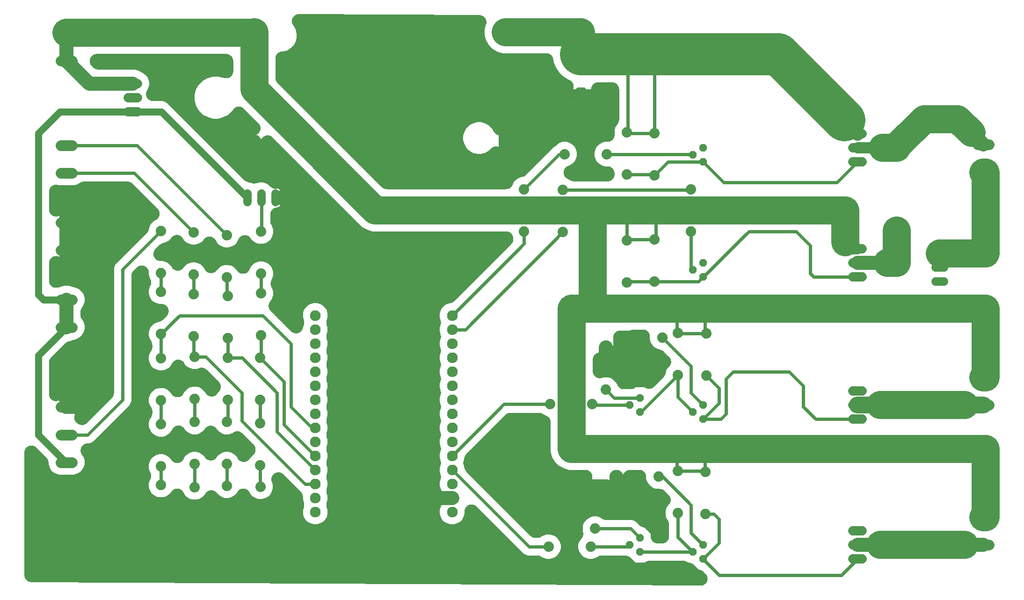
<source format=gbr>
G04 EAGLE Gerber RS-274X export*
G75*
%MOMM*%
%FSLAX34Y34*%
%LPD*%
%INBottom Copper*%
%IPPOS*%
%AMOC8*
5,1,8,0,0,1.08239X$1,22.5*%
G01*
%ADD10C,1.524000*%
%ADD11C,2.247900*%
%ADD12R,1.778000X1.778000*%
%ADD13C,1.676400*%
%ADD14C,1.879600*%
%ADD15P,1.429621X8X112.500000*%
%ADD16C,1.930400*%
%ADD17C,1.981200*%
%ADD18P,3.409096X8X292.500000*%
%ADD19C,3.149600*%
%ADD20C,3.048000*%
%ADD21C,2.540000*%
%ADD22C,5.080000*%
%ADD23C,1.270000*%
%ADD24C,2.032000*%
%ADD25C,0.609600*%
%ADD26C,7.620000*%
%ADD27C,6.350000*%

G36*
X1236503Y5988D02*
X1236503Y5988D01*
X1236591Y5985D01*
X1237006Y6005D01*
X1237423Y6019D01*
X1237510Y6029D01*
X1237597Y6034D01*
X1238010Y6086D01*
X1238424Y6134D01*
X1238510Y6151D01*
X1238597Y6162D01*
X1239004Y6247D01*
X1239413Y6327D01*
X1239497Y6351D01*
X1239583Y6369D01*
X1239983Y6486D01*
X1240384Y6598D01*
X1240466Y6628D01*
X1240550Y6653D01*
X1240940Y6802D01*
X1241330Y6945D01*
X1241409Y6982D01*
X1241491Y7013D01*
X1241867Y7193D01*
X1242245Y7366D01*
X1242321Y7409D01*
X1242401Y7447D01*
X1242762Y7656D01*
X1243124Y7859D01*
X1243197Y7907D01*
X1243273Y7951D01*
X1243616Y8188D01*
X1243962Y8419D01*
X1244030Y8474D01*
X1244103Y8523D01*
X1244425Y8786D01*
X1244752Y9045D01*
X1244817Y9104D01*
X1244884Y9160D01*
X1245185Y9447D01*
X1245490Y9731D01*
X1245550Y9795D01*
X1245613Y9856D01*
X1245891Y10167D01*
X1246172Y10473D01*
X1246226Y10542D01*
X1246284Y10607D01*
X1246537Y10940D01*
X1246793Y11267D01*
X1246841Y11340D01*
X1246894Y11410D01*
X1247119Y11761D01*
X1247348Y12108D01*
X1247391Y12184D01*
X1247438Y12258D01*
X1247634Y12626D01*
X1247836Y12990D01*
X1247872Y13069D01*
X1247913Y13147D01*
X1248079Y13528D01*
X1248251Y13908D01*
X1248281Y13990D01*
X1248316Y14070D01*
X1248452Y14464D01*
X1248593Y14856D01*
X1248616Y14940D01*
X1248645Y15023D01*
X1248749Y15426D01*
X1248858Y15828D01*
X1248875Y15914D01*
X1248897Y15999D01*
X1248968Y16409D01*
X1249046Y16818D01*
X1249055Y16905D01*
X1249070Y16991D01*
X1249110Y17406D01*
X1249154Y17820D01*
X1249157Y17907D01*
X1249165Y17995D01*
X1249171Y18411D01*
X1249183Y18827D01*
X1249178Y18915D01*
X1249180Y19002D01*
X1249153Y19418D01*
X1249132Y19834D01*
X1249120Y19920D01*
X1249115Y20008D01*
X1249055Y20421D01*
X1249001Y20833D01*
X1248982Y20918D01*
X1248970Y21005D01*
X1248877Y21412D01*
X1248791Y21818D01*
X1248766Y21902D01*
X1248746Y21988D01*
X1248622Y22386D01*
X1248504Y22784D01*
X1248472Y22866D01*
X1248446Y22950D01*
X1248291Y23335D01*
X1248141Y23724D01*
X1248103Y23804D01*
X1248070Y23885D01*
X1247885Y24257D01*
X1247704Y24633D01*
X1247660Y24708D01*
X1247621Y24787D01*
X1247406Y25145D01*
X1247197Y25504D01*
X1247147Y25576D01*
X1247102Y25651D01*
X1246860Y25990D01*
X1246623Y26332D01*
X1246567Y26399D01*
X1246516Y26471D01*
X1246248Y26789D01*
X1245984Y27111D01*
X1245924Y27175D01*
X1245867Y27242D01*
X1245464Y27664D01*
X1241952Y31176D01*
X1241835Y31284D01*
X1241724Y31398D01*
X1241465Y31625D01*
X1241212Y31860D01*
X1241087Y31958D01*
X1240967Y32063D01*
X1240691Y32269D01*
X1240420Y32482D01*
X1240287Y32570D01*
X1240160Y32666D01*
X1239867Y32850D01*
X1239581Y33041D01*
X1239442Y33118D01*
X1239307Y33203D01*
X1239001Y33363D01*
X1238700Y33530D01*
X1238555Y33596D01*
X1238414Y33670D01*
X1238096Y33806D01*
X1237783Y33949D01*
X1237634Y34003D01*
X1237487Y34066D01*
X1237160Y34175D01*
X1236836Y34293D01*
X1236683Y34336D01*
X1236532Y34386D01*
X1236197Y34470D01*
X1235865Y34562D01*
X1235709Y34592D01*
X1235554Y34630D01*
X1235214Y34687D01*
X1234875Y34752D01*
X1234717Y34770D01*
X1234560Y34796D01*
X1234217Y34825D01*
X1233874Y34863D01*
X1233714Y34868D01*
X1233556Y34882D01*
X1233209Y34890D01*
X1224223Y43876D01*
X1224106Y43984D01*
X1223995Y44098D01*
X1223736Y44326D01*
X1223483Y44559D01*
X1223358Y44658D01*
X1223238Y44763D01*
X1222961Y44970D01*
X1222691Y45182D01*
X1222558Y45270D01*
X1222431Y45366D01*
X1222139Y45549D01*
X1221852Y45741D01*
X1221712Y45818D01*
X1221578Y45903D01*
X1221273Y46063D01*
X1220971Y46230D01*
X1220826Y46296D01*
X1220685Y46370D01*
X1220368Y46506D01*
X1220054Y46649D01*
X1219905Y46703D01*
X1219758Y46766D01*
X1219431Y46875D01*
X1219107Y46993D01*
X1218954Y47036D01*
X1218803Y47086D01*
X1218468Y47170D01*
X1218136Y47262D01*
X1217980Y47292D01*
X1217825Y47330D01*
X1217485Y47387D01*
X1217146Y47452D01*
X1216988Y47470D01*
X1216831Y47496D01*
X1216488Y47525D01*
X1216145Y47563D01*
X1215985Y47568D01*
X1215827Y47582D01*
X1215244Y47595D01*
X1214146Y47595D01*
X1214089Y47654D01*
X1213830Y47882D01*
X1213577Y48115D01*
X1213452Y48214D01*
X1213332Y48319D01*
X1213056Y48525D01*
X1212785Y48738D01*
X1212652Y48827D01*
X1212525Y48922D01*
X1212233Y49105D01*
X1211946Y49296D01*
X1211807Y49374D01*
X1211672Y49459D01*
X1211367Y49619D01*
X1211065Y49786D01*
X1210920Y49852D01*
X1210779Y49926D01*
X1210462Y50062D01*
X1210148Y50205D01*
X1209999Y50259D01*
X1209852Y50322D01*
X1209526Y50431D01*
X1209201Y50549D01*
X1209048Y50592D01*
X1208897Y50642D01*
X1208562Y50726D01*
X1208230Y50817D01*
X1208074Y50847D01*
X1207919Y50886D01*
X1207578Y50943D01*
X1207240Y51008D01*
X1207082Y51025D01*
X1206925Y51052D01*
X1206581Y51081D01*
X1206239Y51119D01*
X1206080Y51124D01*
X1205921Y51138D01*
X1205338Y51151D01*
X1143712Y51151D01*
X1143553Y51145D01*
X1143394Y51147D01*
X1143051Y51125D01*
X1142706Y51111D01*
X1142547Y51092D01*
X1142389Y51082D01*
X1142047Y51033D01*
X1141705Y50992D01*
X1141549Y50960D01*
X1141391Y50937D01*
X1141055Y50861D01*
X1140717Y50793D01*
X1140564Y50749D01*
X1140409Y50714D01*
X1140080Y50611D01*
X1139748Y50517D01*
X1139599Y50461D01*
X1139447Y50413D01*
X1139127Y50285D01*
X1138804Y50164D01*
X1138659Y50097D01*
X1138512Y50037D01*
X1138203Y49884D01*
X1137890Y49738D01*
X1137752Y49660D01*
X1137609Y49589D01*
X1137313Y49411D01*
X1137014Y49241D01*
X1136882Y49152D01*
X1136746Y49070D01*
X1136465Y48869D01*
X1136180Y48676D01*
X1136055Y48576D01*
X1135926Y48484D01*
X1135662Y48262D01*
X1135393Y48046D01*
X1135276Y47937D01*
X1135155Y47835D01*
X1134904Y47595D01*
X1118904Y47595D01*
X1109923Y56576D01*
X1109806Y56684D01*
X1109695Y56798D01*
X1109436Y57026D01*
X1109183Y57259D01*
X1109058Y57358D01*
X1108938Y57463D01*
X1108661Y57670D01*
X1108391Y57882D01*
X1108258Y57970D01*
X1108131Y58066D01*
X1107839Y58249D01*
X1107552Y58441D01*
X1107412Y58518D01*
X1107278Y58603D01*
X1106973Y58763D01*
X1106671Y58930D01*
X1106526Y58996D01*
X1106385Y59070D01*
X1106068Y59206D01*
X1105754Y59349D01*
X1105605Y59403D01*
X1105458Y59466D01*
X1105131Y59575D01*
X1104807Y59693D01*
X1104654Y59736D01*
X1104503Y59786D01*
X1104168Y59870D01*
X1103836Y59962D01*
X1103680Y59992D01*
X1103525Y60030D01*
X1103185Y60087D01*
X1102846Y60152D01*
X1102688Y60170D01*
X1102531Y60196D01*
X1102188Y60225D01*
X1101845Y60263D01*
X1101685Y60268D01*
X1101527Y60282D01*
X1100944Y60295D01*
X1097950Y60295D01*
X1097802Y60349D01*
X1097648Y60392D01*
X1097497Y60442D01*
X1097162Y60526D01*
X1096830Y60617D01*
X1096674Y60648D01*
X1096519Y60686D01*
X1096179Y60743D01*
X1095841Y60808D01*
X1095682Y60825D01*
X1095525Y60852D01*
X1095182Y60881D01*
X1094839Y60919D01*
X1094680Y60924D01*
X1094521Y60938D01*
X1093938Y60951D01*
X1057823Y60951D01*
X1057814Y60951D01*
X1057805Y60951D01*
X1057307Y60931D01*
X1056816Y60911D01*
X1056807Y60910D01*
X1056798Y60910D01*
X1056306Y60850D01*
X1055815Y60792D01*
X1055807Y60790D01*
X1055798Y60789D01*
X1055315Y60691D01*
X1054827Y60593D01*
X1054819Y60590D01*
X1054810Y60589D01*
X1054342Y60455D01*
X1053858Y60317D01*
X1053850Y60313D01*
X1053841Y60311D01*
X1053387Y60141D01*
X1052914Y59964D01*
X1052906Y59960D01*
X1052898Y59957D01*
X1052446Y59746D01*
X1052001Y59538D01*
X1051993Y59534D01*
X1051985Y59530D01*
X1051473Y59250D01*
X1046030Y56107D01*
X1040409Y54601D01*
X1034591Y54601D01*
X1028970Y56107D01*
X1023931Y59017D01*
X1019817Y63131D01*
X1016907Y68170D01*
X1015401Y73791D01*
X1015401Y79609D01*
X1016907Y85230D01*
X1019817Y90269D01*
X1020630Y91082D01*
X1020839Y91309D01*
X1021056Y91530D01*
X1021181Y91679D01*
X1021313Y91822D01*
X1021504Y92065D01*
X1021703Y92303D01*
X1021816Y92461D01*
X1021936Y92614D01*
X1022108Y92872D01*
X1022287Y93124D01*
X1022386Y93291D01*
X1022494Y93453D01*
X1022645Y93724D01*
X1022803Y93990D01*
X1022889Y94164D01*
X1022984Y94334D01*
X1023113Y94616D01*
X1023250Y94893D01*
X1023322Y95073D01*
X1023403Y95251D01*
X1023509Y95542D01*
X1023623Y95829D01*
X1023681Y96015D01*
X1023747Y96198D01*
X1023829Y96496D01*
X1023921Y96792D01*
X1023964Y96982D01*
X1024015Y97169D01*
X1024074Y97473D01*
X1024142Y97775D01*
X1024169Y97968D01*
X1024206Y98159D01*
X1024240Y98466D01*
X1024284Y98773D01*
X1024296Y98967D01*
X1024317Y99160D01*
X1024327Y99470D01*
X1024346Y99779D01*
X1024343Y99973D01*
X1024349Y100168D01*
X1024334Y100477D01*
X1024328Y100786D01*
X1024310Y100980D01*
X1024300Y101174D01*
X1024261Y101481D01*
X1024231Y101789D01*
X1024197Y101981D01*
X1024172Y102174D01*
X1024109Y102476D01*
X1024054Y102781D01*
X1023984Y103069D01*
X1023965Y103160D01*
X1023948Y103220D01*
X1023916Y103349D01*
X1023101Y106391D01*
X1023101Y112209D01*
X1024607Y117830D01*
X1027517Y122869D01*
X1031631Y126983D01*
X1036670Y129893D01*
X1042291Y131399D01*
X1048109Y131399D01*
X1053730Y129893D01*
X1059173Y126750D01*
X1059181Y126746D01*
X1059188Y126741D01*
X1059617Y126517D01*
X1060065Y126281D01*
X1060073Y126278D01*
X1060081Y126274D01*
X1060532Y126081D01*
X1060991Y125885D01*
X1061000Y125882D01*
X1061008Y125878D01*
X1061478Y125720D01*
X1061946Y125563D01*
X1061955Y125561D01*
X1061963Y125558D01*
X1062453Y125436D01*
X1062924Y125317D01*
X1062932Y125316D01*
X1062941Y125314D01*
X1063430Y125233D01*
X1063918Y125151D01*
X1063927Y125150D01*
X1063935Y125148D01*
X1064419Y125107D01*
X1064922Y125063D01*
X1064931Y125063D01*
X1064939Y125062D01*
X1065523Y125049D01*
X1111973Y125049D01*
X1115979Y123975D01*
X1119570Y121902D01*
X1126148Y115324D01*
X1126265Y115216D01*
X1126376Y115102D01*
X1126635Y114874D01*
X1126888Y114641D01*
X1127013Y114542D01*
X1127133Y114437D01*
X1127410Y114230D01*
X1127680Y114018D01*
X1127813Y113930D01*
X1127940Y113834D01*
X1128232Y113651D01*
X1128519Y113459D01*
X1128659Y113382D01*
X1128793Y113297D01*
X1129098Y113137D01*
X1129400Y112970D01*
X1129545Y112904D01*
X1129686Y112830D01*
X1130003Y112694D01*
X1130317Y112551D01*
X1130466Y112497D01*
X1130613Y112434D01*
X1130940Y112325D01*
X1131264Y112207D01*
X1131417Y112164D01*
X1131568Y112114D01*
X1131903Y112030D01*
X1132235Y111938D01*
X1132391Y111908D01*
X1132546Y111870D01*
X1132886Y111813D01*
X1133225Y111748D01*
X1133383Y111730D01*
X1133540Y111704D01*
X1133883Y111675D01*
X1134226Y111637D01*
X1134386Y111632D01*
X1134544Y111618D01*
X1134891Y111610D01*
X1146205Y100296D01*
X1146205Y95348D01*
X1146209Y95242D01*
X1146207Y95136D01*
X1146229Y94739D01*
X1146245Y94341D01*
X1146257Y94236D01*
X1146263Y94130D01*
X1146317Y93735D01*
X1146364Y93340D01*
X1146385Y93236D01*
X1146400Y93131D01*
X1146485Y92743D01*
X1146563Y92352D01*
X1146592Y92250D01*
X1146615Y92147D01*
X1146730Y91767D01*
X1146839Y91383D01*
X1146877Y91284D01*
X1146907Y91182D01*
X1147053Y90812D01*
X1147192Y90439D01*
X1147237Y90343D01*
X1147275Y90244D01*
X1147450Y89886D01*
X1147618Y89526D01*
X1147670Y89434D01*
X1147717Y89338D01*
X1147919Y88995D01*
X1148115Y88649D01*
X1148175Y88562D01*
X1148228Y88470D01*
X1148457Y88144D01*
X1148680Y87815D01*
X1148747Y87732D01*
X1148807Y87645D01*
X1149061Y87340D01*
X1149310Y87028D01*
X1149383Y86950D01*
X1149450Y86869D01*
X1149727Y86584D01*
X1150000Y86294D01*
X1150078Y86222D01*
X1150152Y86146D01*
X1150451Y85883D01*
X1150746Y85616D01*
X1150829Y85551D01*
X1150909Y85481D01*
X1151229Y85243D01*
X1151543Y85000D01*
X1151632Y84942D01*
X1151717Y84878D01*
X1152054Y84666D01*
X1152387Y84449D01*
X1152480Y84398D01*
X1152570Y84341D01*
X1152922Y84157D01*
X1153271Y83966D01*
X1153368Y83923D01*
X1153462Y83874D01*
X1153829Y83717D01*
X1154192Y83555D01*
X1154291Y83520D01*
X1154389Y83478D01*
X1154767Y83351D01*
X1155141Y83219D01*
X1155244Y83192D01*
X1155345Y83158D01*
X1155732Y83061D01*
X1156115Y82959D01*
X1156219Y82940D01*
X1156322Y82914D01*
X1156716Y82848D01*
X1157106Y82777D01*
X1157212Y82766D01*
X1157316Y82748D01*
X1157713Y82714D01*
X1158109Y82674D01*
X1158215Y82671D01*
X1158321Y82662D01*
X1158904Y82649D01*
X1166752Y82649D01*
X1166858Y82653D01*
X1166964Y82651D01*
X1167361Y82673D01*
X1167759Y82689D01*
X1167864Y82701D01*
X1167970Y82707D01*
X1168365Y82761D01*
X1168760Y82808D01*
X1168864Y82829D01*
X1168969Y82844D01*
X1169357Y82929D01*
X1169748Y83007D01*
X1169850Y83036D01*
X1169953Y83059D01*
X1170333Y83174D01*
X1170717Y83283D01*
X1170816Y83321D01*
X1170918Y83351D01*
X1171288Y83497D01*
X1171661Y83636D01*
X1171757Y83681D01*
X1171856Y83719D01*
X1172214Y83894D01*
X1172574Y84062D01*
X1172666Y84114D01*
X1172762Y84161D01*
X1173105Y84363D01*
X1173451Y84559D01*
X1173538Y84619D01*
X1173630Y84672D01*
X1173956Y84901D01*
X1174285Y85124D01*
X1174368Y85191D01*
X1174455Y85251D01*
X1174760Y85505D01*
X1175072Y85754D01*
X1175149Y85827D01*
X1175231Y85894D01*
X1175516Y86171D01*
X1175806Y86444D01*
X1175878Y86522D01*
X1175954Y86596D01*
X1176217Y86895D01*
X1176484Y87190D01*
X1176549Y87273D01*
X1176619Y87353D01*
X1176857Y87673D01*
X1177100Y87987D01*
X1177158Y88076D01*
X1177222Y88161D01*
X1177434Y88498D01*
X1177651Y88831D01*
X1177702Y88924D01*
X1177759Y89014D01*
X1177943Y89366D01*
X1178134Y89715D01*
X1178177Y89812D01*
X1178226Y89906D01*
X1178383Y90273D01*
X1178545Y90636D01*
X1178580Y90735D01*
X1178622Y90833D01*
X1178749Y91211D01*
X1178881Y91585D01*
X1178908Y91688D01*
X1178942Y91789D01*
X1179039Y92176D01*
X1179141Y92559D01*
X1179160Y92663D01*
X1179186Y92766D01*
X1179252Y93160D01*
X1179323Y93550D01*
X1179334Y93656D01*
X1179352Y93760D01*
X1179386Y94157D01*
X1179426Y94553D01*
X1179429Y94659D01*
X1179438Y94765D01*
X1179451Y95348D01*
X1179451Y117377D01*
X1179451Y117386D01*
X1179451Y117395D01*
X1179431Y117890D01*
X1179411Y118384D01*
X1179410Y118393D01*
X1179410Y118402D01*
X1179350Y118894D01*
X1179292Y119385D01*
X1179290Y119393D01*
X1179289Y119402D01*
X1179192Y119879D01*
X1179093Y120373D01*
X1179090Y120381D01*
X1179089Y120390D01*
X1178957Y120849D01*
X1178817Y121342D01*
X1178813Y121350D01*
X1178811Y121359D01*
X1178642Y121809D01*
X1178464Y122286D01*
X1178460Y122294D01*
X1178457Y122302D01*
X1178250Y122745D01*
X1178038Y123199D01*
X1178034Y123207D01*
X1178030Y123215D01*
X1177750Y123727D01*
X1174607Y129170D01*
X1173101Y134791D01*
X1173101Y140609D01*
X1174607Y146230D01*
X1177517Y151269D01*
X1178808Y152560D01*
X1178880Y152638D01*
X1178957Y152712D01*
X1179222Y153009D01*
X1179492Y153301D01*
X1179557Y153384D01*
X1179628Y153463D01*
X1179869Y153780D01*
X1180115Y154093D01*
X1180174Y154181D01*
X1180238Y154266D01*
X1180452Y154600D01*
X1180673Y154932D01*
X1180724Y155025D01*
X1180782Y155114D01*
X1180969Y155465D01*
X1181163Y155813D01*
X1181207Y155909D01*
X1181257Y156003D01*
X1181416Y156367D01*
X1181581Y156729D01*
X1181617Y156829D01*
X1181660Y156926D01*
X1181790Y157303D01*
X1181926Y157676D01*
X1181954Y157779D01*
X1181988Y157879D01*
X1182088Y158265D01*
X1182194Y158648D01*
X1182214Y158752D01*
X1182240Y158855D01*
X1182309Y159246D01*
X1182384Y159637D01*
X1182396Y159743D01*
X1182414Y159847D01*
X1182452Y160244D01*
X1182496Y160639D01*
X1182499Y160745D01*
X1182509Y160851D01*
X1182515Y161249D01*
X1182527Y161646D01*
X1182522Y161752D01*
X1182524Y161858D01*
X1182498Y162255D01*
X1182479Y162653D01*
X1182465Y162758D01*
X1182458Y162864D01*
X1182401Y163258D01*
X1182351Y163652D01*
X1182329Y163756D01*
X1182314Y163861D01*
X1182226Y164249D01*
X1182144Y164639D01*
X1182114Y164740D01*
X1182090Y164844D01*
X1181972Y165224D01*
X1181859Y165605D01*
X1181821Y165705D01*
X1181790Y165806D01*
X1181642Y166174D01*
X1181499Y166546D01*
X1181453Y166642D01*
X1181414Y166741D01*
X1181237Y167097D01*
X1181065Y167456D01*
X1181012Y167548D01*
X1180965Y167643D01*
X1180760Y167984D01*
X1180561Y168328D01*
X1180501Y168416D01*
X1180446Y168507D01*
X1180215Y168830D01*
X1179989Y169158D01*
X1179922Y169241D01*
X1179860Y169327D01*
X1179604Y169631D01*
X1179353Y169940D01*
X1179280Y170017D01*
X1179211Y170098D01*
X1178808Y170520D01*
X1171846Y177482D01*
X1171729Y177590D01*
X1171618Y177704D01*
X1171359Y177931D01*
X1171106Y178166D01*
X1170981Y178264D01*
X1170861Y178369D01*
X1170584Y178576D01*
X1170314Y178788D01*
X1170181Y178876D01*
X1170054Y178972D01*
X1169762Y179156D01*
X1169475Y179347D01*
X1169336Y179424D01*
X1169201Y179509D01*
X1168895Y179669D01*
X1168594Y179836D01*
X1168449Y179902D01*
X1168308Y179976D01*
X1167990Y180112D01*
X1167677Y180255D01*
X1167528Y180309D01*
X1167381Y180372D01*
X1167054Y180482D01*
X1166730Y180599D01*
X1166577Y180642D01*
X1166426Y180692D01*
X1166091Y180776D01*
X1165759Y180868D01*
X1165603Y180898D01*
X1165448Y180936D01*
X1165108Y180993D01*
X1164769Y181058D01*
X1164611Y181076D01*
X1164454Y181102D01*
X1164111Y181131D01*
X1163768Y181169D01*
X1163608Y181174D01*
X1163450Y181188D01*
X1162866Y181201D01*
X1157391Y181201D01*
X1151770Y182707D01*
X1146731Y185617D01*
X1142617Y189731D01*
X1139707Y194770D01*
X1138201Y200391D01*
X1138201Y203200D01*
X1138197Y203306D01*
X1138199Y203412D01*
X1138177Y203809D01*
X1138161Y204207D01*
X1138149Y204312D01*
X1138143Y204418D01*
X1138089Y204813D01*
X1138042Y205208D01*
X1138021Y205312D01*
X1138006Y205417D01*
X1137921Y205805D01*
X1137843Y206196D01*
X1137814Y206298D01*
X1137791Y206401D01*
X1137676Y206781D01*
X1137567Y207165D01*
X1137529Y207264D01*
X1137499Y207366D01*
X1137353Y207736D01*
X1137214Y208109D01*
X1137169Y208205D01*
X1137131Y208304D01*
X1136956Y208662D01*
X1136788Y209022D01*
X1136736Y209114D01*
X1136689Y209210D01*
X1136487Y209553D01*
X1136291Y209899D01*
X1136231Y209986D01*
X1136178Y210078D01*
X1135949Y210404D01*
X1135726Y210733D01*
X1135659Y210816D01*
X1135599Y210903D01*
X1135345Y211208D01*
X1135096Y211520D01*
X1135023Y211598D01*
X1134956Y211679D01*
X1134679Y211964D01*
X1134406Y212254D01*
X1134328Y212326D01*
X1134254Y212402D01*
X1133955Y212665D01*
X1133660Y212932D01*
X1133577Y212997D01*
X1133497Y213067D01*
X1133177Y213305D01*
X1132863Y213548D01*
X1132774Y213606D01*
X1132689Y213670D01*
X1132352Y213882D01*
X1132019Y214099D01*
X1131926Y214150D01*
X1131836Y214207D01*
X1131484Y214391D01*
X1131135Y214582D01*
X1131038Y214625D01*
X1130944Y214674D01*
X1130577Y214831D01*
X1130214Y214993D01*
X1130115Y215028D01*
X1130017Y215070D01*
X1129639Y215197D01*
X1129265Y215329D01*
X1129162Y215356D01*
X1129061Y215390D01*
X1128674Y215487D01*
X1128291Y215589D01*
X1128187Y215608D01*
X1128084Y215634D01*
X1127690Y215700D01*
X1127300Y215771D01*
X1127194Y215782D01*
X1127090Y215800D01*
X1126693Y215834D01*
X1126297Y215874D01*
X1126191Y215877D01*
X1126085Y215886D01*
X1125502Y215899D01*
X1108738Y215899D01*
X1108632Y215895D01*
X1108525Y215897D01*
X1108129Y215875D01*
X1107731Y215859D01*
X1107625Y215847D01*
X1107519Y215841D01*
X1107125Y215787D01*
X1106730Y215740D01*
X1106626Y215719D01*
X1106521Y215704D01*
X1106133Y215619D01*
X1105742Y215541D01*
X1105640Y215512D01*
X1105536Y215489D01*
X1105156Y215374D01*
X1104773Y215265D01*
X1104674Y215227D01*
X1104572Y215197D01*
X1104203Y215052D01*
X1103829Y214912D01*
X1103733Y214867D01*
X1103634Y214828D01*
X1103277Y214654D01*
X1102916Y214486D01*
X1102824Y214434D01*
X1102728Y214387D01*
X1102385Y214185D01*
X1102039Y213989D01*
X1101952Y213929D01*
X1101860Y213875D01*
X1101534Y213647D01*
X1101205Y213424D01*
X1101122Y213357D01*
X1101035Y213296D01*
X1100729Y213043D01*
X1100418Y212794D01*
X1100341Y212722D01*
X1100259Y212654D01*
X1099973Y212376D01*
X1099684Y212104D01*
X1099612Y212026D01*
X1099536Y211952D01*
X1099273Y211653D01*
X1099006Y211358D01*
X1098941Y211274D01*
X1098871Y211194D01*
X1098633Y210876D01*
X1098390Y210561D01*
X1098332Y210472D01*
X1098268Y210387D01*
X1098057Y210051D01*
X1097839Y209717D01*
X1097788Y209624D01*
X1097731Y209534D01*
X1097546Y209182D01*
X1097356Y208833D01*
X1097313Y208736D01*
X1097264Y208641D01*
X1097107Y208275D01*
X1096945Y207912D01*
X1096910Y207812D01*
X1096868Y207714D01*
X1096742Y207338D01*
X1096609Y206963D01*
X1096581Y206860D01*
X1096548Y206759D01*
X1096451Y206373D01*
X1096422Y206263D01*
X1096412Y206298D01*
X1096389Y206401D01*
X1096274Y206781D01*
X1096165Y207165D01*
X1096128Y207264D01*
X1096097Y207366D01*
X1095952Y207736D01*
X1095812Y208109D01*
X1095767Y208205D01*
X1095729Y208304D01*
X1095554Y208662D01*
X1095386Y209022D01*
X1095334Y209114D01*
X1095287Y209210D01*
X1095085Y209553D01*
X1094889Y209899D01*
X1094830Y209986D01*
X1094776Y210078D01*
X1094547Y210404D01*
X1094324Y210733D01*
X1094258Y210816D01*
X1094197Y210903D01*
X1093944Y211208D01*
X1093694Y211520D01*
X1093622Y211598D01*
X1093554Y211679D01*
X1093277Y211964D01*
X1093005Y212254D01*
X1092926Y212326D01*
X1092852Y212402D01*
X1092553Y212665D01*
X1092259Y212932D01*
X1092175Y212997D01*
X1092095Y213067D01*
X1091775Y213305D01*
X1091461Y213548D01*
X1091373Y213606D01*
X1091287Y213670D01*
X1090951Y213882D01*
X1090618Y214099D01*
X1090524Y214150D01*
X1090435Y214207D01*
X1090082Y214391D01*
X1089733Y214582D01*
X1089636Y214625D01*
X1089542Y214674D01*
X1089175Y214831D01*
X1088813Y214993D01*
X1088713Y215028D01*
X1088615Y215070D01*
X1088237Y215197D01*
X1087863Y215329D01*
X1087760Y215356D01*
X1087660Y215390D01*
X1087272Y215487D01*
X1086889Y215589D01*
X1086785Y215608D01*
X1086682Y215634D01*
X1086288Y215700D01*
X1085898Y215771D01*
X1085792Y215782D01*
X1085688Y215800D01*
X1085291Y215834D01*
X1084895Y215874D01*
X1084790Y215877D01*
X1084684Y215886D01*
X1084100Y215899D01*
X1083994Y215895D01*
X1083888Y215897D01*
X1083491Y215875D01*
X1083093Y215859D01*
X1082987Y215847D01*
X1082882Y215841D01*
X1082487Y215787D01*
X1082092Y215740D01*
X1081988Y215719D01*
X1081883Y215704D01*
X1081495Y215619D01*
X1081104Y215541D01*
X1081002Y215512D01*
X1080899Y215489D01*
X1080519Y215374D01*
X1080135Y215265D01*
X1080036Y215227D01*
X1079934Y215197D01*
X1079564Y215051D01*
X1079191Y214912D01*
X1079095Y214867D01*
X1078996Y214829D01*
X1078638Y214654D01*
X1078278Y214486D01*
X1078186Y214434D01*
X1078090Y214387D01*
X1077746Y214185D01*
X1077401Y213989D01*
X1077314Y213929D01*
X1077222Y213876D01*
X1076896Y213647D01*
X1076567Y213424D01*
X1076484Y213357D01*
X1076397Y213297D01*
X1076091Y213043D01*
X1075780Y212794D01*
X1075702Y212721D01*
X1075621Y212654D01*
X1075336Y212377D01*
X1075045Y212104D01*
X1074974Y212026D01*
X1074898Y211952D01*
X1074635Y211653D01*
X1074368Y211358D01*
X1074303Y211275D01*
X1074233Y211195D01*
X1073994Y210875D01*
X1073752Y210561D01*
X1073694Y210472D01*
X1073630Y210387D01*
X1073418Y210050D01*
X1073201Y209717D01*
X1073150Y209624D01*
X1073093Y209534D01*
X1072909Y209182D01*
X1072718Y208833D01*
X1072675Y208736D01*
X1072626Y208642D01*
X1072469Y208275D01*
X1072307Y207912D01*
X1072272Y207813D01*
X1072230Y207715D01*
X1072103Y207337D01*
X1071971Y206963D01*
X1071943Y206860D01*
X1071910Y206759D01*
X1071813Y206372D01*
X1071711Y205989D01*
X1071691Y205885D01*
X1071666Y205782D01*
X1071600Y205388D01*
X1071528Y204998D01*
X1071518Y204892D01*
X1071500Y204788D01*
X1071466Y204391D01*
X1071426Y203995D01*
X1071423Y203889D01*
X1071414Y203783D01*
X1071401Y203200D01*
X1071401Y197429D01*
X1071303Y197468D01*
X1070959Y197575D01*
X1070616Y197690D01*
X1070477Y197725D01*
X1070340Y197767D01*
X1069989Y197847D01*
X1069638Y197934D01*
X1069497Y197958D01*
X1069357Y197989D01*
X1069000Y198040D01*
X1068644Y198100D01*
X1068502Y198112D01*
X1068360Y198132D01*
X1068000Y198155D01*
X1067640Y198186D01*
X1067437Y198191D01*
X1067354Y198196D01*
X1067269Y198195D01*
X1067056Y198199D01*
X1039723Y198199D01*
X1039809Y198389D01*
X1039828Y198439D01*
X1039849Y198488D01*
X1039999Y198910D01*
X1040154Y199336D01*
X1040168Y199388D01*
X1040186Y199437D01*
X1040302Y199871D01*
X1040422Y200308D01*
X1040432Y200360D01*
X1040446Y200411D01*
X1040527Y200853D01*
X1040613Y201297D01*
X1040618Y201350D01*
X1040628Y201402D01*
X1040674Y201850D01*
X1040724Y202299D01*
X1040726Y202352D01*
X1040731Y202405D01*
X1040741Y202854D01*
X1040755Y203306D01*
X1040753Y203359D01*
X1040754Y203412D01*
X1040729Y203861D01*
X1040707Y204313D01*
X1040700Y204365D01*
X1040697Y204418D01*
X1040636Y204866D01*
X1040579Y205312D01*
X1040568Y205364D01*
X1040561Y205417D01*
X1040465Y205856D01*
X1040372Y206298D01*
X1040357Y206350D01*
X1040346Y206401D01*
X1040215Y206832D01*
X1040088Y207265D01*
X1040069Y207315D01*
X1040053Y207366D01*
X1039889Y207785D01*
X1039728Y208206D01*
X1039704Y208255D01*
X1039685Y208304D01*
X1039488Y208708D01*
X1039294Y209116D01*
X1039267Y209162D01*
X1039244Y209210D01*
X1039015Y209598D01*
X1038789Y209988D01*
X1038759Y210032D01*
X1038732Y210078D01*
X1038473Y210447D01*
X1038217Y210818D01*
X1038184Y210859D01*
X1038153Y210903D01*
X1037867Y211248D01*
X1037581Y211600D01*
X1037544Y211638D01*
X1037511Y211679D01*
X1037197Y212002D01*
X1036885Y212328D01*
X1036846Y212364D01*
X1036809Y212402D01*
X1036468Y212701D01*
X1036134Y213000D01*
X1036092Y213032D01*
X1036051Y213067D01*
X1035688Y213338D01*
X1035331Y213609D01*
X1035287Y213638D01*
X1035244Y213670D01*
X1034862Y213910D01*
X1034483Y214153D01*
X1034436Y214178D01*
X1034391Y214207D01*
X1033992Y214416D01*
X1033594Y214628D01*
X1033546Y214650D01*
X1033498Y214674D01*
X1033083Y214852D01*
X1032671Y215031D01*
X1032620Y215049D01*
X1032571Y215070D01*
X1032143Y215214D01*
X1031718Y215360D01*
X1031667Y215373D01*
X1031616Y215390D01*
X1031177Y215500D01*
X1030742Y215612D01*
X1030690Y215621D01*
X1030638Y215634D01*
X1030193Y215708D01*
X1029750Y215786D01*
X1029697Y215791D01*
X1029644Y215800D01*
X1029194Y215838D01*
X1028746Y215881D01*
X1028693Y215881D01*
X1028640Y215886D01*
X1028057Y215899D01*
X998284Y215899D01*
X988594Y218496D01*
X979906Y223512D01*
X972812Y230606D01*
X967796Y239294D01*
X965199Y248984D01*
X965199Y301990D01*
X965181Y302450D01*
X965166Y302909D01*
X965161Y302953D01*
X965159Y302997D01*
X965104Y303455D01*
X965053Y303910D01*
X965045Y303953D01*
X965040Y303997D01*
X964949Y304449D01*
X964861Y304899D01*
X964850Y304942D01*
X964841Y304985D01*
X964715Y305429D01*
X964592Y305870D01*
X964577Y305912D01*
X964565Y305955D01*
X964404Y306385D01*
X964246Y306817D01*
X964228Y306857D01*
X964212Y306899D01*
X964019Y307314D01*
X963826Y307733D01*
X963805Y307772D01*
X963786Y307812D01*
X963560Y308210D01*
X963335Y308613D01*
X963311Y308650D01*
X963289Y308688D01*
X963031Y309069D01*
X962776Y309451D01*
X962749Y309486D01*
X962724Y309523D01*
X962436Y309882D01*
X962152Y310243D01*
X962122Y310275D01*
X962094Y310310D01*
X961780Y310645D01*
X961467Y310982D01*
X961435Y311012D01*
X961404Y311044D01*
X961064Y311353D01*
X960726Y311665D01*
X960691Y311692D01*
X960658Y311722D01*
X960295Y312003D01*
X959933Y312287D01*
X959896Y312311D01*
X959861Y312338D01*
X959475Y312590D01*
X959093Y312844D01*
X959055Y312865D01*
X959017Y312889D01*
X958612Y313110D01*
X958212Y313332D01*
X958171Y313350D01*
X958133Y313372D01*
X957714Y313559D01*
X957294Y313749D01*
X957253Y313764D01*
X957212Y313782D01*
X956780Y313936D01*
X956347Y314092D01*
X956292Y314109D01*
X956263Y314119D01*
X956192Y314138D01*
X955986Y314198D01*
X950527Y317350D01*
X950519Y317354D01*
X950512Y317359D01*
X950083Y317583D01*
X949635Y317819D01*
X949627Y317822D01*
X949619Y317826D01*
X949168Y318019D01*
X948709Y318215D01*
X948700Y318218D01*
X948692Y318222D01*
X948222Y318380D01*
X947754Y318537D01*
X947745Y318539D01*
X947737Y318542D01*
X947247Y318664D01*
X946776Y318783D01*
X946768Y318784D01*
X946759Y318786D01*
X946270Y318867D01*
X945782Y318949D01*
X945773Y318950D01*
X945765Y318952D01*
X945281Y318993D01*
X944778Y319037D01*
X944769Y319037D01*
X944761Y319038D01*
X944177Y319051D01*
X892284Y319051D01*
X892124Y319045D01*
X891965Y319047D01*
X891622Y319025D01*
X891277Y319011D01*
X891118Y318992D01*
X890960Y318982D01*
X890619Y318933D01*
X890276Y318892D01*
X890120Y318860D01*
X889962Y318837D01*
X889627Y318761D01*
X889288Y318693D01*
X889135Y318649D01*
X888980Y318614D01*
X888651Y318511D01*
X888319Y318417D01*
X888170Y318361D01*
X888018Y318313D01*
X887698Y318185D01*
X887375Y318064D01*
X887230Y317997D01*
X887083Y317938D01*
X886774Y317784D01*
X886462Y317638D01*
X886323Y317560D01*
X886181Y317489D01*
X885885Y317311D01*
X885585Y317141D01*
X885453Y317052D01*
X885317Y316970D01*
X885036Y316769D01*
X884751Y316576D01*
X884626Y316476D01*
X884497Y316384D01*
X884233Y316162D01*
X883964Y315946D01*
X883848Y315837D01*
X883726Y315735D01*
X883304Y315332D01*
X812766Y244793D01*
X812760Y244787D01*
X812753Y244781D01*
X812416Y244415D01*
X812082Y244053D01*
X812076Y244046D01*
X812070Y244040D01*
X811767Y243653D01*
X811459Y243261D01*
X811454Y243254D01*
X811449Y243247D01*
X811173Y242831D01*
X810901Y242422D01*
X810897Y242414D01*
X810892Y242407D01*
X810642Y241957D01*
X810411Y241541D01*
X810407Y241533D01*
X810403Y241525D01*
X810202Y241083D01*
X809992Y240624D01*
X809989Y240616D01*
X809986Y240608D01*
X809816Y240140D01*
X809648Y239677D01*
X809646Y239669D01*
X809643Y239661D01*
X809479Y239101D01*
X807519Y231787D01*
X807517Y231778D01*
X807514Y231770D01*
X807404Y231275D01*
X807297Y230804D01*
X807296Y230795D01*
X807294Y230787D01*
X807222Y230282D01*
X807154Y229806D01*
X807153Y229798D01*
X807152Y229789D01*
X807121Y229285D01*
X807090Y228801D01*
X807090Y228792D01*
X807089Y228783D01*
X807098Y228291D01*
X807106Y227793D01*
X807107Y227784D01*
X807107Y227775D01*
X807154Y227288D01*
X807202Y226790D01*
X807204Y226781D01*
X807204Y226772D01*
X807291Y226288D01*
X807377Y225797D01*
X807379Y225789D01*
X807381Y225780D01*
X807519Y225213D01*
X809479Y217899D01*
X809481Y217891D01*
X809483Y217882D01*
X809633Y217403D01*
X809778Y216937D01*
X809781Y216929D01*
X809784Y216921D01*
X809969Y216460D01*
X810153Y216002D01*
X810156Y215994D01*
X810160Y215986D01*
X810378Y215546D01*
X810600Y215099D01*
X810605Y215091D01*
X810609Y215083D01*
X810864Y214659D01*
X811118Y214234D01*
X811123Y214227D01*
X811128Y214219D01*
X811417Y213815D01*
X811703Y213413D01*
X811708Y213407D01*
X811713Y213400D01*
X812031Y213022D01*
X812351Y212642D01*
X812357Y212635D01*
X812362Y212629D01*
X812766Y212207D01*
X928804Y96168D01*
X928921Y96060D01*
X929032Y95946D01*
X929291Y95718D01*
X929544Y95485D01*
X929669Y95386D01*
X929789Y95281D01*
X930066Y95074D01*
X930336Y94862D01*
X930469Y94774D01*
X930596Y94678D01*
X930888Y94495D01*
X931175Y94303D01*
X931315Y94226D01*
X931449Y94141D01*
X931754Y93981D01*
X932056Y93814D01*
X932201Y93748D01*
X932342Y93674D01*
X932659Y93538D01*
X932973Y93395D01*
X933122Y93341D01*
X933269Y93278D01*
X933596Y93169D01*
X933920Y93051D01*
X934073Y93008D01*
X934224Y92958D01*
X934559Y92874D01*
X934891Y92782D01*
X935047Y92752D01*
X935202Y92714D01*
X935542Y92657D01*
X935881Y92592D01*
X936039Y92574D01*
X936196Y92548D01*
X936539Y92519D01*
X936882Y92481D01*
X937042Y92476D01*
X937200Y92462D01*
X937784Y92449D01*
X940977Y92449D01*
X940986Y92449D01*
X940995Y92449D01*
X941493Y92469D01*
X941984Y92489D01*
X941993Y92490D01*
X942002Y92490D01*
X942494Y92550D01*
X942985Y92608D01*
X942993Y92610D01*
X943002Y92611D01*
X943485Y92709D01*
X943973Y92807D01*
X943981Y92810D01*
X943990Y92811D01*
X944458Y92945D01*
X944942Y93083D01*
X944950Y93087D01*
X944959Y93089D01*
X945413Y93259D01*
X945886Y93436D01*
X945894Y93440D01*
X945902Y93443D01*
X946349Y93652D01*
X946799Y93862D01*
X946807Y93866D01*
X946815Y93870D01*
X947327Y94150D01*
X952770Y97293D01*
X958391Y98799D01*
X964209Y98799D01*
X969830Y97293D01*
X974869Y94383D01*
X978983Y90269D01*
X981893Y85230D01*
X983399Y79609D01*
X983399Y73791D01*
X981893Y68170D01*
X978983Y63131D01*
X974869Y59017D01*
X969830Y56107D01*
X964209Y54601D01*
X958391Y54601D01*
X952770Y56107D01*
X947327Y59250D01*
X947319Y59254D01*
X947312Y59259D01*
X946883Y59483D01*
X946435Y59719D01*
X946427Y59722D01*
X946419Y59726D01*
X945968Y59919D01*
X945509Y60115D01*
X945500Y60118D01*
X945492Y60122D01*
X945023Y60279D01*
X944554Y60437D01*
X944545Y60439D01*
X944537Y60442D01*
X944047Y60564D01*
X943576Y60683D01*
X943568Y60684D01*
X943559Y60686D01*
X943070Y60767D01*
X942582Y60849D01*
X942573Y60850D01*
X942565Y60852D01*
X942081Y60893D01*
X941578Y60937D01*
X941569Y60937D01*
X941561Y60938D01*
X940977Y60951D01*
X923927Y60951D01*
X919921Y62025D01*
X916330Y64098D01*
X912216Y68212D01*
X830932Y149496D01*
X830893Y149532D01*
X830856Y149571D01*
X830522Y149875D01*
X830191Y150180D01*
X830150Y150213D01*
X830110Y150248D01*
X829753Y150525D01*
X829399Y150803D01*
X829355Y150832D01*
X829313Y150865D01*
X828935Y151112D01*
X828560Y151361D01*
X828514Y151387D01*
X828469Y151416D01*
X828073Y151632D01*
X827679Y151851D01*
X827631Y151873D01*
X827585Y151898D01*
X827175Y152081D01*
X826763Y152269D01*
X826713Y152288D01*
X826664Y152309D01*
X826241Y152459D01*
X825816Y152614D01*
X825764Y152628D01*
X825715Y152646D01*
X825280Y152762D01*
X824844Y152882D01*
X824792Y152892D01*
X824741Y152906D01*
X824299Y152987D01*
X823855Y153072D01*
X823802Y153078D01*
X823750Y153088D01*
X823304Y153134D01*
X822853Y153184D01*
X822800Y153185D01*
X822747Y153191D01*
X822299Y153201D01*
X821846Y153215D01*
X821793Y153213D01*
X821740Y153214D01*
X821290Y153189D01*
X820839Y153167D01*
X820787Y153160D01*
X820734Y153157D01*
X820285Y153096D01*
X819840Y153039D01*
X819788Y153028D01*
X819735Y153021D01*
X819294Y152924D01*
X818853Y152832D01*
X818803Y152817D01*
X818751Y152806D01*
X818320Y152675D01*
X817887Y152548D01*
X817837Y152529D01*
X817786Y152513D01*
X817368Y152349D01*
X816946Y152187D01*
X816897Y152164D01*
X816848Y152145D01*
X816444Y151948D01*
X816036Y151754D01*
X815990Y151727D01*
X815942Y151704D01*
X815554Y151475D01*
X815164Y151249D01*
X815120Y151219D01*
X815074Y151192D01*
X814707Y150934D01*
X814334Y150677D01*
X814293Y150643D01*
X814249Y150613D01*
X813903Y150327D01*
X813552Y150041D01*
X813514Y150004D01*
X813473Y149970D01*
X813150Y149656D01*
X812824Y149345D01*
X812788Y149305D01*
X812750Y149268D01*
X812450Y148927D01*
X812152Y148593D01*
X812120Y148551D01*
X812085Y148511D01*
X811813Y148147D01*
X811543Y147791D01*
X811514Y147746D01*
X811482Y147704D01*
X811242Y147322D01*
X810999Y146943D01*
X810974Y146896D01*
X810945Y146851D01*
X810736Y146451D01*
X810524Y146054D01*
X810502Y146005D01*
X810478Y145958D01*
X810301Y145543D01*
X810120Y145130D01*
X810103Y145080D01*
X810082Y145031D01*
X809938Y144602D01*
X809792Y144178D01*
X809779Y144127D01*
X809762Y144076D01*
X809652Y143636D01*
X809540Y143202D01*
X809531Y143150D01*
X809518Y143098D01*
X809444Y142654D01*
X809366Y142209D01*
X809361Y142156D01*
X809352Y142104D01*
X809314Y141656D01*
X809271Y141206D01*
X809271Y141153D01*
X809266Y141100D01*
X809253Y140517D01*
X809253Y136657D01*
X807729Y130972D01*
X804787Y125875D01*
X800625Y121713D01*
X795528Y118771D01*
X789843Y117247D01*
X783957Y117247D01*
X778272Y118771D01*
X773175Y121713D01*
X769013Y125875D01*
X766071Y130972D01*
X764547Y136657D01*
X764547Y142543D01*
X766071Y148228D01*
X769013Y153325D01*
X770988Y155299D01*
X771096Y155416D01*
X771210Y155527D01*
X771351Y155688D01*
X771364Y155701D01*
X771607Y155919D01*
X771693Y156010D01*
X771783Y156095D01*
X771819Y156135D01*
X771857Y156172D01*
X772075Y156415D01*
X772299Y156652D01*
X772377Y156750D01*
X772461Y156841D01*
X772493Y156883D01*
X772529Y156923D01*
X772726Y157183D01*
X772931Y157437D01*
X773001Y157541D01*
X773077Y157639D01*
X773106Y157683D01*
X773138Y157726D01*
X773315Y158001D01*
X773498Y158270D01*
X773561Y158379D01*
X773628Y158482D01*
X773653Y158528D01*
X773682Y158574D01*
X773836Y158862D01*
X773998Y159145D01*
X774052Y159259D01*
X774111Y159367D01*
X774132Y159415D01*
X774157Y159463D01*
X774288Y159761D01*
X774427Y160057D01*
X774471Y160176D01*
X774521Y160287D01*
X774538Y160336D01*
X774561Y160386D01*
X774667Y160695D01*
X774782Y161000D01*
X774817Y161122D01*
X774858Y161237D01*
X774871Y161287D01*
X774889Y161339D01*
X774971Y161655D01*
X775061Y161968D01*
X775087Y162093D01*
X775118Y162211D01*
X775127Y162261D01*
X775141Y162315D01*
X775197Y162636D01*
X775263Y162956D01*
X775278Y163082D01*
X775300Y163202D01*
X775305Y163252D01*
X775315Y163307D01*
X775346Y163632D01*
X775385Y163956D01*
X775391Y164083D01*
X775403Y164205D01*
X775404Y164255D01*
X775410Y164311D01*
X775414Y164637D01*
X775428Y164963D01*
X775424Y165090D01*
X775426Y165212D01*
X775423Y165263D01*
X775424Y165318D01*
X775403Y165643D01*
X775391Y165970D01*
X775376Y166096D01*
X775370Y166218D01*
X775363Y166269D01*
X775359Y166324D01*
X775312Y166646D01*
X775274Y166971D01*
X775250Y167095D01*
X775233Y167217D01*
X775222Y167267D01*
X775214Y167321D01*
X775142Y167639D01*
X775079Y167959D01*
X775044Y168081D01*
X775018Y168201D01*
X775003Y168250D01*
X774991Y168304D01*
X774894Y168616D01*
X774805Y168929D01*
X774761Y169048D01*
X774725Y169166D01*
X774707Y169214D01*
X774690Y169266D01*
X774569Y169568D01*
X774456Y169874D01*
X774402Y169989D01*
X774357Y170104D01*
X774335Y170150D01*
X774315Y170201D01*
X774169Y170493D01*
X774032Y170789D01*
X773970Y170898D01*
X773916Y171010D01*
X773890Y171055D01*
X773866Y171103D01*
X773698Y171383D01*
X773538Y171667D01*
X773467Y171771D01*
X773404Y171878D01*
X773374Y171921D01*
X773347Y171967D01*
X773157Y172233D01*
X772975Y172503D01*
X772897Y172601D01*
X772825Y172703D01*
X772792Y172743D01*
X772761Y172787D01*
X772551Y173036D01*
X772348Y173292D01*
X772262Y173383D01*
X772183Y173479D01*
X772146Y173517D01*
X772112Y173558D01*
X771709Y173980D01*
X771683Y174003D01*
X771660Y174028D01*
X771568Y174112D01*
X771481Y174202D01*
X771377Y174293D01*
X770988Y174701D01*
X769013Y176675D01*
X766071Y181772D01*
X764547Y187457D01*
X764547Y193343D01*
X766281Y199813D01*
X766283Y199822D01*
X766286Y199830D01*
X766393Y200308D01*
X766503Y200796D01*
X766504Y200805D01*
X766506Y200813D01*
X766575Y201297D01*
X766646Y201794D01*
X766647Y201802D01*
X766648Y201811D01*
X766679Y202307D01*
X766710Y202799D01*
X766710Y202808D01*
X766711Y202817D01*
X766702Y203296D01*
X766694Y203807D01*
X766693Y203816D01*
X766693Y203825D01*
X766646Y204310D01*
X766598Y204810D01*
X766596Y204819D01*
X766596Y204828D01*
X766509Y205312D01*
X766423Y205803D01*
X766421Y205811D01*
X766419Y205820D01*
X766281Y206387D01*
X764547Y212857D01*
X764547Y218743D01*
X766281Y225213D01*
X766283Y225222D01*
X766286Y225230D01*
X766395Y225716D01*
X766503Y226196D01*
X766504Y226205D01*
X766506Y226213D01*
X766577Y226709D01*
X766646Y227194D01*
X766647Y227202D01*
X766648Y227211D01*
X766678Y227693D01*
X766710Y228199D01*
X766710Y228208D01*
X766711Y228217D01*
X766702Y228709D01*
X766694Y229207D01*
X766693Y229216D01*
X766693Y229225D01*
X766645Y229715D01*
X766598Y230210D01*
X766596Y230219D01*
X766596Y230228D01*
X766510Y230711D01*
X766423Y231203D01*
X766421Y231211D01*
X766419Y231220D01*
X766281Y231787D01*
X764547Y238257D01*
X764547Y244143D01*
X766281Y250613D01*
X766283Y250622D01*
X766286Y250630D01*
X766394Y251112D01*
X766503Y251596D01*
X766504Y251605D01*
X766506Y251613D01*
X766577Y252115D01*
X766646Y252594D01*
X766647Y252602D01*
X766648Y252611D01*
X766678Y253092D01*
X766710Y253599D01*
X766710Y253608D01*
X766711Y253617D01*
X766702Y254100D01*
X766694Y254607D01*
X766693Y254616D01*
X766693Y254625D01*
X766645Y255115D01*
X766598Y255610D01*
X766596Y255619D01*
X766596Y255628D01*
X766510Y256110D01*
X766423Y256603D01*
X766421Y256611D01*
X766419Y256620D01*
X766281Y257187D01*
X764547Y263657D01*
X764547Y269543D01*
X766281Y276013D01*
X766283Y276022D01*
X766286Y276030D01*
X766395Y276516D01*
X766503Y276996D01*
X766504Y277005D01*
X766506Y277013D01*
X766577Y277515D01*
X766646Y277994D01*
X766647Y278002D01*
X766648Y278011D01*
X766679Y278507D01*
X766710Y278999D01*
X766710Y279008D01*
X766711Y279017D01*
X766702Y279500D01*
X766694Y280007D01*
X766693Y280016D01*
X766693Y280025D01*
X766646Y280510D01*
X766598Y281010D01*
X766596Y281019D01*
X766596Y281028D01*
X766509Y281516D01*
X766423Y282003D01*
X766421Y282011D01*
X766419Y282020D01*
X766281Y282587D01*
X764547Y289057D01*
X764547Y294943D01*
X766281Y301413D01*
X766283Y301422D01*
X766286Y301430D01*
X766395Y301916D01*
X766503Y302396D01*
X766504Y302405D01*
X766506Y302413D01*
X766577Y302909D01*
X766646Y303394D01*
X766647Y303402D01*
X766648Y303411D01*
X766679Y303910D01*
X766710Y304399D01*
X766710Y304408D01*
X766711Y304417D01*
X766702Y304899D01*
X766694Y305407D01*
X766693Y305416D01*
X766693Y305425D01*
X766645Y305915D01*
X766598Y306410D01*
X766596Y306419D01*
X766596Y306428D01*
X766509Y306916D01*
X766423Y307403D01*
X766421Y307411D01*
X766419Y307420D01*
X766281Y307987D01*
X764547Y314457D01*
X764547Y320343D01*
X766281Y326813D01*
X766283Y326822D01*
X766286Y326830D01*
X766395Y327316D01*
X766503Y327796D01*
X766504Y327805D01*
X766506Y327813D01*
X766575Y328296D01*
X766646Y328794D01*
X766647Y328802D01*
X766648Y328811D01*
X766679Y329313D01*
X766710Y329799D01*
X766710Y329808D01*
X766711Y329817D01*
X766702Y330309D01*
X766694Y330807D01*
X766693Y330816D01*
X766693Y330825D01*
X766646Y331309D01*
X766598Y331810D01*
X766596Y331819D01*
X766596Y331828D01*
X766509Y332316D01*
X766423Y332803D01*
X766421Y332811D01*
X766419Y332820D01*
X766281Y333387D01*
X764547Y339857D01*
X764547Y345743D01*
X766281Y352213D01*
X766283Y352222D01*
X766286Y352230D01*
X766394Y352714D01*
X766503Y353196D01*
X766504Y353205D01*
X766506Y353213D01*
X766577Y353715D01*
X766646Y354194D01*
X766647Y354202D01*
X766648Y354211D01*
X766679Y354713D01*
X766710Y355199D01*
X766710Y355208D01*
X766711Y355217D01*
X766702Y355706D01*
X766694Y356207D01*
X766693Y356216D01*
X766693Y356225D01*
X766646Y356708D01*
X766598Y357210D01*
X766596Y357219D01*
X766596Y357228D01*
X766509Y357716D01*
X766423Y358203D01*
X766421Y358211D01*
X766419Y358220D01*
X766281Y358787D01*
X764547Y365257D01*
X764547Y371143D01*
X766281Y377613D01*
X766283Y377622D01*
X766286Y377630D01*
X766393Y378111D01*
X766503Y378596D01*
X766504Y378605D01*
X766506Y378613D01*
X766577Y379115D01*
X766646Y379594D01*
X766647Y379602D01*
X766648Y379611D01*
X766679Y380101D01*
X766710Y380599D01*
X766710Y380608D01*
X766711Y380617D01*
X766702Y381096D01*
X766694Y381607D01*
X766693Y381616D01*
X766693Y381625D01*
X766646Y382111D01*
X766598Y382610D01*
X766596Y382619D01*
X766596Y382628D01*
X766509Y383116D01*
X766423Y383603D01*
X766421Y383611D01*
X766419Y383620D01*
X766281Y384187D01*
X764547Y390657D01*
X764547Y396543D01*
X766281Y403013D01*
X766283Y403022D01*
X766286Y403030D01*
X766395Y403516D01*
X766503Y403996D01*
X766504Y404005D01*
X766506Y404013D01*
X766577Y404515D01*
X766646Y404994D01*
X766647Y405002D01*
X766648Y405011D01*
X766679Y405513D01*
X766710Y405999D01*
X766710Y406008D01*
X766711Y406017D01*
X766702Y406509D01*
X766694Y407007D01*
X766693Y407016D01*
X766693Y407025D01*
X766645Y407514D01*
X766598Y408010D01*
X766596Y408019D01*
X766596Y408028D01*
X766511Y408503D01*
X766423Y409003D01*
X766421Y409011D01*
X766419Y409020D01*
X766281Y409587D01*
X764547Y416057D01*
X764547Y421943D01*
X766281Y428413D01*
X766283Y428422D01*
X766286Y428430D01*
X766395Y428916D01*
X766503Y429396D01*
X766504Y429405D01*
X766506Y429413D01*
X766577Y429915D01*
X766646Y430394D01*
X766647Y430402D01*
X766648Y430411D01*
X766678Y430892D01*
X766710Y431399D01*
X766710Y431408D01*
X766711Y431417D01*
X766702Y431909D01*
X766694Y432407D01*
X766693Y432416D01*
X766693Y432425D01*
X766645Y432915D01*
X766598Y433410D01*
X766596Y433419D01*
X766596Y433428D01*
X766510Y433908D01*
X766423Y434403D01*
X766421Y434411D01*
X766419Y434420D01*
X766281Y434987D01*
X764547Y441457D01*
X764547Y447343D01*
X766281Y453813D01*
X766283Y453822D01*
X766286Y453830D01*
X766395Y454316D01*
X766503Y454796D01*
X766504Y454805D01*
X766506Y454813D01*
X766577Y455311D01*
X766646Y455794D01*
X766647Y455802D01*
X766648Y455811D01*
X766679Y456310D01*
X766710Y456799D01*
X766710Y456808D01*
X766711Y456817D01*
X766702Y457309D01*
X766694Y457807D01*
X766693Y457816D01*
X766693Y457825D01*
X766645Y458314D01*
X766598Y458810D01*
X766596Y458819D01*
X766596Y458828D01*
X766509Y459316D01*
X766423Y459803D01*
X766421Y459811D01*
X766419Y459820D01*
X766281Y460387D01*
X764547Y466857D01*
X764547Y472743D01*
X766281Y479213D01*
X766283Y479222D01*
X766286Y479230D01*
X766395Y479716D01*
X766503Y480196D01*
X766504Y480205D01*
X766506Y480213D01*
X766577Y480715D01*
X766646Y481194D01*
X766647Y481202D01*
X766648Y481211D01*
X766678Y481693D01*
X766710Y482199D01*
X766710Y482208D01*
X766711Y482217D01*
X766702Y482709D01*
X766694Y483207D01*
X766693Y483216D01*
X766693Y483225D01*
X766645Y483715D01*
X766598Y484210D01*
X766596Y484219D01*
X766596Y484228D01*
X766509Y484716D01*
X766423Y485203D01*
X766421Y485211D01*
X766419Y485220D01*
X766281Y485787D01*
X764547Y492257D01*
X764547Y498143D01*
X766071Y503828D01*
X769013Y508925D01*
X773175Y513087D01*
X778272Y516029D01*
X784801Y517779D01*
X784809Y517781D01*
X784818Y517783D01*
X785294Y517932D01*
X785763Y518078D01*
X785771Y518081D01*
X785779Y518084D01*
X786236Y518267D01*
X786698Y518453D01*
X786706Y518456D01*
X786714Y518460D01*
X787154Y518678D01*
X787601Y518900D01*
X787609Y518905D01*
X787617Y518909D01*
X788040Y519163D01*
X788466Y519418D01*
X788473Y519423D01*
X788481Y519428D01*
X788890Y519720D01*
X789287Y520003D01*
X789293Y520008D01*
X789300Y520013D01*
X789682Y520335D01*
X790058Y520651D01*
X790065Y520657D01*
X790071Y520662D01*
X790493Y521066D01*
X894042Y624615D01*
X894354Y624952D01*
X894669Y625288D01*
X894696Y625322D01*
X894726Y625355D01*
X895011Y625717D01*
X895297Y626076D01*
X895322Y626112D01*
X895349Y626147D01*
X895604Y626531D01*
X895861Y626911D01*
X895883Y626949D01*
X895907Y626986D01*
X896131Y627388D01*
X896357Y627788D01*
X896376Y627828D01*
X896397Y627867D01*
X896588Y628286D01*
X896782Y628702D01*
X896797Y628743D01*
X896816Y628783D01*
X896973Y629216D01*
X897133Y629646D01*
X897145Y629689D01*
X897160Y629731D01*
X897282Y630171D01*
X897408Y630616D01*
X897416Y630659D01*
X897428Y630702D01*
X897515Y631153D01*
X897605Y631604D01*
X897610Y631648D01*
X897619Y631691D01*
X897670Y632149D01*
X897723Y632605D01*
X897725Y632649D01*
X897730Y632693D01*
X897744Y633153D01*
X897762Y633612D01*
X897760Y633656D01*
X897762Y633700D01*
X897739Y634160D01*
X897721Y634619D01*
X897715Y634663D01*
X897713Y634707D01*
X897655Y635163D01*
X897599Y635619D01*
X897591Y635663D01*
X897585Y635706D01*
X897491Y636156D01*
X897399Y636607D01*
X897387Y636649D01*
X897378Y636693D01*
X897248Y637135D01*
X897122Y637576D01*
X897106Y637617D01*
X897094Y637659D01*
X896928Y638091D01*
X896768Y638519D01*
X896749Y638559D01*
X896734Y638601D01*
X896535Y639018D01*
X896490Y639113D01*
X896474Y639166D01*
X896458Y639207D01*
X896445Y639249D01*
X896274Y639676D01*
X896106Y640104D01*
X896087Y640143D01*
X896070Y640184D01*
X895867Y640595D01*
X895665Y641010D01*
X895642Y641048D01*
X895623Y641087D01*
X895388Y641480D01*
X895153Y641878D01*
X895128Y641914D01*
X895105Y641952D01*
X894838Y642327D01*
X894574Y642703D01*
X894546Y642737D01*
X894520Y642773D01*
X894223Y643126D01*
X893931Y643479D01*
X893901Y643510D01*
X893872Y643545D01*
X893549Y643873D01*
X893229Y644202D01*
X893196Y644231D01*
X893165Y644263D01*
X892819Y644563D01*
X892472Y644867D01*
X892437Y644893D01*
X892403Y644922D01*
X892036Y645193D01*
X891665Y645470D01*
X891627Y645493D01*
X891592Y645519D01*
X891201Y645761D01*
X890812Y646007D01*
X890773Y646027D01*
X890735Y646050D01*
X890326Y646261D01*
X889919Y646474D01*
X889878Y646492D01*
X889839Y646512D01*
X889416Y646689D01*
X888992Y646870D01*
X888950Y646884D01*
X888910Y646901D01*
X888474Y647044D01*
X888037Y647190D01*
X887994Y647201D01*
X887952Y647215D01*
X887507Y647322D01*
X887059Y647434D01*
X887015Y647441D01*
X886973Y647452D01*
X886519Y647524D01*
X886065Y647600D01*
X886021Y647603D01*
X885977Y647610D01*
X885518Y647647D01*
X885061Y647686D01*
X885004Y647687D01*
X884973Y647690D01*
X884900Y647690D01*
X884477Y647699D01*
X642684Y647699D01*
X632994Y650296D01*
X624306Y655312D01*
X461890Y817728D01*
X461851Y817764D01*
X461814Y817802D01*
X461480Y818106D01*
X461149Y818412D01*
X461108Y818444D01*
X461068Y818480D01*
X460711Y818756D01*
X460357Y819034D01*
X460313Y819064D01*
X460271Y819096D01*
X459893Y819343D01*
X459518Y819593D01*
X459472Y819618D01*
X459427Y819647D01*
X459031Y819863D01*
X458637Y820082D01*
X458589Y820104D01*
X458543Y820130D01*
X458131Y820314D01*
X457721Y820501D01*
X457671Y820519D01*
X457622Y820541D01*
X457198Y820691D01*
X456774Y820845D01*
X456723Y820859D01*
X456672Y820877D01*
X456238Y820993D01*
X455802Y821114D01*
X455750Y821124D01*
X455699Y821137D01*
X455258Y821218D01*
X454813Y821304D01*
X454760Y821310D01*
X454708Y821319D01*
X454262Y821365D01*
X453811Y821415D01*
X453758Y821417D01*
X453705Y821422D01*
X453257Y821433D01*
X452804Y821447D01*
X452751Y821444D01*
X452698Y821446D01*
X452247Y821420D01*
X451797Y821398D01*
X451745Y821392D01*
X451692Y821389D01*
X451242Y821327D01*
X450798Y821270D01*
X450746Y821260D01*
X450693Y821252D01*
X450250Y821156D01*
X449811Y821063D01*
X449761Y821049D01*
X449709Y821037D01*
X449277Y820906D01*
X448845Y820779D01*
X448795Y820760D01*
X448744Y820745D01*
X448325Y820580D01*
X447904Y820419D01*
X447856Y820396D01*
X447806Y820377D01*
X447401Y820179D01*
X446994Y819985D01*
X446948Y819959D01*
X446900Y819935D01*
X446513Y819707D01*
X446122Y819481D01*
X446078Y819450D01*
X446032Y819424D01*
X445665Y819166D01*
X445292Y818909D01*
X445250Y818875D01*
X445207Y818845D01*
X444861Y818558D01*
X444510Y818273D01*
X444472Y818236D01*
X444431Y818202D01*
X444107Y817887D01*
X443781Y817577D01*
X443746Y817537D01*
X443708Y817500D01*
X443411Y817161D01*
X443110Y816825D01*
X443078Y816783D01*
X443043Y816743D01*
X442774Y816382D01*
X442501Y816022D01*
X442472Y815978D01*
X442440Y815935D01*
X442200Y815553D01*
X441957Y815174D01*
X441932Y815127D01*
X441903Y815082D01*
X441694Y814683D01*
X441482Y814285D01*
X441460Y814237D01*
X441436Y814190D01*
X441259Y813776D01*
X441078Y813362D01*
X441071Y813341D01*
X441069Y813351D01*
X440954Y813731D01*
X440845Y814114D01*
X440808Y814214D01*
X440777Y814315D01*
X440632Y814685D01*
X440492Y815058D01*
X440447Y815155D01*
X440409Y815253D01*
X440234Y815611D01*
X440066Y815972D01*
X440014Y816064D01*
X439967Y816159D01*
X439765Y816503D01*
X439569Y816848D01*
X439510Y816936D01*
X439456Y817028D01*
X439227Y817353D01*
X439004Y817683D01*
X438938Y817766D01*
X438877Y817852D01*
X438624Y818158D01*
X438374Y818470D01*
X438302Y818547D01*
X438234Y818629D01*
X437957Y818914D01*
X437685Y819204D01*
X437684Y819205D01*
X437606Y819276D01*
X437544Y819340D01*
X437532Y819352D01*
X437233Y819615D01*
X436938Y819882D01*
X436854Y819947D01*
X436774Y820017D01*
X436455Y820256D01*
X436141Y820498D01*
X436052Y820556D01*
X435967Y820620D01*
X435630Y820832D01*
X435297Y821049D01*
X435204Y821100D01*
X435114Y821157D01*
X434762Y821341D01*
X434412Y821532D01*
X434316Y821575D01*
X434221Y821624D01*
X433854Y821781D01*
X433492Y821943D01*
X433392Y821978D01*
X433294Y822020D01*
X432916Y822147D01*
X432542Y822279D01*
X432440Y822307D01*
X432339Y822340D01*
X431952Y822437D01*
X431943Y822439D01*
X432287Y822568D01*
X432335Y822590D01*
X432384Y822609D01*
X432792Y822803D01*
X433200Y822994D01*
X433246Y823020D01*
X433294Y823043D01*
X433686Y823270D01*
X434077Y823491D01*
X434121Y823521D01*
X434166Y823547D01*
X434537Y823803D01*
X434911Y824056D01*
X434953Y824089D01*
X434996Y824119D01*
X435344Y824403D01*
X435698Y824686D01*
X435737Y824722D01*
X435778Y824756D01*
X436104Y825067D01*
X436432Y825376D01*
X436468Y825415D01*
X436507Y825452D01*
X436807Y825788D01*
X437110Y826122D01*
X437142Y826164D01*
X437178Y826203D01*
X437450Y826561D01*
X437726Y826919D01*
X437755Y826963D01*
X437787Y827006D01*
X438031Y827385D01*
X438277Y827763D01*
X438303Y827809D01*
X438331Y827854D01*
X438544Y828251D01*
X438760Y828647D01*
X438781Y828696D01*
X438806Y828743D01*
X438987Y829156D01*
X439171Y829568D01*
X439188Y829618D01*
X439210Y829666D01*
X439357Y830094D01*
X439507Y830517D01*
X439521Y830569D01*
X439538Y830619D01*
X439651Y831057D01*
X439767Y831491D01*
X439777Y831543D01*
X439790Y831595D01*
X439868Y832040D01*
X439949Y832482D01*
X439955Y832535D01*
X439964Y832587D01*
X440006Y833038D01*
X440052Y833485D01*
X440054Y833537D01*
X440059Y833591D01*
X440065Y834042D01*
X440075Y834492D01*
X440072Y834545D01*
X440073Y834598D01*
X440044Y835047D01*
X440019Y835498D01*
X440012Y835551D01*
X440008Y835604D01*
X439943Y836049D01*
X439882Y836497D01*
X439871Y836549D01*
X439863Y836601D01*
X439763Y837041D01*
X439667Y837481D01*
X439652Y837532D01*
X439640Y837584D01*
X439505Y838015D01*
X439375Y838446D01*
X439355Y838495D01*
X439339Y838546D01*
X439171Y838965D01*
X439007Y839384D01*
X438983Y839431D01*
X438964Y839481D01*
X438763Y839884D01*
X438565Y840290D01*
X438538Y840336D01*
X438515Y840383D01*
X438283Y840768D01*
X438054Y841158D01*
X438023Y841201D01*
X437996Y841247D01*
X437734Y841613D01*
X437475Y841983D01*
X437441Y842023D01*
X437410Y842067D01*
X437118Y842413D01*
X436832Y842759D01*
X436795Y842797D01*
X436761Y842838D01*
X436358Y843260D01*
X409849Y869769D01*
X409661Y869942D01*
X409479Y870124D01*
X409290Y870284D01*
X409109Y870452D01*
X408907Y870611D01*
X408712Y870777D01*
X408511Y870922D01*
X408316Y871075D01*
X408103Y871217D01*
X407895Y871368D01*
X407684Y871496D01*
X407477Y871633D01*
X407253Y871758D01*
X407034Y871891D01*
X406813Y872003D01*
X406597Y872123D01*
X406363Y872230D01*
X406134Y872345D01*
X405905Y872439D01*
X405680Y872542D01*
X405439Y872629D01*
X405201Y872726D01*
X404965Y872802D01*
X404733Y872886D01*
X404486Y872954D01*
X404241Y873032D01*
X404000Y873088D01*
X403761Y873154D01*
X403509Y873203D01*
X403260Y873261D01*
X403015Y873298D01*
X402772Y873345D01*
X402517Y873373D01*
X402263Y873411D01*
X402016Y873429D01*
X401770Y873456D01*
X401514Y873464D01*
X401258Y873482D01*
X401011Y873480D01*
X400763Y873488D01*
X400507Y873475D01*
X400250Y873473D01*
X400004Y873451D01*
X399756Y873439D01*
X399502Y873407D01*
X399247Y873384D01*
X399003Y873343D01*
X398757Y873311D01*
X398506Y873259D01*
X398253Y873216D01*
X398013Y873155D01*
X397771Y873104D01*
X397524Y873032D01*
X397276Y872969D01*
X397042Y872890D01*
X396804Y872820D01*
X396564Y872728D01*
X396321Y872646D01*
X396094Y872548D01*
X395863Y872460D01*
X395631Y872349D01*
X395396Y872248D01*
X395177Y872133D01*
X394953Y872026D01*
X394731Y871897D01*
X394504Y871778D01*
X394295Y871645D01*
X394081Y871521D01*
X393870Y871376D01*
X393653Y871239D01*
X393455Y871090D01*
X393251Y870949D01*
X393052Y870787D01*
X392847Y870633D01*
X392661Y870470D01*
X392469Y870313D01*
X392284Y870136D01*
X392092Y869966D01*
X391920Y869789D01*
X391741Y869617D01*
X391569Y869425D01*
X391392Y869241D01*
X391235Y869051D01*
X391069Y868866D01*
X390914Y868661D01*
X390751Y868463D01*
X390610Y868260D01*
X390460Y868063D01*
X390321Y867847D01*
X390175Y867637D01*
X389955Y867276D01*
X389916Y867215D01*
X389901Y867188D01*
X389871Y867138D01*
X389448Y866406D01*
X382354Y859312D01*
X373666Y854296D01*
X363976Y851699D01*
X353944Y851699D01*
X344254Y854296D01*
X335566Y859312D01*
X328472Y866406D01*
X323456Y875094D01*
X320859Y884784D01*
X320859Y894816D01*
X323456Y904506D01*
X328472Y913194D01*
X335566Y920288D01*
X344254Y925304D01*
X353944Y927901D01*
X363976Y927901D01*
X374693Y925029D01*
X374943Y924973D01*
X375191Y924906D01*
X375434Y924862D01*
X375676Y924807D01*
X375930Y924771D01*
X376182Y924724D01*
X376428Y924699D01*
X376674Y924664D01*
X376930Y924647D01*
X377185Y924621D01*
X377432Y924616D01*
X377679Y924600D01*
X377936Y924604D01*
X378192Y924598D01*
X378439Y924612D01*
X378687Y924616D01*
X378942Y924640D01*
X379198Y924655D01*
X379444Y924688D01*
X379690Y924712D01*
X379942Y924757D01*
X380197Y924791D01*
X380439Y924844D01*
X380683Y924887D01*
X380931Y924952D01*
X381181Y925006D01*
X381418Y925078D01*
X381658Y925141D01*
X381900Y925225D01*
X382146Y925299D01*
X382376Y925389D01*
X382610Y925471D01*
X382845Y925573D01*
X383084Y925667D01*
X383306Y925775D01*
X383533Y925875D01*
X383759Y925996D01*
X383990Y926108D01*
X384203Y926234D01*
X384421Y926351D01*
X384637Y926490D01*
X384858Y926620D01*
X385061Y926762D01*
X385269Y926896D01*
X385473Y927052D01*
X385683Y927199D01*
X385874Y927357D01*
X386070Y927507D01*
X386262Y927678D01*
X386459Y927842D01*
X386636Y928014D01*
X386821Y928179D01*
X386998Y928365D01*
X387182Y928544D01*
X387345Y928730D01*
X387516Y928909D01*
X387677Y929108D01*
X387847Y929301D01*
X387995Y929500D01*
X388151Y929692D01*
X388296Y929903D01*
X388450Y930108D01*
X388582Y930318D01*
X388722Y930522D01*
X388850Y930744D01*
X388987Y930961D01*
X389102Y931181D01*
X389225Y931395D01*
X389335Y931626D01*
X389454Y931854D01*
X389552Y932082D01*
X389658Y932305D01*
X389749Y932545D01*
X389850Y932781D01*
X389929Y933016D01*
X390017Y933247D01*
X390089Y933493D01*
X390170Y933736D01*
X390230Y933977D01*
X390300Y934214D01*
X390352Y934465D01*
X390414Y934714D01*
X390455Y934958D01*
X390505Y935201D01*
X390538Y935455D01*
X390580Y935708D01*
X390601Y935955D01*
X390632Y936200D01*
X390644Y936456D01*
X390666Y936712D01*
X390676Y937135D01*
X390679Y937207D01*
X390678Y937238D01*
X390679Y937296D01*
X390679Y955946D01*
X390675Y956052D01*
X390677Y956158D01*
X390655Y956555D01*
X390639Y956953D01*
X390627Y957058D01*
X390621Y957164D01*
X390567Y957559D01*
X390520Y957954D01*
X390499Y958058D01*
X390484Y958163D01*
X390399Y958551D01*
X390321Y958942D01*
X390292Y959044D01*
X390269Y959147D01*
X390154Y959527D01*
X390045Y959911D01*
X390007Y960010D01*
X389977Y960112D01*
X389831Y960482D01*
X389692Y960855D01*
X389647Y960951D01*
X389609Y961050D01*
X389434Y961408D01*
X389266Y961768D01*
X389214Y961860D01*
X389167Y961956D01*
X388965Y962299D01*
X388769Y962645D01*
X388709Y962732D01*
X388656Y962824D01*
X388427Y963150D01*
X388204Y963479D01*
X388137Y963562D01*
X388077Y963649D01*
X387823Y963954D01*
X387574Y964266D01*
X387501Y964344D01*
X387434Y964425D01*
X387157Y964710D01*
X386884Y965000D01*
X386806Y965072D01*
X386732Y965148D01*
X386433Y965411D01*
X386138Y965678D01*
X386055Y965743D01*
X385975Y965813D01*
X385655Y966051D01*
X385341Y966294D01*
X385252Y966352D01*
X385167Y966416D01*
X384830Y966628D01*
X384497Y966845D01*
X384404Y966896D01*
X384314Y966953D01*
X383962Y967137D01*
X383613Y967328D01*
X383516Y967371D01*
X383422Y967420D01*
X383055Y967577D01*
X382692Y967739D01*
X382593Y967774D01*
X382495Y967816D01*
X382117Y967943D01*
X381743Y968075D01*
X381640Y968102D01*
X381539Y968136D01*
X381152Y968233D01*
X380769Y968335D01*
X380665Y968354D01*
X380562Y968380D01*
X380168Y968446D01*
X379778Y968517D01*
X379672Y968528D01*
X379568Y968546D01*
X379171Y968580D01*
X378775Y968620D01*
X378669Y968623D01*
X378563Y968632D01*
X377980Y968645D01*
X143543Y968645D01*
X143490Y968643D01*
X143437Y968645D01*
X142988Y968623D01*
X142537Y968605D01*
X142484Y968599D01*
X142431Y968596D01*
X141984Y968539D01*
X141536Y968486D01*
X141484Y968475D01*
X141431Y968468D01*
X140990Y968376D01*
X140548Y968287D01*
X140497Y968272D01*
X140445Y968261D01*
X140013Y968134D01*
X139579Y968011D01*
X139529Y967992D01*
X139478Y967977D01*
X139057Y967816D01*
X138635Y967658D01*
X138587Y967636D01*
X138537Y967617D01*
X138128Y967422D01*
X137722Y967232D01*
X137676Y967206D01*
X137627Y967183D01*
X137235Y966956D01*
X136845Y966735D01*
X136801Y966705D01*
X136755Y966679D01*
X136384Y966423D01*
X136011Y966170D01*
X135969Y966137D01*
X135925Y966106D01*
X135576Y965822D01*
X135224Y965540D01*
X135185Y965504D01*
X135144Y965470D01*
X134817Y965159D01*
X134489Y964850D01*
X134453Y964811D01*
X134415Y964774D01*
X134115Y964438D01*
X133812Y964104D01*
X133779Y964062D01*
X133744Y964023D01*
X133472Y963665D01*
X133195Y963307D01*
X133166Y963263D01*
X133134Y963220D01*
X132891Y962842D01*
X132644Y962463D01*
X132619Y962417D01*
X132590Y962372D01*
X132378Y961975D01*
X132162Y961579D01*
X132140Y961530D01*
X132115Y961483D01*
X131934Y961069D01*
X131751Y960658D01*
X131733Y960609D01*
X131712Y960560D01*
X131565Y960133D01*
X131414Y959709D01*
X131401Y959657D01*
X131383Y959607D01*
X131271Y959171D01*
X131154Y958735D01*
X131145Y958683D01*
X131131Y958631D01*
X131054Y958187D01*
X130972Y957744D01*
X130967Y957691D01*
X130958Y957639D01*
X130915Y957189D01*
X130869Y956741D01*
X130868Y956688D01*
X130863Y956635D01*
X130856Y956184D01*
X130846Y955734D01*
X130849Y955681D01*
X130848Y955628D01*
X130877Y955178D01*
X130903Y954728D01*
X130910Y954675D01*
X130913Y954622D01*
X130978Y954176D01*
X131039Y953729D01*
X131051Y953677D01*
X131058Y953625D01*
X131158Y953185D01*
X131254Y952745D01*
X131270Y952694D01*
X131282Y952642D01*
X131416Y952212D01*
X131547Y951780D01*
X131566Y951731D01*
X131582Y951680D01*
X131750Y951261D01*
X131915Y950842D01*
X131938Y950795D01*
X131958Y950745D01*
X132159Y950342D01*
X132356Y949936D01*
X132383Y949890D01*
X132407Y949843D01*
X132639Y949457D01*
X132868Y949068D01*
X132899Y949025D01*
X132926Y948979D01*
X133187Y948613D01*
X133447Y948243D01*
X133481Y948202D01*
X133512Y948159D01*
X133803Y947814D01*
X134090Y947467D01*
X134126Y947429D01*
X134161Y947388D01*
X134564Y946966D01*
X137210Y944320D01*
X137327Y944212D01*
X137438Y944098D01*
X137697Y943871D01*
X137950Y943636D01*
X138075Y943538D01*
X138195Y943433D01*
X138472Y943226D01*
X138742Y943014D01*
X138875Y942926D01*
X139002Y942830D01*
X139294Y942646D01*
X139581Y942455D01*
X139721Y942378D01*
X139855Y942293D01*
X140161Y942133D01*
X140462Y941966D01*
X140607Y941900D01*
X140748Y941826D01*
X141065Y941690D01*
X141379Y941547D01*
X141529Y941493D01*
X141675Y941430D01*
X142002Y941321D01*
X142326Y941203D01*
X142479Y941160D01*
X142630Y941110D01*
X142966Y941026D01*
X143297Y940934D01*
X143453Y940904D01*
X143608Y940866D01*
X143949Y940809D01*
X144287Y940744D01*
X144445Y940726D01*
X144602Y940700D01*
X144945Y940671D01*
X145288Y940633D01*
X145448Y940628D01*
X145606Y940614D01*
X146190Y940601D01*
X212444Y940601D01*
X218904Y938870D01*
X225037Y935329D01*
X225166Y935223D01*
X225282Y935142D01*
X225393Y935055D01*
X225696Y934853D01*
X225993Y934646D01*
X226163Y934542D01*
X226232Y934496D01*
X226308Y934454D01*
X226491Y934343D01*
X230427Y932070D01*
X234352Y928145D01*
X237128Y923338D01*
X238565Y917976D01*
X238565Y912424D01*
X237128Y907062D01*
X234494Y902500D01*
X234304Y902139D01*
X234110Y901783D01*
X234070Y901694D01*
X234025Y901608D01*
X233864Y901233D01*
X233699Y900862D01*
X233667Y900771D01*
X233628Y900681D01*
X233498Y900295D01*
X233362Y899913D01*
X233337Y899818D01*
X233306Y899726D01*
X233207Y899331D01*
X233102Y898939D01*
X233085Y898843D01*
X233061Y898749D01*
X232994Y898347D01*
X232920Y897948D01*
X232910Y897851D01*
X232894Y897755D01*
X232859Y897349D01*
X232817Y896945D01*
X232815Y896848D01*
X232807Y896751D01*
X232803Y896343D01*
X232794Y895938D01*
X232800Y895841D01*
X232799Y895743D01*
X232828Y895337D01*
X232851Y894932D01*
X232864Y894835D01*
X232871Y894738D01*
X232932Y894337D01*
X232987Y893933D01*
X233008Y893838D01*
X233023Y893742D01*
X233116Y893346D01*
X233202Y892949D01*
X233231Y892856D01*
X233253Y892761D01*
X233377Y892374D01*
X233495Y891984D01*
X233531Y891894D01*
X233560Y891801D01*
X233714Y891425D01*
X233863Y891046D01*
X233906Y890959D01*
X233943Y890869D01*
X234126Y890507D01*
X234304Y890140D01*
X234354Y890056D01*
X234398Y889970D01*
X234609Y889623D01*
X234816Y889272D01*
X234872Y889192D01*
X234923Y889109D01*
X235162Y888780D01*
X235395Y888447D01*
X235457Y888372D01*
X235514Y888294D01*
X235779Y887983D01*
X236038Y887671D01*
X236105Y887601D01*
X236169Y887527D01*
X236457Y887239D01*
X236740Y886948D01*
X236813Y886884D01*
X236882Y886815D01*
X237191Y886552D01*
X237497Y886283D01*
X237575Y886225D01*
X237649Y886162D01*
X237978Y885924D01*
X238304Y885680D01*
X238387Y885628D01*
X238466Y885571D01*
X238813Y885360D01*
X239157Y885143D01*
X239243Y885098D01*
X239327Y885048D01*
X239689Y884865D01*
X240050Y884676D01*
X240140Y884637D01*
X240226Y884594D01*
X240603Y884440D01*
X240977Y884280D01*
X241069Y884249D01*
X241159Y884213D01*
X241546Y884089D01*
X241932Y883960D01*
X242027Y883936D01*
X242119Y883907D01*
X242515Y883814D01*
X242910Y883716D01*
X243006Y883700D01*
X243101Y883678D01*
X243503Y883617D01*
X243904Y883550D01*
X244001Y883542D01*
X244097Y883528D01*
X244502Y883499D01*
X244908Y883464D01*
X245040Y883461D01*
X245102Y883457D01*
X245195Y883458D01*
X245492Y883451D01*
X262808Y883451D01*
X267653Y882152D01*
X271997Y879644D01*
X411682Y739960D01*
X411798Y739852D01*
X411909Y739738D01*
X412169Y739510D01*
X412422Y739277D01*
X412547Y739178D01*
X412667Y739073D01*
X412943Y738866D01*
X413214Y738654D01*
X413346Y738566D01*
X413474Y738470D01*
X413766Y738287D01*
X414053Y738095D01*
X414192Y738018D01*
X414327Y737933D01*
X414632Y737773D01*
X414934Y737606D01*
X415079Y737540D01*
X415220Y737466D01*
X415537Y737330D01*
X415851Y737187D01*
X416000Y737133D01*
X416147Y737070D01*
X416474Y736961D01*
X416798Y736843D01*
X416951Y736800D01*
X417102Y736750D01*
X417437Y736666D01*
X417769Y736574D01*
X417925Y736544D01*
X418080Y736506D01*
X418095Y736503D01*
X425813Y734435D01*
X425822Y734433D01*
X425830Y734431D01*
X426313Y734323D01*
X426796Y734213D01*
X426805Y734212D01*
X426814Y734210D01*
X427305Y734140D01*
X427794Y734070D01*
X427802Y734069D01*
X427811Y734068D01*
X428309Y734037D01*
X428799Y734006D01*
X428808Y734006D01*
X428817Y734006D01*
X429310Y734014D01*
X429807Y734022D01*
X429816Y734023D01*
X429825Y734023D01*
X430321Y734071D01*
X430810Y734118D01*
X430819Y734120D01*
X430828Y734121D01*
X431327Y734210D01*
X431803Y734293D01*
X431811Y734296D01*
X431820Y734297D01*
X432387Y734435D01*
X439125Y736241D01*
X444475Y736241D01*
X449644Y734856D01*
X454277Y732181D01*
X456665Y729793D01*
X457019Y729466D01*
X457381Y729130D01*
X457394Y729120D01*
X457405Y729109D01*
X457472Y729057D01*
X457553Y728963D01*
X457606Y728898D01*
X457664Y728835D01*
X457803Y728675D01*
X458053Y728422D01*
X458296Y728163D01*
X458406Y728063D01*
X458510Y727957D01*
X458779Y727724D01*
X459042Y727485D01*
X459160Y727394D01*
X459272Y727297D01*
X459558Y727086D01*
X459839Y726869D01*
X459963Y726788D01*
X460084Y726699D01*
X460386Y726512D01*
X460683Y726318D01*
X460814Y726247D01*
X460940Y726168D01*
X461256Y726005D01*
X461568Y725835D01*
X461703Y725775D01*
X461836Y725707D01*
X462164Y725569D01*
X462488Y725425D01*
X462628Y725375D01*
X462765Y725317D01*
X463104Y725206D01*
X463438Y725088D01*
X463581Y725050D01*
X463723Y725003D01*
X464069Y724919D01*
X464411Y724828D01*
X464557Y724801D01*
X464702Y724766D01*
X465053Y724710D01*
X465402Y724646D01*
X465550Y724631D01*
X465697Y724607D01*
X466052Y724579D01*
X466405Y724543D01*
X466554Y724539D01*
X466702Y724528D01*
X467058Y724528D01*
X467412Y724520D01*
X467561Y724528D01*
X467710Y724528D01*
X468064Y724556D01*
X468418Y724576D01*
X468566Y724597D01*
X468714Y724609D01*
X469065Y724665D01*
X469417Y724713D01*
X469563Y724745D01*
X469709Y724768D01*
X470055Y724852D01*
X470401Y724928D01*
X470543Y724971D01*
X470689Y725006D01*
X471026Y725118D01*
X471327Y725209D01*
X471704Y725052D01*
X472857Y724386D01*
X473914Y723576D01*
X474856Y722634D01*
X475666Y721577D01*
X476000Y720999D01*
X474820Y720999D01*
X474714Y720995D01*
X474608Y720998D01*
X474211Y720975D01*
X473813Y720959D01*
X473708Y720947D01*
X473602Y720941D01*
X473207Y720887D01*
X472812Y720840D01*
X472708Y720819D01*
X472603Y720804D01*
X472215Y720720D01*
X471824Y720641D01*
X471722Y720612D01*
X471619Y720589D01*
X471239Y720474D01*
X470855Y720365D01*
X470756Y720328D01*
X470654Y720297D01*
X470284Y720152D01*
X469911Y720012D01*
X469815Y719967D01*
X469716Y719929D01*
X469358Y719754D01*
X468998Y719586D01*
X468906Y719534D01*
X468810Y719487D01*
X468467Y719285D01*
X468121Y719089D01*
X468034Y719030D01*
X467942Y718976D01*
X467616Y718747D01*
X467287Y718524D01*
X467204Y718458D01*
X467117Y718397D01*
X466812Y718144D01*
X466500Y717894D01*
X466422Y717822D01*
X466341Y717754D01*
X466056Y717477D01*
X465766Y717205D01*
X465694Y717126D01*
X465618Y717052D01*
X465355Y716753D01*
X465088Y716459D01*
X465023Y716375D01*
X464953Y716295D01*
X464715Y715975D01*
X464472Y715661D01*
X464414Y715573D01*
X464350Y715487D01*
X464138Y715151D01*
X463921Y714818D01*
X463870Y714724D01*
X463813Y714635D01*
X463629Y714282D01*
X463438Y713933D01*
X463395Y713836D01*
X463346Y713742D01*
X463189Y713375D01*
X463027Y713013D01*
X462992Y712913D01*
X462950Y712815D01*
X462823Y712437D01*
X462691Y712063D01*
X462664Y711960D01*
X462630Y711860D01*
X462533Y711472D01*
X462431Y711089D01*
X462412Y710985D01*
X462386Y710882D01*
X462320Y710488D01*
X462249Y710098D01*
X462238Y709992D01*
X462220Y709888D01*
X462186Y709491D01*
X462146Y709095D01*
X462143Y708990D01*
X462134Y708884D01*
X462121Y708300D01*
X462125Y708194D01*
X462123Y708088D01*
X462145Y707691D01*
X462161Y707293D01*
X462173Y707187D01*
X462179Y707082D01*
X462233Y706687D01*
X462280Y706292D01*
X462301Y706188D01*
X462316Y706083D01*
X462401Y705695D01*
X462479Y705304D01*
X462508Y705202D01*
X462531Y705099D01*
X462646Y704719D01*
X462755Y704335D01*
X462793Y704236D01*
X462823Y704134D01*
X462969Y703764D01*
X463108Y703391D01*
X463153Y703295D01*
X463191Y703196D01*
X463366Y702838D01*
X463534Y702478D01*
X463586Y702386D01*
X463633Y702290D01*
X463835Y701946D01*
X464031Y701601D01*
X464091Y701514D01*
X464144Y701422D01*
X464373Y701096D01*
X464596Y700767D01*
X464663Y700684D01*
X464723Y700597D01*
X464977Y700291D01*
X465226Y699980D01*
X465299Y699902D01*
X465366Y699821D01*
X465643Y699535D01*
X465916Y699245D01*
X465994Y699174D01*
X466068Y699098D01*
X466367Y698835D01*
X466662Y698568D01*
X466745Y698503D01*
X466825Y698433D01*
X467145Y698194D01*
X467459Y697952D01*
X467548Y697894D01*
X467633Y697830D01*
X467970Y697618D01*
X468303Y697401D01*
X468396Y697350D01*
X468486Y697293D01*
X468838Y697109D01*
X469187Y696918D01*
X469284Y696875D01*
X469378Y696826D01*
X469745Y696669D01*
X470108Y696507D01*
X470207Y696472D01*
X470305Y696430D01*
X470683Y696303D01*
X471057Y696171D01*
X471160Y696143D01*
X471261Y696110D01*
X471648Y696013D01*
X472031Y695911D01*
X472135Y695891D01*
X472238Y695866D01*
X472632Y695800D01*
X473022Y695728D01*
X473128Y695718D01*
X473232Y695700D01*
X473629Y695666D01*
X474025Y695626D01*
X474131Y695623D01*
X474237Y695614D01*
X474820Y695601D01*
X476000Y695601D01*
X475666Y695023D01*
X474856Y693966D01*
X473914Y693024D01*
X472857Y692214D01*
X471704Y691548D01*
X470473Y691038D01*
X469187Y690693D01*
X468591Y690615D01*
X468312Y690567D01*
X468031Y690528D01*
X467815Y690481D01*
X467598Y690444D01*
X467323Y690374D01*
X467047Y690313D01*
X466835Y690249D01*
X466621Y690194D01*
X466353Y690103D01*
X466082Y690021D01*
X465877Y689940D01*
X465668Y689868D01*
X465407Y689756D01*
X465144Y689653D01*
X464946Y689556D01*
X464743Y689468D01*
X464493Y689335D01*
X464238Y689211D01*
X464047Y689099D01*
X463853Y688995D01*
X463614Y688843D01*
X463370Y688700D01*
X463189Y688573D01*
X463003Y688454D01*
X462777Y688283D01*
X462545Y688121D01*
X462375Y687980D01*
X462199Y687846D01*
X461987Y687658D01*
X461769Y687478D01*
X461611Y687324D01*
X461445Y687177D01*
X461249Y686973D01*
X461046Y686776D01*
X460900Y686610D01*
X460747Y686451D01*
X460568Y686232D01*
X460381Y686019D01*
X460249Y685841D01*
X460109Y685671D01*
X459948Y685439D01*
X459778Y685211D01*
X459660Y685024D01*
X459535Y684843D01*
X459392Y684598D01*
X459241Y684358D01*
X459139Y684163D01*
X459028Y683972D01*
X458905Y683716D01*
X458774Y683466D01*
X458687Y683263D01*
X458591Y683063D01*
X458489Y682799D01*
X458378Y682539D01*
X458308Y682329D01*
X458228Y682123D01*
X458148Y681852D01*
X458058Y681583D01*
X458004Y681369D01*
X457941Y681157D01*
X457882Y680881D01*
X457814Y680606D01*
X457778Y680388D01*
X457732Y680171D01*
X457695Y679891D01*
X457648Y679612D01*
X457629Y679392D01*
X457601Y679172D01*
X457586Y678889D01*
X457562Y678608D01*
X457554Y678255D01*
X457550Y678166D01*
X457551Y678118D01*
X457549Y678024D01*
X457549Y666037D01*
X457549Y666028D01*
X457549Y666019D01*
X457569Y665516D01*
X457589Y665030D01*
X457590Y665021D01*
X457590Y665012D01*
X457649Y664529D01*
X457708Y664029D01*
X457710Y664021D01*
X457711Y664012D01*
X457810Y663525D01*
X457907Y663041D01*
X457909Y663033D01*
X457911Y663024D01*
X458047Y662550D01*
X458183Y662072D01*
X458187Y662064D01*
X458189Y662056D01*
X458362Y661594D01*
X458536Y661128D01*
X458540Y661120D01*
X458543Y661112D01*
X458759Y660651D01*
X458962Y660215D01*
X458966Y660207D01*
X458970Y660199D01*
X459250Y659687D01*
X461593Y655630D01*
X463099Y650009D01*
X463099Y644191D01*
X461593Y638570D01*
X458683Y633531D01*
X454569Y629417D01*
X449530Y626507D01*
X443909Y625001D01*
X438091Y625001D01*
X432470Y626507D01*
X427431Y629417D01*
X423317Y633531D01*
X422760Y634496D01*
X422731Y634541D01*
X422706Y634588D01*
X422463Y634965D01*
X422222Y635348D01*
X422190Y635390D01*
X422161Y635435D01*
X421887Y635795D01*
X421618Y636154D01*
X421583Y636194D01*
X421550Y636237D01*
X421249Y636574D01*
X420952Y636911D01*
X420913Y636948D01*
X420878Y636987D01*
X420550Y637299D01*
X420228Y637612D01*
X420187Y637646D01*
X420148Y637682D01*
X419799Y637966D01*
X419451Y638253D01*
X419407Y638284D01*
X419366Y638317D01*
X418995Y638572D01*
X418625Y638831D01*
X418579Y638858D01*
X418535Y638888D01*
X418144Y639114D01*
X417756Y639342D01*
X417708Y639365D01*
X417662Y639392D01*
X417255Y639585D01*
X416850Y639782D01*
X416800Y639801D01*
X416752Y639824D01*
X416331Y639984D01*
X415911Y640149D01*
X415860Y640164D01*
X415810Y640183D01*
X415377Y640310D01*
X414946Y640440D01*
X414894Y640451D01*
X414843Y640466D01*
X414401Y640558D01*
X413961Y640654D01*
X413909Y640661D01*
X413857Y640672D01*
X413411Y640728D01*
X412963Y640789D01*
X412909Y640792D01*
X412857Y640798D01*
X412408Y640819D01*
X411956Y640844D01*
X411903Y640843D01*
X411850Y640845D01*
X411400Y640830D01*
X410949Y640819D01*
X410896Y640814D01*
X410843Y640812D01*
X410394Y640762D01*
X409947Y640715D01*
X409895Y640705D01*
X409842Y640699D01*
X409397Y640613D01*
X408956Y640532D01*
X408905Y640518D01*
X408852Y640508D01*
X408416Y640387D01*
X407983Y640270D01*
X407933Y640252D01*
X407881Y640238D01*
X407457Y640083D01*
X407033Y639932D01*
X406985Y639911D01*
X406935Y639892D01*
X406524Y639704D01*
X406114Y639520D01*
X406067Y639495D01*
X406018Y639473D01*
X405625Y639253D01*
X405229Y639037D01*
X405185Y639007D01*
X405138Y638982D01*
X404764Y638731D01*
X404386Y638484D01*
X404344Y638452D01*
X404300Y638422D01*
X403945Y638142D01*
X403590Y637867D01*
X403551Y637831D01*
X403509Y637798D01*
X403178Y637492D01*
X402845Y637188D01*
X402808Y637150D01*
X402770Y637113D01*
X402465Y636783D01*
X402156Y636453D01*
X402123Y636411D01*
X402087Y636372D01*
X401810Y636019D01*
X401528Y635665D01*
X401498Y635621D01*
X401465Y635579D01*
X401217Y635205D01*
X400964Y634830D01*
X400937Y634783D01*
X400908Y634739D01*
X400691Y634347D01*
X400468Y633953D01*
X400445Y633904D01*
X400419Y633858D01*
X400233Y633449D01*
X400043Y633039D01*
X400024Y632989D01*
X400002Y632941D01*
X399848Y632516D01*
X399769Y632303D01*
X396783Y627131D01*
X392669Y623017D01*
X387630Y620107D01*
X382009Y618601D01*
X376191Y618601D01*
X370570Y620107D01*
X365531Y623017D01*
X361417Y627131D01*
X358712Y631815D01*
X358495Y632159D01*
X358283Y632506D01*
X358226Y632585D01*
X358174Y632667D01*
X357930Y632993D01*
X357692Y633322D01*
X357629Y633396D01*
X357570Y633474D01*
X357301Y633779D01*
X357037Y634089D01*
X356968Y634157D01*
X356904Y634230D01*
X356613Y634513D01*
X356324Y634801D01*
X356250Y634864D01*
X356180Y634931D01*
X355867Y635190D01*
X355557Y635454D01*
X355478Y635511D01*
X355403Y635573D01*
X355069Y635806D01*
X354740Y636044D01*
X354657Y636095D01*
X354577Y636151D01*
X354226Y636357D01*
X353879Y636568D01*
X353793Y636612D01*
X353709Y636661D01*
X353343Y636839D01*
X352979Y637022D01*
X352889Y637059D01*
X352802Y637101D01*
X352424Y637249D01*
X352046Y637403D01*
X351954Y637433D01*
X351863Y637468D01*
X351475Y637585D01*
X351086Y637709D01*
X350991Y637731D01*
X350899Y637759D01*
X350502Y637845D01*
X350105Y637938D01*
X350009Y637952D01*
X349914Y637973D01*
X349511Y638027D01*
X349108Y638088D01*
X349011Y638095D01*
X348915Y638108D01*
X348509Y638130D01*
X348103Y638159D01*
X348006Y638158D01*
X347909Y638163D01*
X347502Y638153D01*
X347095Y638150D01*
X346999Y638141D01*
X346902Y638139D01*
X346497Y638097D01*
X346092Y638061D01*
X345996Y638044D01*
X345899Y638034D01*
X345501Y637961D01*
X345098Y637892D01*
X345003Y637869D01*
X344908Y637851D01*
X344516Y637746D01*
X344121Y637646D01*
X344029Y637615D01*
X343935Y637589D01*
X343551Y637453D01*
X343166Y637323D01*
X343077Y637284D01*
X342986Y637252D01*
X342614Y637085D01*
X342241Y636925D01*
X342155Y636879D01*
X342066Y636840D01*
X341709Y636644D01*
X341349Y636455D01*
X341267Y636402D01*
X341182Y636356D01*
X340842Y636133D01*
X340498Y635915D01*
X340420Y635857D01*
X340339Y635804D01*
X340017Y635554D01*
X339692Y635310D01*
X339620Y635246D01*
X339542Y635186D01*
X339241Y634912D01*
X338937Y634643D01*
X338869Y634573D01*
X338797Y634508D01*
X338520Y634211D01*
X338237Y633918D01*
X338175Y633843D01*
X338109Y633772D01*
X337856Y633456D01*
X337596Y633140D01*
X337540Y633060D01*
X337480Y632984D01*
X337253Y632648D01*
X337020Y632314D01*
X336951Y632201D01*
X336916Y632149D01*
X336870Y632068D01*
X336792Y631940D01*
X332669Y627817D01*
X327630Y624907D01*
X322009Y623401D01*
X316191Y623401D01*
X310570Y624907D01*
X305531Y627817D01*
X301417Y631931D01*
X299797Y634736D01*
X299607Y635037D01*
X299555Y635126D01*
X299534Y635156D01*
X299368Y635427D01*
X299311Y635506D01*
X299259Y635588D01*
X299016Y635913D01*
X298777Y636243D01*
X298713Y636317D01*
X298655Y636394D01*
X298387Y636699D01*
X298122Y637009D01*
X298054Y637078D01*
X297989Y637151D01*
X297696Y637434D01*
X297409Y637721D01*
X297335Y637784D01*
X297265Y637852D01*
X296952Y638111D01*
X296642Y638374D01*
X296563Y638431D01*
X296488Y638493D01*
X296155Y638726D01*
X295825Y638965D01*
X295742Y639016D01*
X295663Y639071D01*
X295312Y639277D01*
X294964Y639489D01*
X294878Y639532D01*
X294794Y639582D01*
X294428Y639759D01*
X294065Y639942D01*
X293974Y639979D01*
X293887Y640022D01*
X293509Y640169D01*
X293132Y640324D01*
X293039Y640353D01*
X292949Y640388D01*
X292560Y640506D01*
X292172Y640630D01*
X292077Y640652D01*
X291984Y640680D01*
X291587Y640766D01*
X291190Y640858D01*
X291094Y640873D01*
X290999Y640893D01*
X290597Y640948D01*
X290194Y641009D01*
X290096Y641015D01*
X290000Y641028D01*
X289595Y641051D01*
X289188Y641079D01*
X289091Y641079D01*
X288994Y641084D01*
X288587Y641074D01*
X288181Y641070D01*
X288084Y641062D01*
X287987Y641059D01*
X287581Y641017D01*
X287177Y640981D01*
X287081Y640965D01*
X286984Y640955D01*
X286582Y640881D01*
X286183Y640813D01*
X286089Y640789D01*
X285993Y640772D01*
X285599Y640666D01*
X285206Y640566D01*
X285114Y640535D01*
X285020Y640510D01*
X284637Y640374D01*
X284252Y640243D01*
X284162Y640205D01*
X284071Y640172D01*
X283700Y640006D01*
X283326Y639845D01*
X283240Y639800D01*
X283151Y639760D01*
X282794Y639565D01*
X282435Y639375D01*
X282353Y639323D01*
X282267Y639276D01*
X281926Y639053D01*
X281583Y638836D01*
X281506Y638778D01*
X281424Y638724D01*
X281102Y638475D01*
X280777Y638231D01*
X280705Y638166D01*
X280628Y638107D01*
X280327Y637833D01*
X280022Y637564D01*
X279954Y637494D01*
X279883Y637428D01*
X279605Y637132D01*
X279322Y636839D01*
X279260Y636764D01*
X279194Y636693D01*
X278940Y636374D01*
X278682Y636061D01*
X278626Y635981D01*
X278565Y635905D01*
X278338Y635568D01*
X278105Y635234D01*
X278036Y635122D01*
X278001Y635070D01*
X277956Y634989D01*
X277802Y634736D01*
X277683Y634531D01*
X273569Y630417D01*
X268530Y627507D01*
X262459Y625881D01*
X262450Y625878D01*
X262442Y625876D01*
X261961Y625726D01*
X261496Y625581D01*
X261488Y625578D01*
X261480Y625575D01*
X261012Y625387D01*
X260561Y625207D01*
X260553Y625203D01*
X260545Y625199D01*
X260096Y624976D01*
X259658Y624759D01*
X259651Y624755D01*
X259643Y624751D01*
X259211Y624491D01*
X258793Y624241D01*
X258786Y624236D01*
X258779Y624232D01*
X258377Y623945D01*
X257973Y623657D01*
X257966Y623651D01*
X257959Y623646D01*
X257593Y623338D01*
X257201Y623009D01*
X257194Y623002D01*
X257188Y622997D01*
X256766Y622594D01*
X249850Y615678D01*
X249814Y615639D01*
X249775Y615602D01*
X249471Y615268D01*
X249166Y614937D01*
X249133Y614896D01*
X249098Y614856D01*
X248821Y614499D01*
X248543Y614145D01*
X248514Y614101D01*
X248481Y614059D01*
X248235Y613682D01*
X247985Y613306D01*
X247959Y613260D01*
X247930Y613215D01*
X247715Y612820D01*
X247495Y612425D01*
X247473Y612377D01*
X247448Y612331D01*
X247265Y611920D01*
X247077Y611509D01*
X247058Y611459D01*
X247037Y611410D01*
X246887Y610987D01*
X246732Y610562D01*
X246718Y610511D01*
X246700Y610461D01*
X246584Y610025D01*
X246464Y609590D01*
X246454Y609538D01*
X246440Y609487D01*
X246359Y609045D01*
X246274Y608601D01*
X246268Y608548D01*
X246258Y608496D01*
X246212Y608050D01*
X246162Y607599D01*
X246161Y607546D01*
X246155Y607493D01*
X246145Y607045D01*
X246131Y606592D01*
X246133Y606539D01*
X246132Y606486D01*
X246157Y606036D01*
X246179Y605585D01*
X246186Y605533D01*
X246189Y605480D01*
X246250Y605031D01*
X246307Y604586D01*
X246318Y604534D01*
X246325Y604481D01*
X246422Y604040D01*
X246514Y603599D01*
X246529Y603549D01*
X246540Y603497D01*
X246671Y603066D01*
X246798Y602633D01*
X246817Y602583D01*
X246833Y602532D01*
X246997Y602114D01*
X247159Y601692D01*
X247182Y601643D01*
X247201Y601594D01*
X247398Y601190D01*
X247592Y600782D01*
X247619Y600736D01*
X247642Y600688D01*
X247872Y600299D01*
X248097Y599910D01*
X248127Y599866D01*
X248154Y599820D01*
X248413Y599452D01*
X248669Y599080D01*
X248703Y599039D01*
X248733Y598995D01*
X249019Y598649D01*
X249305Y598298D01*
X249342Y598260D01*
X249376Y598219D01*
X249689Y597896D01*
X250001Y597570D01*
X250041Y597534D01*
X250078Y597496D01*
X250417Y597198D01*
X250753Y596898D01*
X250795Y596866D01*
X250835Y596831D01*
X251197Y596560D01*
X251555Y596289D01*
X251600Y596260D01*
X251642Y596228D01*
X252024Y595988D01*
X252403Y595745D01*
X252450Y595720D01*
X252495Y595691D01*
X252895Y595482D01*
X253292Y595270D01*
X253341Y595248D01*
X253388Y595224D01*
X253803Y595047D01*
X254216Y594866D01*
X254266Y594849D01*
X254315Y594828D01*
X254744Y594684D01*
X255168Y594538D01*
X255219Y594525D01*
X255270Y594508D01*
X255710Y594398D01*
X256144Y594286D01*
X256196Y594277D01*
X256248Y594264D01*
X256692Y594190D01*
X257137Y594112D01*
X257190Y594107D01*
X257242Y594098D01*
X257690Y594060D01*
X258140Y594017D01*
X258193Y594017D01*
X258246Y594012D01*
X258829Y593999D01*
X262909Y593999D01*
X268530Y592493D01*
X273569Y589583D01*
X277683Y585469D01*
X279303Y582664D01*
X279520Y582320D01*
X279732Y581973D01*
X279789Y581894D01*
X279841Y581812D01*
X280084Y581487D01*
X280323Y581157D01*
X280387Y581083D01*
X280445Y581006D01*
X280713Y580701D01*
X280978Y580391D01*
X281046Y580322D01*
X281111Y580249D01*
X281404Y579966D01*
X281691Y579679D01*
X281765Y579616D01*
X281835Y579548D01*
X282148Y579289D01*
X282458Y579026D01*
X282537Y578969D01*
X282612Y578907D01*
X282945Y578674D01*
X283275Y578435D01*
X283358Y578384D01*
X283437Y578329D01*
X283788Y578123D01*
X284136Y577911D01*
X284222Y577868D01*
X284306Y577818D01*
X284673Y577641D01*
X285035Y577458D01*
X285126Y577421D01*
X285213Y577378D01*
X285591Y577230D01*
X285968Y577076D01*
X286061Y577047D01*
X286151Y577012D01*
X286540Y576894D01*
X286928Y576770D01*
X287023Y576748D01*
X287116Y576720D01*
X287513Y576634D01*
X287910Y576542D01*
X288006Y576527D01*
X288101Y576507D01*
X288503Y576452D01*
X288906Y576391D01*
X289004Y576385D01*
X289100Y576372D01*
X289505Y576349D01*
X289912Y576321D01*
X290009Y576321D01*
X290106Y576316D01*
X290513Y576326D01*
X290919Y576330D01*
X291016Y576338D01*
X291113Y576341D01*
X291519Y576383D01*
X291923Y576419D01*
X292019Y576435D01*
X292116Y576445D01*
X292518Y576519D01*
X292917Y576587D01*
X293011Y576611D01*
X293107Y576628D01*
X293501Y576734D01*
X293894Y576834D01*
X293986Y576865D01*
X294080Y576890D01*
X294463Y577026D01*
X294848Y577157D01*
X294938Y577195D01*
X295029Y577228D01*
X295400Y577394D01*
X295774Y577555D01*
X295860Y577600D01*
X295949Y577640D01*
X296306Y577835D01*
X296665Y578025D01*
X296747Y578077D01*
X296833Y578124D01*
X297174Y578347D01*
X297517Y578564D01*
X297594Y578622D01*
X297676Y578676D01*
X297998Y578925D01*
X298323Y579169D01*
X298395Y579234D01*
X298472Y579293D01*
X298773Y579567D01*
X299078Y579836D01*
X299146Y579906D01*
X299217Y579972D01*
X299495Y580268D01*
X299778Y580561D01*
X299840Y580636D01*
X299906Y580707D01*
X300160Y581026D01*
X300418Y581339D01*
X300474Y581419D01*
X300535Y581495D01*
X300762Y581832D01*
X300995Y582166D01*
X301064Y582278D01*
X301099Y582330D01*
X301144Y582411D01*
X301298Y582664D01*
X301417Y582869D01*
X305531Y586983D01*
X310570Y589893D01*
X316191Y591399D01*
X322009Y591399D01*
X327630Y589893D01*
X332669Y586983D01*
X336783Y582869D01*
X339488Y578185D01*
X339705Y577841D01*
X339917Y577494D01*
X339974Y577415D01*
X340026Y577333D01*
X340270Y577007D01*
X340508Y576678D01*
X340571Y576604D01*
X340630Y576526D01*
X340899Y576221D01*
X341163Y575911D01*
X341232Y575843D01*
X341296Y575770D01*
X341587Y575487D01*
X341876Y575199D01*
X341950Y575136D01*
X342020Y575069D01*
X342333Y574810D01*
X342643Y574546D01*
X342722Y574489D01*
X342797Y574427D01*
X343131Y574194D01*
X343460Y573956D01*
X343543Y573905D01*
X343623Y573849D01*
X343974Y573643D01*
X344321Y573432D01*
X344407Y573388D01*
X344491Y573339D01*
X344857Y573161D01*
X345221Y572978D01*
X345311Y572941D01*
X345398Y572899D01*
X345776Y572751D01*
X346154Y572597D01*
X346246Y572567D01*
X346337Y572532D01*
X346725Y572415D01*
X347114Y572291D01*
X347209Y572269D01*
X347301Y572241D01*
X347698Y572155D01*
X348095Y572062D01*
X348191Y572048D01*
X348286Y572027D01*
X348689Y571973D01*
X349092Y571912D01*
X349189Y571905D01*
X349285Y571892D01*
X349691Y571870D01*
X350097Y571841D01*
X350194Y571842D01*
X350291Y571837D01*
X350698Y571847D01*
X351105Y571850D01*
X351201Y571859D01*
X351298Y571861D01*
X351703Y571903D01*
X352108Y571939D01*
X352204Y571956D01*
X352301Y571966D01*
X352699Y572039D01*
X353102Y572108D01*
X353197Y572131D01*
X353292Y572149D01*
X353684Y572254D01*
X354079Y572354D01*
X354171Y572385D01*
X354265Y572411D01*
X354649Y572547D01*
X355034Y572677D01*
X355123Y572716D01*
X355214Y572748D01*
X355586Y572915D01*
X355959Y573075D01*
X356045Y573121D01*
X356134Y573160D01*
X356491Y573356D01*
X356851Y573545D01*
X356933Y573598D01*
X357018Y573644D01*
X357358Y573867D01*
X357702Y574085D01*
X357780Y574143D01*
X357861Y574196D01*
X358183Y574446D01*
X358508Y574690D01*
X358580Y574754D01*
X358658Y574814D01*
X358959Y575088D01*
X359263Y575357D01*
X359331Y575427D01*
X359403Y575492D01*
X359680Y575789D01*
X359963Y576082D01*
X360025Y576157D01*
X360091Y576228D01*
X360344Y576544D01*
X360604Y576860D01*
X360660Y576940D01*
X360720Y577016D01*
X360947Y577351D01*
X361180Y577686D01*
X361249Y577799D01*
X361284Y577851D01*
X361330Y577932D01*
X361408Y578060D01*
X365531Y582183D01*
X370570Y585093D01*
X376191Y586599D01*
X382009Y586599D01*
X387630Y585093D01*
X392669Y582183D01*
X396783Y578069D01*
X397340Y577104D01*
X397369Y577059D01*
X397394Y577012D01*
X397637Y576635D01*
X397878Y576252D01*
X397910Y576210D01*
X397939Y576165D01*
X398213Y575805D01*
X398482Y575446D01*
X398517Y575406D01*
X398550Y575363D01*
X398851Y575026D01*
X399148Y574689D01*
X399187Y574652D01*
X399222Y574613D01*
X399550Y574301D01*
X399872Y573988D01*
X399913Y573954D01*
X399952Y573918D01*
X400302Y573634D01*
X400649Y573347D01*
X400693Y573316D01*
X400734Y573283D01*
X401105Y573028D01*
X401475Y572769D01*
X401521Y572742D01*
X401565Y572712D01*
X401956Y572486D01*
X402344Y572258D01*
X402392Y572235D01*
X402438Y572208D01*
X402845Y572015D01*
X403250Y571818D01*
X403300Y571799D01*
X403348Y571776D01*
X403769Y571616D01*
X404189Y571451D01*
X404240Y571436D01*
X404290Y571417D01*
X404723Y571290D01*
X405154Y571160D01*
X405206Y571149D01*
X405257Y571134D01*
X405699Y571042D01*
X406139Y570946D01*
X406191Y570939D01*
X406243Y570928D01*
X406689Y570872D01*
X407137Y570811D01*
X407191Y570808D01*
X407243Y570802D01*
X407692Y570781D01*
X408144Y570756D01*
X408197Y570757D01*
X408250Y570755D01*
X408700Y570770D01*
X409151Y570781D01*
X409204Y570786D01*
X409257Y570788D01*
X409706Y570838D01*
X410153Y570885D01*
X410205Y570895D01*
X410258Y570901D01*
X410703Y570987D01*
X411144Y571068D01*
X411195Y571082D01*
X411248Y571092D01*
X411684Y571213D01*
X412117Y571330D01*
X412167Y571348D01*
X412219Y571362D01*
X412643Y571517D01*
X413067Y571668D01*
X413115Y571689D01*
X413165Y571708D01*
X413576Y571896D01*
X413986Y572080D01*
X414033Y572105D01*
X414082Y572127D01*
X414475Y572347D01*
X414871Y572563D01*
X414915Y572593D01*
X414962Y572618D01*
X415336Y572869D01*
X415714Y573116D01*
X415756Y573148D01*
X415800Y573178D01*
X416155Y573458D01*
X416510Y573733D01*
X416549Y573769D01*
X416591Y573802D01*
X416922Y574108D01*
X417255Y574412D01*
X417292Y574450D01*
X417330Y574487D01*
X417635Y574817D01*
X417944Y575147D01*
X417977Y575189D01*
X418013Y575228D01*
X418289Y575580D01*
X418572Y575935D01*
X418602Y575979D01*
X418635Y576021D01*
X418883Y576395D01*
X419136Y576770D01*
X419163Y576817D01*
X419192Y576861D01*
X419409Y577253D01*
X419632Y577647D01*
X419655Y577696D01*
X419681Y577742D01*
X419867Y578151D01*
X420057Y578561D01*
X420076Y578611D01*
X420098Y578659D01*
X420251Y579084D01*
X420331Y579297D01*
X423317Y584469D01*
X427431Y588583D01*
X432470Y591493D01*
X438091Y592999D01*
X443909Y592999D01*
X449530Y591493D01*
X454569Y588583D01*
X458683Y584469D01*
X461593Y579430D01*
X463099Y573809D01*
X463099Y567991D01*
X461593Y562370D01*
X459964Y559550D01*
X459820Y559276D01*
X459668Y559006D01*
X459586Y558830D01*
X459495Y558658D01*
X459374Y558374D01*
X459243Y558093D01*
X459175Y557910D01*
X459099Y557731D01*
X459000Y557439D01*
X458892Y557148D01*
X458839Y556961D01*
X458777Y556776D01*
X458702Y556476D01*
X458617Y556178D01*
X458579Y555988D01*
X458532Y555799D01*
X458480Y555494D01*
X458420Y555190D01*
X458397Y554997D01*
X458365Y554805D01*
X458338Y554497D01*
X458301Y554189D01*
X458294Y553995D01*
X458277Y553801D01*
X458275Y553492D01*
X458263Y553182D01*
X458271Y552988D01*
X458269Y552793D01*
X458292Y552485D01*
X458304Y552176D01*
X458328Y551982D01*
X458342Y551788D01*
X458388Y551483D01*
X458425Y551175D01*
X458464Y550984D01*
X458493Y550792D01*
X458564Y550491D01*
X458625Y550187D01*
X458679Y550000D01*
X458723Y549811D01*
X458818Y549516D01*
X458903Y549219D01*
X458971Y549036D01*
X459031Y548851D01*
X459148Y548565D01*
X459257Y548275D01*
X459339Y548099D01*
X459413Y547919D01*
X459553Y547642D01*
X459684Y547362D01*
X459826Y547103D01*
X459868Y547020D01*
X459901Y546966D01*
X459964Y546850D01*
X461593Y544030D01*
X463099Y538409D01*
X463099Y532591D01*
X461593Y526970D01*
X458683Y521931D01*
X458392Y521640D01*
X458320Y521562D01*
X458243Y521488D01*
X457978Y521191D01*
X457708Y520899D01*
X457643Y520816D01*
X457572Y520737D01*
X457331Y520419D01*
X457085Y520107D01*
X457027Y520019D01*
X456962Y519934D01*
X456747Y519599D01*
X456527Y519268D01*
X456476Y519175D01*
X456418Y519086D01*
X456231Y518735D01*
X456037Y518387D01*
X455993Y518291D01*
X455943Y518197D01*
X455784Y517833D01*
X455619Y517471D01*
X455583Y517371D01*
X455540Y517274D01*
X455411Y516898D01*
X455274Y516524D01*
X455246Y516421D01*
X455212Y516321D01*
X455112Y515937D01*
X455006Y515552D01*
X454986Y515448D01*
X454960Y515345D01*
X454891Y514953D01*
X454816Y514563D01*
X454804Y514457D01*
X454786Y514353D01*
X454748Y513956D01*
X454704Y513561D01*
X454701Y513455D01*
X454691Y513349D01*
X454685Y512951D01*
X454673Y512554D01*
X454678Y512448D01*
X454676Y512342D01*
X454702Y511946D01*
X454721Y511547D01*
X454735Y511442D01*
X454742Y511336D01*
X454799Y510943D01*
X454849Y510548D01*
X454871Y510444D01*
X454886Y510339D01*
X454975Y509951D01*
X455056Y509561D01*
X455086Y509460D01*
X455110Y509356D01*
X455228Y508976D01*
X455341Y508595D01*
X455379Y508496D01*
X455410Y508394D01*
X455559Y508025D01*
X455701Y507654D01*
X455746Y507558D01*
X455786Y507459D01*
X455963Y507103D01*
X456135Y506744D01*
X456188Y506652D01*
X456235Y506557D01*
X456440Y506216D01*
X456639Y505872D01*
X456699Y505784D01*
X456754Y505693D01*
X456986Y505369D01*
X457211Y505042D01*
X457278Y504960D01*
X457340Y504873D01*
X457596Y504569D01*
X457847Y504260D01*
X457921Y504183D01*
X457989Y504102D01*
X458392Y503680D01*
X495479Y466593D01*
X495777Y466318D01*
X496072Y466037D01*
X496147Y465976D01*
X496219Y465910D01*
X496539Y465658D01*
X496854Y465402D01*
X496935Y465347D01*
X497011Y465287D01*
X497350Y465061D01*
X497685Y464831D01*
X497769Y464783D01*
X497850Y464729D01*
X498206Y464531D01*
X498558Y464328D01*
X498646Y464286D01*
X498731Y464239D01*
X499101Y464070D01*
X499468Y463895D01*
X499559Y463861D01*
X499648Y463820D01*
X500030Y463681D01*
X500410Y463536D01*
X500503Y463509D01*
X500595Y463476D01*
X500987Y463367D01*
X501377Y463253D01*
X501472Y463234D01*
X501566Y463208D01*
X501966Y463131D01*
X502364Y463048D01*
X502460Y463036D01*
X502556Y463017D01*
X502961Y462972D01*
X503363Y462921D01*
X503460Y462917D01*
X503557Y462906D01*
X503965Y462893D01*
X504370Y462874D01*
X504467Y462877D01*
X504564Y462874D01*
X504971Y462894D01*
X505377Y462907D01*
X505474Y462918D01*
X505571Y462923D01*
X505974Y462974D01*
X506379Y463020D01*
X506474Y463038D01*
X506571Y463051D01*
X506968Y463134D01*
X507368Y463212D01*
X507462Y463238D01*
X507557Y463258D01*
X507948Y463373D01*
X508339Y463481D01*
X508430Y463515D01*
X508524Y463542D01*
X508904Y463688D01*
X509285Y463827D01*
X509374Y463867D01*
X509465Y463902D01*
X509832Y464078D01*
X510202Y464247D01*
X510287Y464294D01*
X510374Y464336D01*
X510727Y464540D01*
X511082Y464738D01*
X511162Y464792D01*
X511247Y464841D01*
X511582Y465072D01*
X511920Y465297D01*
X511996Y465357D01*
X512076Y465413D01*
X512392Y465669D01*
X512711Y465921D01*
X512783Y465987D01*
X512858Y466049D01*
X513152Y466329D01*
X513451Y466606D01*
X513517Y466677D01*
X513587Y466745D01*
X513858Y467048D01*
X514133Y467347D01*
X514193Y467423D01*
X514258Y467496D01*
X514505Y467821D01*
X514755Y468140D01*
X514809Y468221D01*
X514868Y468299D01*
X515088Y468642D01*
X515312Y468980D01*
X515359Y469065D01*
X515412Y469147D01*
X515603Y469505D01*
X515801Y469861D01*
X515841Y469950D01*
X515887Y470036D01*
X516049Y470408D01*
X516218Y470779D01*
X516251Y470870D01*
X516290Y470959D01*
X516422Y471343D01*
X516561Y471726D01*
X516598Y471853D01*
X516618Y471912D01*
X516642Y472002D01*
X516725Y472286D01*
X518581Y479213D01*
X518583Y479222D01*
X518586Y479230D01*
X518695Y479717D01*
X518803Y480196D01*
X518804Y480205D01*
X518806Y480213D01*
X518877Y480708D01*
X518946Y481194D01*
X518947Y481202D01*
X518948Y481211D01*
X518978Y481693D01*
X519010Y482199D01*
X519010Y482208D01*
X519011Y482217D01*
X519002Y482710D01*
X518994Y483207D01*
X518993Y483216D01*
X518993Y483225D01*
X518945Y483719D01*
X518898Y484210D01*
X518897Y484219D01*
X518896Y484228D01*
X518807Y484724D01*
X518723Y485203D01*
X518721Y485211D01*
X518719Y485220D01*
X518581Y485787D01*
X516847Y492257D01*
X516847Y498143D01*
X518371Y503828D01*
X521313Y508925D01*
X525475Y513087D01*
X530572Y516029D01*
X536257Y517553D01*
X542143Y517553D01*
X547828Y516029D01*
X552925Y513087D01*
X557087Y508925D01*
X560029Y503828D01*
X561553Y498143D01*
X561553Y492257D01*
X559819Y485787D01*
X559817Y485778D01*
X559814Y485770D01*
X559706Y485287D01*
X559597Y484804D01*
X559596Y484795D01*
X559594Y484786D01*
X559524Y484295D01*
X559454Y483806D01*
X559453Y483798D01*
X559452Y483789D01*
X559421Y483291D01*
X559390Y482801D01*
X559390Y482792D01*
X559389Y482783D01*
X559398Y482290D01*
X559406Y481793D01*
X559407Y481784D01*
X559407Y481775D01*
X559455Y481276D01*
X559502Y480790D01*
X559503Y480781D01*
X559504Y480772D01*
X559593Y480273D01*
X559677Y479797D01*
X559679Y479789D01*
X559681Y479780D01*
X559819Y479213D01*
X561553Y472743D01*
X561553Y466857D01*
X559819Y460387D01*
X559817Y460378D01*
X559814Y460370D01*
X559705Y459881D01*
X559597Y459404D01*
X559596Y459395D01*
X559594Y459386D01*
X559524Y458895D01*
X559454Y458406D01*
X559453Y458398D01*
X559452Y458389D01*
X559420Y457878D01*
X559390Y457401D01*
X559390Y457392D01*
X559389Y457383D01*
X559398Y456890D01*
X559406Y456393D01*
X559407Y456384D01*
X559407Y456375D01*
X559455Y455879D01*
X559502Y455390D01*
X559503Y455381D01*
X559504Y455372D01*
X559594Y454868D01*
X559677Y454397D01*
X559679Y454389D01*
X559681Y454380D01*
X559819Y453813D01*
X561553Y447343D01*
X561553Y441457D01*
X559819Y434987D01*
X559817Y434978D01*
X559814Y434970D01*
X559706Y434486D01*
X559597Y434004D01*
X559596Y433995D01*
X559594Y433986D01*
X559524Y433495D01*
X559454Y433006D01*
X559453Y432998D01*
X559452Y432989D01*
X559421Y432485D01*
X559390Y432001D01*
X559390Y431992D01*
X559389Y431983D01*
X559398Y431490D01*
X559406Y430993D01*
X559407Y430984D01*
X559407Y430975D01*
X559456Y430474D01*
X559502Y429990D01*
X559503Y429981D01*
X559504Y429972D01*
X559593Y429473D01*
X559677Y428997D01*
X559679Y428989D01*
X559681Y428980D01*
X559819Y428413D01*
X561553Y421943D01*
X561553Y416057D01*
X559819Y409587D01*
X559817Y409578D01*
X559814Y409570D01*
X559706Y409087D01*
X559597Y408604D01*
X559596Y408595D01*
X559594Y408586D01*
X559521Y408077D01*
X559454Y407606D01*
X559453Y407598D01*
X559452Y407589D01*
X559421Y407091D01*
X559390Y406601D01*
X559390Y406592D01*
X559389Y406583D01*
X559398Y406083D01*
X559406Y405593D01*
X559407Y405584D01*
X559407Y405575D01*
X559455Y405079D01*
X559502Y404590D01*
X559503Y404581D01*
X559504Y404572D01*
X559595Y404065D01*
X559677Y403597D01*
X559679Y403589D01*
X559681Y403580D01*
X559819Y403013D01*
X561553Y396543D01*
X561553Y390657D01*
X559819Y384187D01*
X559817Y384178D01*
X559814Y384170D01*
X559704Y383676D01*
X559597Y383204D01*
X559596Y383195D01*
X559594Y383187D01*
X559523Y382685D01*
X559454Y382206D01*
X559453Y382198D01*
X559452Y382189D01*
X559420Y381683D01*
X559390Y381201D01*
X559390Y381192D01*
X559389Y381183D01*
X559398Y380691D01*
X559406Y380193D01*
X559407Y380184D01*
X559407Y380175D01*
X559455Y379685D01*
X559502Y379190D01*
X559504Y379181D01*
X559504Y379172D01*
X559592Y378681D01*
X559677Y378197D01*
X559679Y378189D01*
X559681Y378180D01*
X559819Y377613D01*
X561553Y371143D01*
X561553Y365257D01*
X559819Y358787D01*
X559817Y358778D01*
X559814Y358770D01*
X559705Y358284D01*
X559597Y357804D01*
X559596Y357795D01*
X559594Y357787D01*
X559523Y357285D01*
X559454Y356806D01*
X559453Y356798D01*
X559452Y356789D01*
X559421Y356287D01*
X559390Y355801D01*
X559390Y355792D01*
X559389Y355783D01*
X559398Y355291D01*
X559406Y354793D01*
X559407Y354784D01*
X559407Y354775D01*
X559455Y354281D01*
X559502Y353790D01*
X559504Y353781D01*
X559504Y353772D01*
X559591Y353285D01*
X559677Y352797D01*
X559679Y352789D01*
X559681Y352780D01*
X559819Y352213D01*
X561553Y345743D01*
X561553Y339857D01*
X559819Y333387D01*
X559817Y333378D01*
X559814Y333370D01*
X559703Y332872D01*
X559597Y332404D01*
X559596Y332395D01*
X559594Y332387D01*
X559521Y331877D01*
X559454Y331406D01*
X559453Y331398D01*
X559452Y331389D01*
X559421Y330887D01*
X559390Y330401D01*
X559390Y330392D01*
X559389Y330383D01*
X559398Y329882D01*
X559406Y329393D01*
X559407Y329384D01*
X559407Y329375D01*
X559454Y328886D01*
X559502Y328390D01*
X559504Y328381D01*
X559504Y328372D01*
X559591Y327886D01*
X559677Y327397D01*
X559679Y327389D01*
X559681Y327380D01*
X559819Y326813D01*
X561553Y320343D01*
X561553Y314457D01*
X559819Y307987D01*
X559817Y307978D01*
X559814Y307970D01*
X559705Y307484D01*
X559597Y307004D01*
X559596Y306995D01*
X559594Y306987D01*
X559523Y306485D01*
X559454Y306006D01*
X559453Y305998D01*
X559452Y305989D01*
X559421Y305487D01*
X559390Y305001D01*
X559390Y304992D01*
X559389Y304983D01*
X559398Y304491D01*
X559406Y303993D01*
X559407Y303984D01*
X559407Y303975D01*
X559454Y303486D01*
X559502Y302990D01*
X559504Y302981D01*
X559504Y302972D01*
X559591Y302486D01*
X559677Y301997D01*
X559679Y301989D01*
X559681Y301980D01*
X559819Y301413D01*
X561553Y294943D01*
X561553Y289057D01*
X559819Y282587D01*
X559817Y282578D01*
X559814Y282570D01*
X559705Y282084D01*
X559597Y281604D01*
X559596Y281595D01*
X559594Y281587D01*
X559522Y281085D01*
X559454Y280606D01*
X559453Y280598D01*
X559452Y280589D01*
X559421Y280087D01*
X559390Y279601D01*
X559390Y279592D01*
X559389Y279583D01*
X559398Y279091D01*
X559406Y278593D01*
X559407Y278584D01*
X559407Y278575D01*
X559454Y278086D01*
X559502Y277590D01*
X559504Y277581D01*
X559504Y277572D01*
X559592Y277082D01*
X559677Y276597D01*
X559679Y276589D01*
X559681Y276580D01*
X559819Y276013D01*
X561553Y269543D01*
X561553Y263657D01*
X559819Y257187D01*
X559817Y257178D01*
X559814Y257170D01*
X559705Y256681D01*
X559597Y256204D01*
X559596Y256195D01*
X559594Y256187D01*
X559522Y255679D01*
X559454Y255206D01*
X559453Y255198D01*
X559452Y255189D01*
X559421Y254687D01*
X559390Y254201D01*
X559390Y254192D01*
X559389Y254183D01*
X559398Y253691D01*
X559406Y253193D01*
X559407Y253184D01*
X559407Y253175D01*
X559454Y252686D01*
X559502Y252190D01*
X559504Y252181D01*
X559504Y252172D01*
X559591Y251686D01*
X559677Y251197D01*
X559679Y251189D01*
X559681Y251180D01*
X559819Y250613D01*
X561553Y244143D01*
X561553Y238257D01*
X559819Y231787D01*
X559817Y231778D01*
X559814Y231770D01*
X559704Y231275D01*
X559597Y230804D01*
X559596Y230795D01*
X559594Y230787D01*
X559523Y230285D01*
X559454Y229806D01*
X559453Y229798D01*
X559452Y229789D01*
X559421Y229287D01*
X559390Y228801D01*
X559390Y228792D01*
X559389Y228783D01*
X559398Y228291D01*
X559406Y227793D01*
X559407Y227784D01*
X559407Y227775D01*
X559454Y227286D01*
X559502Y226790D01*
X559504Y226781D01*
X559504Y226772D01*
X559591Y226286D01*
X559677Y225797D01*
X559679Y225789D01*
X559681Y225780D01*
X559819Y225213D01*
X561553Y218743D01*
X561553Y212857D01*
X559819Y206387D01*
X559817Y206378D01*
X559814Y206370D01*
X559705Y205884D01*
X559597Y205404D01*
X559596Y205395D01*
X559594Y205387D01*
X559521Y204875D01*
X559454Y204406D01*
X559453Y204398D01*
X559452Y204389D01*
X559420Y203879D01*
X559390Y203401D01*
X559390Y203392D01*
X559389Y203383D01*
X559398Y202891D01*
X559406Y202393D01*
X559407Y202384D01*
X559407Y202375D01*
X559455Y201879D01*
X559502Y201390D01*
X559504Y201381D01*
X559504Y201372D01*
X559591Y200886D01*
X559677Y200397D01*
X559679Y200389D01*
X559681Y200380D01*
X559819Y199813D01*
X561553Y193343D01*
X561553Y187457D01*
X559819Y180987D01*
X559817Y180978D01*
X559814Y180970D01*
X559705Y180482D01*
X559597Y180004D01*
X559596Y179995D01*
X559594Y179987D01*
X559521Y179477D01*
X559454Y179006D01*
X559453Y178998D01*
X559452Y178989D01*
X559421Y178486D01*
X559390Y178001D01*
X559390Y177992D01*
X559389Y177983D01*
X559398Y177491D01*
X559406Y176993D01*
X559407Y176984D01*
X559407Y176975D01*
X559456Y176474D01*
X559502Y175990D01*
X559504Y175981D01*
X559504Y175972D01*
X559592Y175483D01*
X559677Y174997D01*
X559679Y174989D01*
X559681Y174980D01*
X559819Y174413D01*
X561553Y167943D01*
X561553Y162057D01*
X559819Y155587D01*
X559817Y155578D01*
X559814Y155570D01*
X559705Y155080D01*
X559597Y154604D01*
X559596Y154595D01*
X559594Y154587D01*
X559521Y154072D01*
X559454Y153606D01*
X559453Y153598D01*
X559452Y153589D01*
X559421Y153087D01*
X559390Y152601D01*
X559390Y152592D01*
X559389Y152583D01*
X559398Y152080D01*
X559406Y151593D01*
X559407Y151584D01*
X559407Y151575D01*
X559455Y151084D01*
X559502Y150590D01*
X559504Y150581D01*
X559504Y150572D01*
X559593Y150075D01*
X559677Y149597D01*
X559679Y149589D01*
X559681Y149580D01*
X559819Y149013D01*
X561553Y142543D01*
X561553Y136657D01*
X560029Y130972D01*
X557087Y125875D01*
X552925Y121713D01*
X547828Y118771D01*
X542143Y117247D01*
X536257Y117247D01*
X530572Y118771D01*
X525475Y121713D01*
X521313Y125875D01*
X518371Y130972D01*
X516847Y136657D01*
X516847Y142543D01*
X518581Y149013D01*
X518583Y149022D01*
X518586Y149030D01*
X518691Y149501D01*
X518803Y149996D01*
X518804Y150005D01*
X518806Y150013D01*
X518876Y150505D01*
X518946Y150994D01*
X518947Y151002D01*
X518948Y151011D01*
X518979Y151513D01*
X519010Y151999D01*
X519010Y152008D01*
X519011Y152017D01*
X519002Y152496D01*
X518994Y153007D01*
X518993Y153016D01*
X518993Y153025D01*
X518945Y153514D01*
X518898Y154010D01*
X518896Y154019D01*
X518896Y154028D01*
X518809Y154514D01*
X518723Y155003D01*
X518721Y155011D01*
X518719Y155020D01*
X518581Y155587D01*
X516847Y162057D01*
X516847Y167165D01*
X516835Y167475D01*
X516832Y167784D01*
X516815Y167977D01*
X516807Y168172D01*
X516770Y168480D01*
X516743Y168788D01*
X516711Y168979D01*
X516688Y169173D01*
X516627Y169476D01*
X516575Y169781D01*
X516527Y169970D01*
X516489Y170161D01*
X516404Y170458D01*
X516328Y170758D01*
X516266Y170943D01*
X516213Y171130D01*
X516104Y171420D01*
X516005Y171713D01*
X515928Y171892D01*
X515860Y172074D01*
X515729Y172354D01*
X515607Y172639D01*
X515516Y172811D01*
X515434Y172987D01*
X515282Y173256D01*
X515137Y173530D01*
X515033Y173695D01*
X514937Y173864D01*
X514764Y174120D01*
X514598Y174381D01*
X514481Y174537D01*
X514372Y174698D01*
X514178Y174940D01*
X513993Y175187D01*
X513864Y175333D01*
X513742Y175485D01*
X513530Y175711D01*
X513326Y175943D01*
X513186Y176078D01*
X513052Y176220D01*
X512823Y176428D01*
X512601Y176643D01*
X512451Y176766D01*
X512306Y176897D01*
X512061Y177087D01*
X511823Y177283D01*
X511663Y177394D01*
X511509Y177513D01*
X511250Y177683D01*
X511235Y177693D01*
X481339Y207589D01*
X481190Y207727D01*
X481047Y207872D01*
X480819Y208069D01*
X480599Y208273D01*
X480439Y208398D01*
X480285Y208532D01*
X480043Y208710D01*
X479807Y208896D01*
X479637Y209008D01*
X479473Y209129D01*
X479218Y209287D01*
X478967Y209454D01*
X478789Y209553D01*
X478617Y209660D01*
X478350Y209797D01*
X478087Y209943D01*
X477902Y210028D01*
X477721Y210121D01*
X477444Y210237D01*
X477170Y210362D01*
X476979Y210432D01*
X476791Y210510D01*
X476506Y210604D01*
X476223Y210706D01*
X476027Y210761D01*
X475834Y210824D01*
X475542Y210895D01*
X475252Y210975D01*
X475052Y211013D01*
X474854Y211061D01*
X474557Y211108D01*
X474262Y211165D01*
X474060Y211188D01*
X473859Y211220D01*
X473559Y211243D01*
X473260Y211276D01*
X473057Y211283D01*
X472854Y211299D01*
X472554Y211299D01*
X472253Y211308D01*
X472050Y211298D01*
X471847Y211298D01*
X471547Y211274D01*
X471247Y211260D01*
X471045Y211234D01*
X470842Y211217D01*
X470545Y211170D01*
X470247Y211132D01*
X470048Y211090D01*
X469847Y211057D01*
X469555Y210986D01*
X469261Y210925D01*
X469066Y210867D01*
X468868Y210819D01*
X468582Y210725D01*
X468294Y210640D01*
X468104Y210567D01*
X467911Y210504D01*
X467634Y210387D01*
X467353Y210280D01*
X467169Y210192D01*
X466982Y210114D01*
X466715Y209976D01*
X466443Y209846D01*
X466267Y209744D01*
X466086Y209651D01*
X465831Y209492D01*
X465571Y209342D01*
X465403Y209226D01*
X465231Y209119D01*
X464989Y208940D01*
X464741Y208770D01*
X464583Y208641D01*
X464420Y208520D01*
X464193Y208324D01*
X463960Y208134D01*
X463812Y207993D01*
X463659Y207860D01*
X463448Y207645D01*
X463231Y207438D01*
X463095Y207286D01*
X462953Y207141D01*
X462760Y206910D01*
X462560Y206686D01*
X462436Y206524D01*
X462306Y206368D01*
X462132Y206123D01*
X461950Y205884D01*
X461840Y205712D01*
X461722Y205546D01*
X461568Y205289D01*
X461406Y205035D01*
X461310Y204856D01*
X461206Y204681D01*
X461072Y204411D01*
X460931Y204147D01*
X460850Y203960D01*
X460759Y203778D01*
X460648Y203498D01*
X460528Y203223D01*
X460461Y203030D01*
X460386Y202842D01*
X460297Y202554D01*
X460199Y202270D01*
X460148Y202074D01*
X460088Y201879D01*
X460022Y201586D01*
X459947Y201295D01*
X459912Y201094D01*
X459868Y200896D01*
X459825Y200598D01*
X459773Y200302D01*
X459754Y200099D01*
X459726Y199898D01*
X459707Y199598D01*
X459679Y199299D01*
X459676Y199095D01*
X459663Y198892D01*
X459668Y198591D01*
X459664Y198291D01*
X459677Y198088D01*
X459681Y197885D01*
X459710Y197585D01*
X459729Y197285D01*
X459758Y197084D01*
X459778Y196882D01*
X459831Y196585D01*
X459874Y196288D01*
X459919Y196090D01*
X459955Y195889D01*
X460093Y195322D01*
X461999Y188209D01*
X461999Y182391D01*
X460493Y176770D01*
X457583Y171731D01*
X453469Y167617D01*
X448430Y164707D01*
X442809Y163201D01*
X436991Y163201D01*
X431370Y164707D01*
X426331Y167617D01*
X422217Y171731D01*
X419978Y175608D01*
X419761Y175951D01*
X419549Y176299D01*
X419492Y176378D01*
X419440Y176460D01*
X419197Y176785D01*
X418958Y177115D01*
X418895Y177189D01*
X418836Y177267D01*
X418568Y177571D01*
X418303Y177881D01*
X418234Y177950D01*
X418170Y178023D01*
X417879Y178305D01*
X417590Y178593D01*
X417516Y178657D01*
X417446Y178724D01*
X417133Y178982D01*
X416823Y179247D01*
X416744Y179304D01*
X416669Y179366D01*
X416336Y179599D01*
X416006Y179837D01*
X415923Y179888D01*
X415844Y179943D01*
X415493Y180149D01*
X415145Y180361D01*
X415058Y180405D01*
X414975Y180454D01*
X414609Y180631D01*
X414246Y180815D01*
X414155Y180852D01*
X414068Y180894D01*
X413690Y181042D01*
X413313Y181196D01*
X413220Y181225D01*
X413129Y181261D01*
X412741Y181378D01*
X412352Y181502D01*
X412258Y181524D01*
X412165Y181552D01*
X411768Y181638D01*
X411371Y181731D01*
X411275Y181745D01*
X411180Y181766D01*
X410777Y181820D01*
X410375Y181881D01*
X410277Y181888D01*
X410181Y181901D01*
X409775Y181923D01*
X409369Y181952D01*
X409272Y181951D01*
X409175Y181956D01*
X408768Y181946D01*
X408362Y181943D01*
X408265Y181934D01*
X408168Y181932D01*
X407762Y181889D01*
X407358Y181854D01*
X407262Y181837D01*
X407165Y181827D01*
X406764Y181753D01*
X406364Y181685D01*
X406270Y181662D01*
X406174Y181644D01*
X405781Y181538D01*
X405387Y181439D01*
X405295Y181408D01*
X405201Y181382D01*
X404818Y181246D01*
X404433Y181115D01*
X404343Y181077D01*
X404252Y181044D01*
X403881Y180878D01*
X403507Y180718D01*
X403421Y180672D01*
X403332Y180632D01*
X402975Y180437D01*
X402615Y180247D01*
X402533Y180195D01*
X402448Y180149D01*
X402108Y179926D01*
X401764Y179708D01*
X401686Y179650D01*
X401605Y179596D01*
X401284Y179348D01*
X400958Y179103D01*
X400885Y179039D01*
X400809Y178979D01*
X400507Y178705D01*
X400203Y178436D01*
X400136Y178366D01*
X400064Y178301D01*
X399785Y178003D01*
X399503Y177711D01*
X399441Y177636D01*
X399375Y177565D01*
X399122Y177248D01*
X398862Y176933D01*
X398807Y176853D01*
X398746Y176777D01*
X398519Y176441D01*
X398286Y176107D01*
X398217Y175994D01*
X398182Y175942D01*
X398137Y175861D01*
X397982Y175608D01*
X396783Y173531D01*
X392669Y169417D01*
X387630Y166507D01*
X382009Y165001D01*
X376191Y165001D01*
X370570Y166507D01*
X365531Y169417D01*
X361162Y173785D01*
X360951Y174077D01*
X360888Y174150D01*
X360830Y174228D01*
X360561Y174533D01*
X360297Y174843D01*
X360228Y174912D01*
X360164Y174984D01*
X359872Y175267D01*
X359584Y175555D01*
X359510Y175618D01*
X359440Y175685D01*
X359127Y175944D01*
X358816Y176208D01*
X358738Y176265D01*
X358663Y176327D01*
X358330Y176560D01*
X358000Y176799D01*
X357917Y176849D01*
X357837Y176905D01*
X357487Y177111D01*
X357139Y177323D01*
X357052Y177366D01*
X356968Y177415D01*
X356603Y177593D01*
X356239Y177776D01*
X356149Y177813D01*
X356062Y177855D01*
X355683Y178004D01*
X355306Y178158D01*
X355214Y178187D01*
X355123Y178222D01*
X354734Y178340D01*
X354346Y178463D01*
X354251Y178486D01*
X354159Y178514D01*
X353761Y178600D01*
X353365Y178692D01*
X353269Y178707D01*
X353174Y178727D01*
X352770Y178782D01*
X352368Y178843D01*
X352272Y178849D01*
X352175Y178862D01*
X351768Y178885D01*
X351363Y178913D01*
X351266Y178913D01*
X351169Y178918D01*
X350761Y178908D01*
X350355Y178904D01*
X350259Y178896D01*
X350161Y178893D01*
X349756Y178851D01*
X349351Y178815D01*
X349256Y178799D01*
X349159Y178789D01*
X348759Y178715D01*
X348358Y178647D01*
X348264Y178623D01*
X348168Y178606D01*
X347776Y178500D01*
X347381Y178400D01*
X347288Y178369D01*
X347195Y178344D01*
X346812Y178208D01*
X346426Y178077D01*
X346337Y178039D01*
X346246Y178006D01*
X345875Y177840D01*
X345500Y177679D01*
X345414Y177634D01*
X345326Y177594D01*
X344969Y177399D01*
X344609Y177209D01*
X344527Y177157D01*
X344442Y177111D01*
X344101Y176887D01*
X343758Y176670D01*
X343680Y176612D01*
X343599Y176558D01*
X343277Y176309D01*
X342952Y176065D01*
X342879Y176001D01*
X342802Y175941D01*
X342502Y175667D01*
X342196Y175398D01*
X342129Y175328D01*
X342057Y175263D01*
X341779Y174966D01*
X341496Y174673D01*
X341435Y174598D01*
X341368Y174527D01*
X341114Y174209D01*
X340856Y173895D01*
X340800Y173815D01*
X340740Y173739D01*
X340512Y173402D01*
X340279Y173068D01*
X340211Y172956D01*
X340176Y172904D01*
X340130Y172823D01*
X339976Y172570D01*
X338683Y170331D01*
X334569Y166217D01*
X329530Y163307D01*
X323909Y161801D01*
X318091Y161801D01*
X312470Y163307D01*
X307431Y166217D01*
X303317Y170331D01*
X300285Y175581D01*
X300068Y175926D01*
X299856Y176272D01*
X299799Y176351D01*
X299747Y176433D01*
X299503Y176759D01*
X299265Y177088D01*
X299202Y177162D01*
X299143Y177240D01*
X298875Y177545D01*
X298610Y177855D01*
X298542Y177923D01*
X298477Y177996D01*
X298186Y178279D01*
X297897Y178567D01*
X297823Y178630D01*
X297754Y178697D01*
X297440Y178956D01*
X297130Y179220D01*
X297051Y179277D01*
X296976Y179339D01*
X296644Y179572D01*
X296313Y179810D01*
X296230Y179861D01*
X296151Y179917D01*
X295801Y180122D01*
X295453Y180334D01*
X295365Y180378D01*
X295282Y180427D01*
X294917Y180604D01*
X294553Y180788D01*
X294463Y180825D01*
X294375Y180867D01*
X293997Y181015D01*
X293620Y181169D01*
X293527Y181199D01*
X293437Y181234D01*
X293048Y181351D01*
X292660Y181475D01*
X292565Y181497D01*
X292472Y181525D01*
X292075Y181611D01*
X291678Y181704D01*
X291582Y181718D01*
X291487Y181739D01*
X291084Y181793D01*
X290682Y181854D01*
X290585Y181861D01*
X290488Y181874D01*
X290082Y181896D01*
X289677Y181925D01*
X289579Y181924D01*
X289482Y181929D01*
X289075Y181919D01*
X288669Y181916D01*
X288572Y181907D01*
X288475Y181905D01*
X288069Y181863D01*
X287665Y181827D01*
X287570Y181811D01*
X287472Y181800D01*
X287072Y181726D01*
X286671Y181658D01*
X286577Y181635D01*
X286482Y181617D01*
X286089Y181511D01*
X285694Y181412D01*
X285602Y181381D01*
X285508Y181355D01*
X285125Y181219D01*
X284740Y181089D01*
X284651Y181050D01*
X284559Y181018D01*
X284188Y180851D01*
X283814Y180691D01*
X283728Y180645D01*
X283639Y180606D01*
X283283Y180411D01*
X282923Y180221D01*
X282840Y180169D01*
X282755Y180122D01*
X282414Y179899D01*
X282071Y179681D01*
X281994Y179623D01*
X281912Y179570D01*
X281590Y179320D01*
X281265Y179076D01*
X281193Y179012D01*
X281116Y178952D01*
X280815Y178679D01*
X280510Y178409D01*
X280442Y178339D01*
X280371Y178274D01*
X280092Y177977D01*
X279810Y177684D01*
X279748Y177609D01*
X279682Y177538D01*
X279428Y177221D01*
X279170Y176906D01*
X279114Y176826D01*
X279053Y176750D01*
X278826Y176413D01*
X278593Y176080D01*
X278525Y175967D01*
X278489Y175915D01*
X278444Y175834D01*
X278290Y175581D01*
X277683Y174531D01*
X273569Y170417D01*
X268530Y167507D01*
X262909Y166001D01*
X257091Y166001D01*
X251470Y167507D01*
X246431Y170417D01*
X242317Y174531D01*
X239407Y179570D01*
X237901Y185191D01*
X237901Y191009D01*
X239407Y196630D01*
X240574Y198650D01*
X240718Y198925D01*
X240870Y199194D01*
X240952Y199370D01*
X241043Y199542D01*
X241165Y199827D01*
X241295Y200107D01*
X241363Y200290D01*
X241439Y200469D01*
X241538Y200762D01*
X241646Y201052D01*
X241699Y201239D01*
X241761Y201424D01*
X241837Y201724D01*
X241921Y202022D01*
X241959Y202212D01*
X242006Y202401D01*
X242058Y202706D01*
X242118Y203010D01*
X242141Y203203D01*
X242173Y203395D01*
X242200Y203703D01*
X242237Y204011D01*
X242244Y204205D01*
X242261Y204399D01*
X242263Y204708D01*
X242275Y205018D01*
X242267Y205212D01*
X242269Y205407D01*
X242247Y205715D01*
X242234Y206024D01*
X242210Y206218D01*
X242197Y206412D01*
X242150Y206717D01*
X242113Y207025D01*
X242074Y207216D01*
X242045Y207408D01*
X241974Y207709D01*
X241913Y208013D01*
X241859Y208200D01*
X241815Y208389D01*
X241720Y208684D01*
X241635Y208981D01*
X241567Y209164D01*
X241507Y209349D01*
X241390Y209635D01*
X241281Y209925D01*
X241199Y210101D01*
X241125Y210281D01*
X240985Y210557D01*
X240854Y210838D01*
X240712Y211097D01*
X240670Y211180D01*
X240637Y211234D01*
X240574Y211350D01*
X239407Y213370D01*
X237901Y218991D01*
X237901Y224809D01*
X239407Y230430D01*
X242317Y235469D01*
X246431Y239583D01*
X251470Y242493D01*
X257091Y243999D01*
X262909Y243999D01*
X268530Y242493D01*
X273569Y239583D01*
X277683Y235469D01*
X278290Y234419D01*
X278506Y234076D01*
X278719Y233728D01*
X278776Y233649D01*
X278828Y233567D01*
X279071Y233241D01*
X279310Y232912D01*
X279373Y232838D01*
X279432Y232760D01*
X279701Y232455D01*
X279965Y232146D01*
X280034Y232077D01*
X280098Y232004D01*
X280389Y231721D01*
X280678Y231433D01*
X280752Y231370D01*
X280822Y231303D01*
X281135Y231044D01*
X281445Y230780D01*
X281524Y230723D01*
X281599Y230661D01*
X281932Y230428D01*
X282262Y230190D01*
X282345Y230139D01*
X282424Y230083D01*
X282776Y229877D01*
X283123Y229666D01*
X283209Y229622D01*
X283293Y229573D01*
X283659Y229395D01*
X284022Y229212D01*
X284112Y229175D01*
X284200Y229133D01*
X284578Y228985D01*
X284955Y228831D01*
X285048Y228801D01*
X285139Y228766D01*
X285528Y228649D01*
X285915Y228525D01*
X286010Y228503D01*
X286103Y228475D01*
X286501Y228389D01*
X286897Y228296D01*
X286993Y228282D01*
X287088Y228261D01*
X287491Y228207D01*
X287893Y228146D01*
X287990Y228139D01*
X288087Y228126D01*
X288493Y228104D01*
X288899Y228075D01*
X288996Y228076D01*
X289093Y228071D01*
X289500Y228081D01*
X289906Y228084D01*
X290003Y228093D01*
X290100Y228095D01*
X290505Y228137D01*
X290910Y228173D01*
X291006Y228189D01*
X291103Y228200D01*
X291503Y228274D01*
X291904Y228342D01*
X291998Y228365D01*
X292094Y228383D01*
X292486Y228488D01*
X292881Y228588D01*
X292973Y228619D01*
X293067Y228645D01*
X293450Y228781D01*
X293835Y228911D01*
X293925Y228950D01*
X294016Y228982D01*
X294388Y229149D01*
X294761Y229309D01*
X294847Y229355D01*
X294936Y229394D01*
X295293Y229590D01*
X295652Y229779D01*
X295735Y229831D01*
X295820Y229878D01*
X296160Y230101D01*
X296504Y230319D01*
X296582Y230377D01*
X296663Y230430D01*
X296984Y230679D01*
X297310Y230924D01*
X297382Y230988D01*
X297459Y231048D01*
X297761Y231322D01*
X298065Y231591D01*
X298132Y231660D01*
X298204Y231726D01*
X298483Y232023D01*
X298765Y232316D01*
X298827Y232391D01*
X298893Y232462D01*
X299146Y232779D01*
X299405Y233094D01*
X299461Y233174D01*
X299522Y233250D01*
X299749Y233586D01*
X299982Y233920D01*
X300051Y234033D01*
X300086Y234085D01*
X300131Y234166D01*
X300285Y234419D01*
X303317Y239669D01*
X307431Y243783D01*
X312470Y246693D01*
X318091Y248199D01*
X323909Y248199D01*
X329530Y246693D01*
X334569Y243783D01*
X338683Y239669D01*
X339052Y239030D01*
X339270Y238686D01*
X339481Y238339D01*
X339538Y238260D01*
X339590Y238178D01*
X339834Y237852D01*
X340073Y237523D01*
X340136Y237449D01*
X340194Y237372D01*
X340463Y237066D01*
X340727Y236757D01*
X340796Y236688D01*
X340860Y236615D01*
X341152Y236332D01*
X341440Y236045D01*
X341514Y235982D01*
X341584Y235914D01*
X341897Y235656D01*
X342208Y235392D01*
X342286Y235335D01*
X342361Y235273D01*
X342694Y235040D01*
X343024Y234801D01*
X343107Y234751D01*
X343187Y234695D01*
X343537Y234489D01*
X343885Y234277D01*
X343972Y234234D01*
X344056Y234184D01*
X344421Y234007D01*
X344785Y233824D01*
X344875Y233787D01*
X344962Y233744D01*
X345341Y233596D01*
X345718Y233442D01*
X345811Y233413D01*
X345901Y233378D01*
X346290Y233260D01*
X346678Y233137D01*
X346773Y233114D01*
X346866Y233086D01*
X347264Y233000D01*
X347659Y232908D01*
X347755Y232893D01*
X347851Y232873D01*
X348254Y232818D01*
X348656Y232757D01*
X348753Y232751D01*
X348849Y232738D01*
X349255Y232715D01*
X349661Y232687D01*
X349758Y232687D01*
X349855Y232682D01*
X350263Y232692D01*
X350669Y232696D01*
X350765Y232704D01*
X350863Y232707D01*
X351268Y232749D01*
X351673Y232785D01*
X351769Y232801D01*
X351865Y232811D01*
X352265Y232885D01*
X352666Y232953D01*
X352761Y232977D01*
X352856Y232995D01*
X353248Y233100D01*
X353643Y233200D01*
X353736Y233231D01*
X353829Y233256D01*
X354212Y233392D01*
X354598Y233523D01*
X354687Y233561D01*
X354779Y233594D01*
X355151Y233761D01*
X355524Y233921D01*
X355609Y233966D01*
X355698Y234006D01*
X356056Y234202D01*
X356415Y234391D01*
X356497Y234443D01*
X356582Y234490D01*
X356923Y234713D01*
X357266Y234930D01*
X357344Y234989D01*
X357425Y235042D01*
X357747Y235291D01*
X358072Y235535D01*
X358145Y235600D01*
X358222Y235659D01*
X358522Y235933D01*
X358828Y236202D01*
X358895Y236272D01*
X358967Y236338D01*
X359245Y236634D01*
X359528Y236927D01*
X359589Y237002D01*
X359656Y237073D01*
X359910Y237392D01*
X360168Y237705D01*
X360223Y237785D01*
X360284Y237861D01*
X360512Y238198D01*
X360745Y238532D01*
X360813Y238644D01*
X360848Y238696D01*
X360894Y238777D01*
X361048Y239030D01*
X361417Y239669D01*
X365531Y243783D01*
X370570Y246693D01*
X376191Y248199D01*
X382009Y248199D01*
X387630Y246693D01*
X392669Y243783D01*
X396783Y239669D01*
X398679Y236385D01*
X398897Y236040D01*
X399108Y235694D01*
X399165Y235615D01*
X399217Y235533D01*
X399462Y235206D01*
X399700Y234878D01*
X399763Y234804D01*
X399821Y234726D01*
X400090Y234421D01*
X400354Y234112D01*
X400423Y234043D01*
X400487Y233970D01*
X400780Y233687D01*
X401067Y233399D01*
X401141Y233337D01*
X401211Y233269D01*
X401525Y233010D01*
X401835Y232746D01*
X401914Y232689D01*
X401989Y232627D01*
X402321Y232394D01*
X402651Y232156D01*
X402735Y232105D01*
X402814Y232049D01*
X403165Y231843D01*
X403512Y231632D01*
X403599Y231588D01*
X403683Y231539D01*
X404049Y231361D01*
X404412Y231178D01*
X404502Y231141D01*
X404590Y231099D01*
X404969Y230951D01*
X405345Y230797D01*
X405437Y230768D01*
X405528Y230732D01*
X405918Y230614D01*
X406305Y230491D01*
X406400Y230469D01*
X406493Y230441D01*
X406890Y230355D01*
X407287Y230262D01*
X407383Y230248D01*
X407478Y230227D01*
X407881Y230173D01*
X408283Y230112D01*
X408380Y230105D01*
X408476Y230092D01*
X408883Y230070D01*
X409288Y230041D01*
X409386Y230042D01*
X409483Y230037D01*
X409890Y230047D01*
X410296Y230050D01*
X410393Y230059D01*
X410490Y230061D01*
X410895Y230103D01*
X411300Y230139D01*
X411396Y230155D01*
X411492Y230166D01*
X411893Y230240D01*
X412293Y230308D01*
X412388Y230331D01*
X412483Y230349D01*
X412876Y230455D01*
X413271Y230554D01*
X413363Y230585D01*
X413457Y230611D01*
X413840Y230747D01*
X414225Y230877D01*
X414314Y230916D01*
X414406Y230948D01*
X414778Y231115D01*
X415151Y231275D01*
X415237Y231321D01*
X415326Y231360D01*
X415683Y231556D01*
X416042Y231745D01*
X416124Y231797D01*
X416210Y231844D01*
X416550Y232067D01*
X416894Y232285D01*
X416971Y232343D01*
X417053Y232396D01*
X417374Y232646D01*
X417699Y232890D01*
X417772Y232954D01*
X417849Y233014D01*
X418150Y233287D01*
X418455Y233557D01*
X418522Y233627D01*
X418594Y233692D01*
X418872Y233989D01*
X419155Y234282D01*
X419217Y234357D01*
X419283Y234428D01*
X419537Y234745D01*
X419795Y235060D01*
X419851Y235140D01*
X419911Y235216D01*
X420139Y235553D01*
X420372Y235886D01*
X420440Y235998D01*
X420475Y236051D01*
X420521Y236132D01*
X420675Y236385D01*
X421417Y237669D01*
X425624Y241876D01*
X425753Y241957D01*
X425958Y242111D01*
X426169Y242257D01*
X426361Y242413D01*
X426559Y242561D01*
X426752Y242731D01*
X426951Y242893D01*
X427130Y243064D01*
X427316Y243227D01*
X427494Y243412D01*
X427680Y243589D01*
X427844Y243773D01*
X428017Y243951D01*
X428180Y244149D01*
X428351Y244341D01*
X428501Y244537D01*
X428658Y244728D01*
X428805Y244939D01*
X428960Y245143D01*
X429094Y245351D01*
X429236Y245554D01*
X429366Y245775D01*
X429505Y245991D01*
X429621Y246209D01*
X429747Y246423D01*
X429859Y246654D01*
X429980Y246880D01*
X430079Y247107D01*
X430187Y247329D01*
X430280Y247568D01*
X430383Y247804D01*
X430463Y248038D01*
X430553Y248268D01*
X430628Y248514D01*
X430711Y248756D01*
X430773Y248995D01*
X430845Y249233D01*
X430899Y249484D01*
X430963Y249732D01*
X431006Y249976D01*
X431058Y250218D01*
X431093Y250472D01*
X431137Y250725D01*
X431160Y250971D01*
X431193Y251216D01*
X431208Y251472D01*
X431232Y251728D01*
X431235Y251976D01*
X431249Y252223D01*
X431243Y252479D01*
X431246Y252736D01*
X431230Y252982D01*
X431224Y253230D01*
X431198Y253485D01*
X431181Y253741D01*
X431146Y253986D01*
X431120Y254232D01*
X431073Y254485D01*
X431036Y254738D01*
X430982Y254980D01*
X430937Y255223D01*
X430870Y255471D01*
X430813Y255721D01*
X430739Y255958D01*
X430675Y256196D01*
X430589Y256438D01*
X430513Y256683D01*
X430420Y256913D01*
X430337Y257146D01*
X430232Y257380D01*
X430137Y257618D01*
X430026Y257840D01*
X429925Y258065D01*
X429802Y258290D01*
X429688Y258520D01*
X429560Y258733D01*
X429442Y258950D01*
X429301Y259164D01*
X429169Y259384D01*
X429025Y259586D01*
X428889Y259793D01*
X428732Y259995D01*
X428583Y260204D01*
X428424Y260393D01*
X428272Y260589D01*
X428099Y260779D01*
X427934Y260975D01*
X427643Y261279D01*
X427593Y261334D01*
X427570Y261356D01*
X427531Y261397D01*
X406940Y281988D01*
X406602Y282300D01*
X406267Y282614D01*
X406233Y282641D01*
X406200Y282671D01*
X405838Y282956D01*
X405479Y283242D01*
X405443Y283267D01*
X405408Y283294D01*
X405025Y283549D01*
X404644Y283806D01*
X404606Y283828D01*
X404569Y283852D01*
X404167Y284076D01*
X403767Y284302D01*
X403727Y284321D01*
X403688Y284342D01*
X403270Y284533D01*
X402853Y284727D01*
X402812Y284742D01*
X402771Y284761D01*
X402339Y284918D01*
X401908Y285078D01*
X401866Y285090D01*
X401824Y285105D01*
X401380Y285228D01*
X400939Y285353D01*
X400896Y285362D01*
X400853Y285373D01*
X400401Y285460D01*
X399951Y285550D01*
X399907Y285555D01*
X399863Y285564D01*
X399406Y285615D01*
X398950Y285669D01*
X398906Y285670D01*
X398862Y285675D01*
X398402Y285690D01*
X397943Y285707D01*
X397899Y285705D01*
X397855Y285707D01*
X397395Y285685D01*
X396936Y285666D01*
X396892Y285660D01*
X396848Y285658D01*
X396393Y285600D01*
X395936Y285545D01*
X395892Y285536D01*
X395848Y285530D01*
X395401Y285436D01*
X394948Y285345D01*
X394905Y285332D01*
X394862Y285323D01*
X394422Y285194D01*
X393979Y285067D01*
X393938Y285051D01*
X393895Y285039D01*
X393465Y284874D01*
X393036Y284713D01*
X392996Y284695D01*
X392954Y284679D01*
X392538Y284480D01*
X392123Y284286D01*
X392073Y284258D01*
X392045Y284245D01*
X391981Y284208D01*
X391611Y284006D01*
X387630Y281707D01*
X382009Y280201D01*
X376191Y280201D01*
X370570Y281707D01*
X365531Y284617D01*
X361417Y288731D01*
X361048Y289370D01*
X360830Y289714D01*
X360619Y290061D01*
X360562Y290139D01*
X360510Y290222D01*
X360266Y290548D01*
X360027Y290877D01*
X359964Y290950D01*
X359906Y291028D01*
X359637Y291334D01*
X359373Y291643D01*
X359304Y291712D01*
X359240Y291785D01*
X358948Y292067D01*
X358660Y292355D01*
X358586Y292418D01*
X358516Y292486D01*
X358203Y292744D01*
X357893Y293008D01*
X357814Y293065D01*
X357739Y293127D01*
X357406Y293360D01*
X357076Y293599D01*
X356993Y293649D01*
X356913Y293705D01*
X356564Y293910D01*
X356215Y294123D01*
X356128Y294166D01*
X356044Y294216D01*
X355679Y294393D01*
X355315Y294576D01*
X355225Y294613D01*
X355138Y294656D01*
X354759Y294804D01*
X354382Y294958D01*
X354290Y294987D01*
X354199Y295022D01*
X353810Y295140D01*
X353422Y295263D01*
X353327Y295286D01*
X353234Y295314D01*
X352838Y295400D01*
X352441Y295492D01*
X352345Y295507D01*
X352250Y295527D01*
X351846Y295582D01*
X351444Y295643D01*
X351348Y295649D01*
X351251Y295662D01*
X350844Y295685D01*
X350439Y295713D01*
X350342Y295713D01*
X350245Y295718D01*
X349838Y295708D01*
X349431Y295704D01*
X349335Y295696D01*
X349237Y295693D01*
X348833Y295651D01*
X348428Y295615D01*
X348332Y295599D01*
X348235Y295589D01*
X347835Y295515D01*
X347434Y295447D01*
X347340Y295423D01*
X347244Y295405D01*
X346851Y295300D01*
X346457Y295200D01*
X346365Y295169D01*
X346271Y295144D01*
X345888Y295008D01*
X345502Y294877D01*
X345413Y294839D01*
X345321Y294806D01*
X344951Y294640D01*
X344577Y294479D01*
X344491Y294434D01*
X344402Y294394D01*
X344045Y294199D01*
X343685Y294009D01*
X343603Y293957D01*
X343518Y293910D01*
X343178Y293688D01*
X342834Y293470D01*
X342756Y293411D01*
X342675Y293358D01*
X342354Y293110D01*
X342028Y292865D01*
X341955Y292800D01*
X341878Y292741D01*
X341579Y292468D01*
X341273Y292198D01*
X341205Y292128D01*
X341133Y292062D01*
X340855Y291766D01*
X340573Y291473D01*
X340511Y291398D01*
X340444Y291327D01*
X340190Y291008D01*
X339932Y290695D01*
X339877Y290615D01*
X339816Y290539D01*
X339587Y290201D01*
X339355Y289868D01*
X339287Y289756D01*
X339252Y289704D01*
X339206Y289622D01*
X339052Y289370D01*
X338683Y288731D01*
X334569Y284617D01*
X329530Y281707D01*
X323909Y280201D01*
X318091Y280201D01*
X312470Y281707D01*
X307431Y284617D01*
X303317Y288731D01*
X302710Y289781D01*
X302494Y290124D01*
X302281Y290472D01*
X302224Y290551D01*
X302172Y290633D01*
X301929Y290959D01*
X301690Y291288D01*
X301627Y291362D01*
X301568Y291440D01*
X301299Y291745D01*
X301035Y292054D01*
X300966Y292123D01*
X300902Y292196D01*
X300611Y292479D01*
X300322Y292767D01*
X300248Y292830D01*
X300178Y292897D01*
X299865Y293156D01*
X299555Y293420D01*
X299476Y293477D01*
X299401Y293539D01*
X299068Y293772D01*
X298738Y294010D01*
X298655Y294061D01*
X298576Y294117D01*
X298225Y294323D01*
X297877Y294534D01*
X297791Y294578D01*
X297707Y294627D01*
X297341Y294805D01*
X296978Y294988D01*
X296888Y295025D01*
X296800Y295067D01*
X296422Y295215D01*
X296045Y295369D01*
X295952Y295399D01*
X295861Y295434D01*
X295472Y295551D01*
X295085Y295675D01*
X294990Y295697D01*
X294897Y295725D01*
X294499Y295811D01*
X294103Y295904D01*
X294007Y295918D01*
X293912Y295939D01*
X293509Y295993D01*
X293107Y296054D01*
X293010Y296061D01*
X292913Y296074D01*
X292507Y296096D01*
X292101Y296125D01*
X292004Y296124D01*
X291907Y296129D01*
X291500Y296119D01*
X291094Y296116D01*
X290997Y296107D01*
X290900Y296105D01*
X290495Y296063D01*
X290090Y296027D01*
X289994Y296011D01*
X289897Y296000D01*
X289497Y295926D01*
X289096Y295858D01*
X289002Y295835D01*
X288906Y295817D01*
X288514Y295712D01*
X288119Y295612D01*
X288027Y295581D01*
X287933Y295555D01*
X287550Y295419D01*
X287165Y295289D01*
X287075Y295250D01*
X286984Y295218D01*
X286612Y295051D01*
X286239Y294891D01*
X286153Y294845D01*
X286064Y294806D01*
X285707Y294610D01*
X285348Y294421D01*
X285265Y294369D01*
X285180Y294322D01*
X284840Y294099D01*
X284496Y293881D01*
X284418Y293823D01*
X284337Y293770D01*
X284016Y293521D01*
X283690Y293276D01*
X283618Y293212D01*
X283541Y293152D01*
X283239Y292878D01*
X282935Y292609D01*
X282868Y292540D01*
X282796Y292474D01*
X282517Y292177D01*
X282235Y291884D01*
X282173Y291809D01*
X282107Y291738D01*
X281854Y291421D01*
X281595Y291106D01*
X281539Y291026D01*
X281478Y290950D01*
X281251Y290614D01*
X281018Y290280D01*
X280949Y290167D01*
X280914Y290115D01*
X280869Y290034D01*
X280715Y289781D01*
X277683Y284531D01*
X273569Y280417D01*
X268530Y277507D01*
X262909Y276001D01*
X257091Y276001D01*
X251470Y277507D01*
X246431Y280417D01*
X242317Y284531D01*
X239407Y289570D01*
X237901Y295191D01*
X237901Y301009D01*
X239407Y306630D01*
X242550Y312073D01*
X242554Y312081D01*
X242559Y312088D01*
X242783Y312517D01*
X243019Y312965D01*
X243022Y312973D01*
X243026Y312981D01*
X243219Y313432D01*
X243415Y313891D01*
X243418Y313900D01*
X243422Y313908D01*
X243579Y314376D01*
X243737Y314846D01*
X243739Y314855D01*
X243742Y314863D01*
X243864Y315351D01*
X243983Y315824D01*
X243984Y315832D01*
X243986Y315841D01*
X244067Y316326D01*
X244149Y316818D01*
X244150Y316827D01*
X244152Y316835D01*
X244192Y317310D01*
X244237Y317822D01*
X244237Y317831D01*
X244238Y317839D01*
X244251Y318423D01*
X244251Y321577D01*
X244251Y321586D01*
X244251Y321595D01*
X244231Y322093D01*
X244211Y322584D01*
X244210Y322593D01*
X244210Y322602D01*
X244150Y323094D01*
X244092Y323585D01*
X244090Y323593D01*
X244089Y323602D01*
X243991Y324084D01*
X243893Y324573D01*
X243890Y324581D01*
X243889Y324590D01*
X243755Y325058D01*
X243617Y325542D01*
X243613Y325550D01*
X243611Y325559D01*
X243441Y326013D01*
X243264Y326486D01*
X243260Y326494D01*
X243257Y326502D01*
X243046Y326954D01*
X242838Y327399D01*
X242834Y327407D01*
X242830Y327415D01*
X242550Y327927D01*
X239407Y333370D01*
X237901Y338991D01*
X237901Y344809D01*
X239407Y350430D01*
X242317Y355469D01*
X246431Y359583D01*
X251470Y362493D01*
X257091Y363999D01*
X262909Y363999D01*
X268530Y362493D01*
X273569Y359583D01*
X277683Y355469D01*
X278752Y353619D01*
X278968Y353276D01*
X279181Y352928D01*
X279238Y352849D01*
X279290Y352767D01*
X279533Y352441D01*
X279772Y352112D01*
X279835Y352038D01*
X279894Y351960D01*
X280164Y351653D01*
X280427Y351346D01*
X280495Y351277D01*
X280560Y351204D01*
X280852Y350920D01*
X281140Y350633D01*
X281214Y350570D01*
X281284Y350503D01*
X281597Y350244D01*
X281907Y349980D01*
X281986Y349923D01*
X282061Y349861D01*
X282394Y349628D01*
X282724Y349390D01*
X282807Y349339D01*
X282886Y349283D01*
X283238Y349077D01*
X283585Y348866D01*
X283671Y348822D01*
X283755Y348773D01*
X284123Y348594D01*
X284484Y348412D01*
X284574Y348375D01*
X284662Y348333D01*
X285040Y348185D01*
X285417Y348031D01*
X285510Y348001D01*
X285600Y347966D01*
X285990Y347849D01*
X286377Y347725D01*
X286472Y347703D01*
X286565Y347675D01*
X286962Y347589D01*
X287359Y347496D01*
X287455Y347482D01*
X287550Y347461D01*
X287953Y347407D01*
X288355Y347346D01*
X288452Y347339D01*
X288549Y347326D01*
X288955Y347304D01*
X289360Y347275D01*
X289458Y347276D01*
X289555Y347271D01*
X289962Y347281D01*
X290368Y347284D01*
X290465Y347293D01*
X290562Y347295D01*
X290967Y347337D01*
X291372Y347373D01*
X291468Y347389D01*
X291565Y347400D01*
X291965Y347474D01*
X292366Y347542D01*
X292460Y347565D01*
X292555Y347583D01*
X292948Y347688D01*
X293343Y347788D01*
X293435Y347819D01*
X293529Y347845D01*
X293912Y347981D01*
X294297Y348111D01*
X294386Y348150D01*
X294478Y348182D01*
X294849Y348349D01*
X295223Y348509D01*
X295309Y348555D01*
X295398Y348594D01*
X295754Y348790D01*
X296114Y348979D01*
X296197Y349032D01*
X296282Y349078D01*
X296622Y349301D01*
X296966Y349519D01*
X297043Y349577D01*
X297125Y349630D01*
X297446Y349879D01*
X297772Y350124D01*
X297845Y350188D01*
X297921Y350248D01*
X298221Y350521D01*
X298527Y350791D01*
X298595Y350861D01*
X298666Y350926D01*
X298944Y351223D01*
X299227Y351516D01*
X299289Y351591D01*
X299355Y351662D01*
X299609Y351980D01*
X299867Y352294D01*
X299923Y352373D01*
X299984Y352450D01*
X300211Y352787D01*
X300444Y353120D01*
X300512Y353233D01*
X300548Y353285D01*
X300593Y353366D01*
X300747Y353619D01*
X303317Y358069D01*
X307431Y362183D01*
X312470Y365093D01*
X318091Y366599D01*
X323909Y366599D01*
X329530Y365093D01*
X334569Y362183D01*
X338683Y358069D01*
X340579Y354785D01*
X340797Y354440D01*
X341009Y354094D01*
X341066Y354015D01*
X341118Y353933D01*
X341362Y353607D01*
X341600Y353278D01*
X341663Y353204D01*
X341722Y353126D01*
X341990Y352821D01*
X342254Y352511D01*
X342323Y352443D01*
X342388Y352370D01*
X342679Y352087D01*
X342968Y351799D01*
X343042Y351736D01*
X343111Y351669D01*
X343425Y351410D01*
X343735Y351146D01*
X343814Y351089D01*
X343889Y351027D01*
X344222Y350794D01*
X344552Y350556D01*
X344635Y350505D01*
X344714Y350449D01*
X345065Y350243D01*
X345412Y350032D01*
X345499Y349988D01*
X345583Y349939D01*
X345950Y349761D01*
X346312Y349578D01*
X346402Y349541D01*
X346490Y349499D01*
X346870Y349350D01*
X347245Y349197D01*
X347338Y349168D01*
X347428Y349132D01*
X347818Y349014D01*
X348205Y348891D01*
X348300Y348869D01*
X348393Y348841D01*
X348791Y348754D01*
X349187Y348662D01*
X349283Y348648D01*
X349378Y348627D01*
X349780Y348573D01*
X350183Y348512D01*
X350280Y348505D01*
X350377Y348492D01*
X350782Y348470D01*
X351188Y348441D01*
X351286Y348442D01*
X351383Y348437D01*
X351790Y348447D01*
X352196Y348450D01*
X352293Y348459D01*
X352390Y348461D01*
X352795Y348503D01*
X353200Y348539D01*
X353296Y348556D01*
X353393Y348566D01*
X353792Y348640D01*
X354194Y348708D01*
X354288Y348731D01*
X354383Y348749D01*
X354776Y348855D01*
X355171Y348954D01*
X355263Y348985D01*
X355357Y349011D01*
X355741Y349147D01*
X356125Y349277D01*
X356214Y349316D01*
X356306Y349348D01*
X356677Y349515D01*
X357051Y349675D01*
X357137Y349721D01*
X357226Y349760D01*
X357581Y349955D01*
X357942Y350145D01*
X358025Y350198D01*
X358110Y350244D01*
X358450Y350467D01*
X358794Y350685D01*
X358871Y350743D01*
X358953Y350796D01*
X359275Y351046D01*
X359600Y351290D01*
X359672Y351354D01*
X359749Y351414D01*
X360050Y351688D01*
X360355Y351957D01*
X360422Y352027D01*
X360494Y352092D01*
X360773Y352390D01*
X361055Y352682D01*
X361117Y352757D01*
X361183Y352828D01*
X361436Y353145D01*
X361695Y353460D01*
X361751Y353540D01*
X361812Y353616D01*
X362039Y353953D01*
X362272Y354286D01*
X362340Y354398D01*
X362376Y354451D01*
X362421Y354532D01*
X362575Y354785D01*
X363317Y356069D01*
X364508Y357260D01*
X364580Y357338D01*
X364657Y357412D01*
X364923Y357709D01*
X365192Y358001D01*
X365257Y358084D01*
X365328Y358163D01*
X365569Y358481D01*
X365815Y358793D01*
X365873Y358881D01*
X365938Y358966D01*
X366153Y359301D01*
X366373Y359632D01*
X366424Y359725D01*
X366482Y359814D01*
X366669Y360165D01*
X366863Y360513D01*
X366907Y360609D01*
X366957Y360703D01*
X367116Y361067D01*
X367281Y361429D01*
X367317Y361529D01*
X367360Y361626D01*
X367490Y362003D01*
X367626Y362376D01*
X367654Y362478D01*
X367688Y362579D01*
X367788Y362965D01*
X367894Y363348D01*
X367914Y363452D01*
X367940Y363555D01*
X368009Y363948D01*
X368084Y364337D01*
X368096Y364443D01*
X368114Y364547D01*
X368152Y364945D01*
X368196Y365339D01*
X368199Y365445D01*
X368209Y365551D01*
X368215Y365948D01*
X368227Y366346D01*
X368222Y366452D01*
X368224Y366558D01*
X368198Y366955D01*
X368179Y367353D01*
X368165Y367458D01*
X368158Y367564D01*
X368101Y367958D01*
X368051Y368352D01*
X368029Y368456D01*
X368014Y368561D01*
X367926Y368949D01*
X367844Y369339D01*
X367814Y369440D01*
X367790Y369544D01*
X367671Y369925D01*
X367559Y370305D01*
X367522Y370404D01*
X367490Y370506D01*
X367341Y370875D01*
X367199Y371246D01*
X367153Y371342D01*
X367114Y371441D01*
X366937Y371797D01*
X366765Y372156D01*
X366712Y372248D01*
X366665Y372343D01*
X366460Y372684D01*
X366261Y373028D01*
X366201Y373116D01*
X366146Y373207D01*
X365915Y373531D01*
X365689Y373858D01*
X365622Y373940D01*
X365560Y374027D01*
X365304Y374331D01*
X365053Y374640D01*
X364979Y374717D01*
X364911Y374798D01*
X364508Y375220D01*
X342673Y397055D01*
X342445Y397265D01*
X342225Y397482D01*
X342075Y397607D01*
X341932Y397739D01*
X341689Y397930D01*
X341452Y398129D01*
X341293Y398242D01*
X341140Y398362D01*
X340883Y398533D01*
X340630Y398713D01*
X340463Y398812D01*
X340301Y398920D01*
X340030Y399071D01*
X339765Y399229D01*
X339591Y399315D01*
X339420Y399410D01*
X339139Y399538D01*
X338861Y399675D01*
X338681Y399747D01*
X338504Y399828D01*
X338213Y399934D01*
X337925Y400049D01*
X337739Y400106D01*
X337557Y400173D01*
X337259Y400255D01*
X336963Y400347D01*
X336773Y400389D01*
X336585Y400441D01*
X336281Y400499D01*
X335979Y400567D01*
X335787Y400595D01*
X335596Y400631D01*
X335288Y400666D01*
X334982Y400709D01*
X334788Y400721D01*
X334594Y400743D01*
X334284Y400753D01*
X333976Y400772D01*
X333782Y400768D01*
X333587Y400774D01*
X333278Y400759D01*
X332968Y400754D01*
X332775Y400735D01*
X332580Y400726D01*
X332274Y400687D01*
X331965Y400657D01*
X331773Y400623D01*
X331581Y400598D01*
X331278Y400534D01*
X330973Y400480D01*
X330685Y400410D01*
X330594Y400391D01*
X330534Y400373D01*
X330406Y400342D01*
X323909Y398601D01*
X318091Y398601D01*
X312470Y400107D01*
X307431Y403017D01*
X303317Y407131D01*
X302248Y408981D01*
X302032Y409324D01*
X301819Y409672D01*
X301762Y409751D01*
X301710Y409833D01*
X301467Y410159D01*
X301228Y410488D01*
X301165Y410562D01*
X301106Y410640D01*
X300836Y410947D01*
X300573Y411254D01*
X300505Y411323D01*
X300440Y411396D01*
X300148Y411680D01*
X299860Y411967D01*
X299786Y412030D01*
X299716Y412097D01*
X299403Y412356D01*
X299093Y412620D01*
X299014Y412677D01*
X298939Y412739D01*
X298606Y412972D01*
X298276Y413210D01*
X298193Y413261D01*
X298114Y413317D01*
X297762Y413523D01*
X297415Y413734D01*
X297329Y413778D01*
X297245Y413827D01*
X296878Y414005D01*
X296516Y414188D01*
X296426Y414225D01*
X296338Y414267D01*
X295960Y414415D01*
X295583Y414569D01*
X295490Y414599D01*
X295400Y414634D01*
X295010Y414751D01*
X294623Y414875D01*
X294528Y414897D01*
X294435Y414925D01*
X294038Y415011D01*
X293641Y415104D01*
X293545Y415118D01*
X293450Y415139D01*
X293047Y415193D01*
X292645Y415254D01*
X292548Y415261D01*
X292451Y415274D01*
X292045Y415296D01*
X291640Y415325D01*
X291542Y415324D01*
X291445Y415329D01*
X291038Y415319D01*
X290632Y415316D01*
X290535Y415307D01*
X290438Y415305D01*
X290033Y415263D01*
X289628Y415227D01*
X289532Y415211D01*
X289435Y415200D01*
X289035Y415126D01*
X288634Y415058D01*
X288540Y415035D01*
X288445Y415017D01*
X288052Y414912D01*
X287657Y414812D01*
X287565Y414781D01*
X287471Y414755D01*
X287088Y414619D01*
X286703Y414489D01*
X286614Y414450D01*
X286522Y414418D01*
X286151Y414251D01*
X285777Y414091D01*
X285691Y414045D01*
X285602Y414006D01*
X285246Y413810D01*
X284886Y413621D01*
X284803Y413568D01*
X284718Y413522D01*
X284378Y413299D01*
X284034Y413081D01*
X283957Y413023D01*
X283875Y412970D01*
X283554Y412721D01*
X283228Y412476D01*
X283155Y412412D01*
X283079Y412352D01*
X282779Y412079D01*
X282473Y411809D01*
X282405Y411739D01*
X282334Y411674D01*
X282056Y411377D01*
X281773Y411084D01*
X281711Y411009D01*
X281645Y410938D01*
X281391Y410620D01*
X281133Y410306D01*
X281077Y410227D01*
X281016Y410150D01*
X280789Y409813D01*
X280556Y409480D01*
X280488Y409367D01*
X280452Y409315D01*
X280407Y409234D01*
X280253Y408981D01*
X277683Y404531D01*
X273569Y400417D01*
X268530Y397507D01*
X262909Y396001D01*
X257091Y396001D01*
X251470Y397507D01*
X246431Y400417D01*
X242317Y404531D01*
X239407Y409570D01*
X237901Y415191D01*
X237901Y421009D01*
X239407Y426630D01*
X242550Y432073D01*
X242554Y432081D01*
X242559Y432088D01*
X242779Y432510D01*
X243019Y432965D01*
X243022Y432973D01*
X243026Y432981D01*
X243215Y433423D01*
X243415Y433891D01*
X243418Y433900D01*
X243422Y433908D01*
X243575Y434365D01*
X243737Y434846D01*
X243739Y434855D01*
X243742Y434863D01*
X243864Y435353D01*
X243983Y435824D01*
X243984Y435832D01*
X243986Y435841D01*
X244067Y436325D01*
X244149Y436818D01*
X244150Y436827D01*
X244152Y436835D01*
X244193Y437319D01*
X244237Y437822D01*
X244237Y437831D01*
X244238Y437839D01*
X244251Y438423D01*
X244251Y441577D01*
X244251Y441586D01*
X244251Y441595D01*
X244231Y442093D01*
X244211Y442584D01*
X244210Y442593D01*
X244210Y442602D01*
X244151Y443085D01*
X244092Y443585D01*
X244090Y443593D01*
X244089Y443602D01*
X243991Y444084D01*
X243893Y444573D01*
X243890Y444581D01*
X243889Y444590D01*
X243755Y445055D01*
X243617Y445542D01*
X243613Y445550D01*
X243611Y445559D01*
X243446Y445999D01*
X243264Y446486D01*
X243260Y446494D01*
X243257Y446502D01*
X243046Y446954D01*
X242838Y447399D01*
X242834Y447407D01*
X242830Y447415D01*
X242550Y447927D01*
X239407Y453370D01*
X237901Y458991D01*
X237901Y464809D01*
X239407Y470430D01*
X242317Y475469D01*
X246431Y479583D01*
X251470Y482493D01*
X257541Y484119D01*
X257550Y484122D01*
X257558Y484124D01*
X258036Y484273D01*
X258504Y484419D01*
X258512Y484422D01*
X258520Y484425D01*
X258988Y484613D01*
X259439Y484793D01*
X259447Y484797D01*
X259455Y484801D01*
X259904Y485024D01*
X260342Y485241D01*
X260349Y485245D01*
X260357Y485249D01*
X260789Y485509D01*
X261207Y485759D01*
X261214Y485764D01*
X261221Y485768D01*
X261623Y486055D01*
X262027Y486343D01*
X262034Y486349D01*
X262041Y486354D01*
X262407Y486662D01*
X262799Y486991D01*
X262806Y486998D01*
X262812Y487003D01*
X263234Y487406D01*
X270150Y494322D01*
X270186Y494361D01*
X270225Y494398D01*
X270529Y494732D01*
X270834Y495063D01*
X270867Y495104D01*
X270902Y495144D01*
X271179Y495501D01*
X271457Y495855D01*
X271486Y495899D01*
X271519Y495941D01*
X271765Y496318D01*
X272015Y496694D01*
X272041Y496740D01*
X272070Y496785D01*
X272285Y497178D01*
X272505Y497575D01*
X272527Y497623D01*
X272552Y497669D01*
X272735Y498079D01*
X272923Y498491D01*
X272942Y498541D01*
X272963Y498590D01*
X273113Y499013D01*
X273268Y499438D01*
X273282Y499489D01*
X273300Y499539D01*
X273416Y499975D01*
X273536Y500410D01*
X273546Y500462D01*
X273560Y500513D01*
X273641Y500955D01*
X273726Y501399D01*
X273732Y501452D01*
X273742Y501504D01*
X273788Y501950D01*
X273838Y502401D01*
X273839Y502454D01*
X273845Y502507D01*
X273855Y502955D01*
X273869Y503408D01*
X273867Y503461D01*
X273868Y503514D01*
X273843Y503964D01*
X273821Y504415D01*
X273814Y504467D01*
X273811Y504520D01*
X273750Y504969D01*
X273693Y505414D01*
X273682Y505466D01*
X273675Y505519D01*
X273578Y505960D01*
X273486Y506401D01*
X273471Y506451D01*
X273460Y506503D01*
X273329Y506934D01*
X273202Y507367D01*
X273183Y507417D01*
X273167Y507468D01*
X273003Y507886D01*
X272841Y508308D01*
X272818Y508357D01*
X272799Y508406D01*
X272602Y508810D01*
X272408Y509218D01*
X272381Y509264D01*
X272358Y509312D01*
X272128Y509701D01*
X271903Y510090D01*
X271873Y510134D01*
X271846Y510180D01*
X271588Y510548D01*
X271331Y510920D01*
X271297Y510961D01*
X271267Y511005D01*
X270981Y511351D01*
X270695Y511702D01*
X270658Y511740D01*
X270624Y511781D01*
X270311Y512104D01*
X269999Y512430D01*
X269959Y512466D01*
X269922Y512504D01*
X269583Y512802D01*
X269247Y513102D01*
X269205Y513134D01*
X269165Y513169D01*
X268803Y513440D01*
X268445Y513711D01*
X268400Y513740D01*
X268358Y513772D01*
X267976Y514012D01*
X267597Y514255D01*
X267550Y514280D01*
X267505Y514309D01*
X267105Y514518D01*
X266708Y514730D01*
X266659Y514752D01*
X266612Y514776D01*
X266197Y514953D01*
X265784Y515134D01*
X265734Y515151D01*
X265685Y515172D01*
X265256Y515316D01*
X264832Y515462D01*
X264781Y515475D01*
X264730Y515492D01*
X264290Y515602D01*
X263856Y515714D01*
X263804Y515723D01*
X263752Y515736D01*
X263308Y515810D01*
X262863Y515888D01*
X262810Y515893D01*
X262758Y515902D01*
X262310Y515940D01*
X261860Y515983D01*
X261807Y515983D01*
X261754Y515988D01*
X261171Y516001D01*
X257091Y516001D01*
X251470Y517507D01*
X246431Y520417D01*
X242317Y524531D01*
X239407Y529570D01*
X237901Y535191D01*
X237901Y541009D01*
X239407Y546630D01*
X240574Y548650D01*
X240718Y548924D01*
X240870Y549194D01*
X240952Y549371D01*
X241043Y549542D01*
X241164Y549827D01*
X241295Y550108D01*
X241363Y550290D01*
X241439Y550469D01*
X241538Y550763D01*
X241646Y551052D01*
X241699Y551239D01*
X241761Y551424D01*
X241837Y551725D01*
X241921Y552022D01*
X241959Y552212D01*
X242006Y552401D01*
X242058Y552707D01*
X242118Y553010D01*
X242141Y553203D01*
X242173Y553395D01*
X242200Y553704D01*
X242237Y554011D01*
X242244Y554205D01*
X242261Y554399D01*
X242263Y554708D01*
X242275Y555018D01*
X242267Y555212D01*
X242269Y555407D01*
X242247Y555716D01*
X242234Y556025D01*
X242210Y556217D01*
X242197Y556412D01*
X242150Y556718D01*
X242113Y557025D01*
X242074Y557216D01*
X242045Y557408D01*
X241974Y557710D01*
X241913Y558013D01*
X241859Y558199D01*
X241815Y558389D01*
X241720Y558685D01*
X241635Y558981D01*
X241567Y559163D01*
X241507Y559349D01*
X241390Y559636D01*
X241281Y559925D01*
X241199Y560101D01*
X241125Y560281D01*
X240985Y560557D01*
X240854Y560838D01*
X240712Y561098D01*
X240670Y561180D01*
X240637Y561234D01*
X240574Y561350D01*
X239407Y563370D01*
X237901Y568991D01*
X237901Y573071D01*
X237899Y573123D01*
X237901Y573177D01*
X237879Y573626D01*
X237861Y574077D01*
X237855Y574130D01*
X237852Y574183D01*
X237795Y574629D01*
X237742Y575078D01*
X237731Y575130D01*
X237724Y575183D01*
X237632Y575623D01*
X237543Y576066D01*
X237528Y576117D01*
X237517Y576169D01*
X237391Y576600D01*
X237267Y577035D01*
X237248Y577085D01*
X237233Y577136D01*
X237073Y577555D01*
X236914Y577979D01*
X236892Y578028D01*
X236873Y578077D01*
X236679Y578484D01*
X236488Y578892D01*
X236462Y578939D01*
X236439Y578987D01*
X236213Y579377D01*
X235991Y579769D01*
X235961Y579813D01*
X235935Y579859D01*
X235679Y580230D01*
X235426Y580603D01*
X235393Y580645D01*
X235363Y580689D01*
X235078Y581039D01*
X234796Y581390D01*
X234760Y581429D01*
X234726Y581470D01*
X234415Y581797D01*
X234106Y582125D01*
X234067Y582161D01*
X234030Y582199D01*
X233695Y582498D01*
X233360Y582802D01*
X233318Y582835D01*
X233279Y582870D01*
X232922Y583142D01*
X232563Y583419D01*
X232518Y583448D01*
X232476Y583480D01*
X232099Y583722D01*
X231719Y583970D01*
X231673Y583995D01*
X231628Y584024D01*
X231231Y584236D01*
X230835Y584452D01*
X230786Y584474D01*
X230739Y584499D01*
X230325Y584680D01*
X229914Y584863D01*
X229865Y584881D01*
X229816Y584902D01*
X229389Y585049D01*
X228965Y585200D01*
X228913Y585213D01*
X228863Y585231D01*
X228426Y585344D01*
X227991Y585460D01*
X227939Y585469D01*
X227887Y585483D01*
X227442Y585561D01*
X227000Y585642D01*
X226947Y585647D01*
X226895Y585656D01*
X226444Y585699D01*
X225997Y585745D01*
X225945Y585746D01*
X225891Y585751D01*
X225440Y585758D01*
X224990Y585768D01*
X224937Y585765D01*
X224884Y585766D01*
X224434Y585737D01*
X223984Y585711D01*
X223931Y585704D01*
X223878Y585701D01*
X223433Y585636D01*
X222985Y585575D01*
X222933Y585563D01*
X222881Y585556D01*
X222440Y585456D01*
X222001Y585360D01*
X221950Y585344D01*
X221898Y585332D01*
X221468Y585198D01*
X221036Y585067D01*
X220987Y585048D01*
X220936Y585032D01*
X220518Y584864D01*
X220098Y584699D01*
X220051Y584676D01*
X220001Y584656D01*
X219598Y584455D01*
X219192Y584258D01*
X219146Y584231D01*
X219099Y584207D01*
X218714Y583976D01*
X218324Y583746D01*
X218281Y583716D01*
X218235Y583688D01*
X217868Y583426D01*
X217499Y583167D01*
X217458Y583133D01*
X217415Y583102D01*
X217069Y582811D01*
X216723Y582524D01*
X216685Y582488D01*
X216644Y582453D01*
X216222Y582050D01*
X209968Y575796D01*
X209860Y575679D01*
X209746Y575568D01*
X209519Y575309D01*
X209284Y575056D01*
X209186Y574931D01*
X209081Y574811D01*
X208874Y574534D01*
X208662Y574264D01*
X208574Y574132D01*
X208478Y574004D01*
X208294Y573711D01*
X208103Y573425D01*
X208026Y573285D01*
X207941Y573151D01*
X207781Y572846D01*
X207614Y572544D01*
X207548Y572399D01*
X207474Y572258D01*
X207338Y571941D01*
X207195Y571627D01*
X207141Y571478D01*
X207078Y571331D01*
X206968Y571004D01*
X206851Y570680D01*
X206808Y570527D01*
X206758Y570376D01*
X206674Y570040D01*
X206582Y569709D01*
X206552Y569553D01*
X206514Y569398D01*
X206457Y569058D01*
X206392Y568719D01*
X206374Y568561D01*
X206348Y568404D01*
X206319Y568061D01*
X206281Y567718D01*
X206276Y567558D01*
X206262Y567400D01*
X206249Y566816D01*
X206249Y340827D01*
X205175Y336821D01*
X203102Y333230D01*
X136670Y266798D01*
X133079Y264725D01*
X129073Y263651D01*
X127109Y263651D01*
X126702Y263635D01*
X126296Y263625D01*
X126199Y263615D01*
X126102Y263611D01*
X125698Y263563D01*
X125294Y263521D01*
X125198Y263503D01*
X125101Y263492D01*
X124703Y263411D01*
X124303Y263337D01*
X124209Y263312D01*
X124113Y263293D01*
X123722Y263181D01*
X123329Y263076D01*
X123238Y263043D01*
X123144Y263017D01*
X122763Y262874D01*
X122380Y262738D01*
X122291Y262698D01*
X122200Y262664D01*
X121832Y262492D01*
X121460Y262326D01*
X121375Y262279D01*
X121287Y262238D01*
X120934Y262038D01*
X120576Y261842D01*
X120495Y261789D01*
X120410Y261741D01*
X120074Y261513D01*
X119733Y261290D01*
X119656Y261230D01*
X119576Y261176D01*
X119259Y260922D01*
X118937Y260673D01*
X118865Y260607D01*
X118789Y260546D01*
X118492Y260268D01*
X118192Y259994D01*
X118125Y259923D01*
X118054Y259856D01*
X117781Y259555D01*
X117503Y259259D01*
X117443Y259183D01*
X117377Y259110D01*
X117128Y258788D01*
X116875Y258471D01*
X116820Y258390D01*
X116761Y258313D01*
X116538Y257972D01*
X116311Y257636D01*
X116263Y257551D01*
X116210Y257469D01*
X116015Y257113D01*
X115815Y256758D01*
X115774Y256670D01*
X115727Y256585D01*
X115562Y256214D01*
X115390Y255845D01*
X115356Y255753D01*
X115316Y255664D01*
X115181Y255282D01*
X115039Y254900D01*
X115012Y254806D01*
X114980Y254715D01*
X114875Y254323D01*
X114764Y253930D01*
X114745Y253835D01*
X114720Y253741D01*
X114646Y253342D01*
X114566Y252942D01*
X114555Y252845D01*
X114537Y252750D01*
X114496Y252346D01*
X114448Y251941D01*
X114444Y251844D01*
X114435Y251747D01*
X114425Y251342D01*
X114410Y250934D01*
X114414Y250837D01*
X114411Y250740D01*
X114434Y250334D01*
X114451Y249927D01*
X114463Y249831D01*
X114468Y249734D01*
X114523Y249330D01*
X114572Y248927D01*
X114591Y248832D01*
X114605Y248735D01*
X114691Y248338D01*
X114772Y247939D01*
X114799Y247846D01*
X114820Y247751D01*
X114938Y247361D01*
X115050Y246971D01*
X115084Y246880D01*
X115112Y246786D01*
X115261Y246407D01*
X115403Y246027D01*
X115445Y245939D01*
X115480Y245848D01*
X115658Y245483D01*
X115831Y245114D01*
X115894Y244999D01*
X115922Y244942D01*
X115969Y244862D01*
X116111Y244602D01*
X119872Y238088D01*
X121413Y232338D01*
X121413Y226386D01*
X119872Y220636D01*
X116896Y215481D01*
X112687Y211272D01*
X107532Y208296D01*
X101782Y206755D01*
X76018Y206755D01*
X70268Y208296D01*
X65113Y211272D01*
X60904Y215481D01*
X57928Y220636D01*
X56387Y226386D01*
X56387Y228911D01*
X56381Y229070D01*
X56383Y229229D01*
X56361Y229572D01*
X56347Y229918D01*
X56328Y230076D01*
X56318Y230235D01*
X56269Y230575D01*
X56228Y230918D01*
X56196Y231075D01*
X56173Y231232D01*
X56097Y231568D01*
X56029Y231906D01*
X55985Y232060D01*
X55950Y232214D01*
X55847Y232543D01*
X55753Y232875D01*
X55697Y233025D01*
X55649Y233176D01*
X55521Y233496D01*
X55400Y233819D01*
X55333Y233964D01*
X55274Y234111D01*
X55120Y234420D01*
X54974Y234733D01*
X54896Y234871D01*
X54825Y235014D01*
X54647Y235310D01*
X54477Y235609D01*
X54388Y235741D01*
X54306Y235877D01*
X54105Y236158D01*
X53912Y236444D01*
X53812Y236568D01*
X53720Y236697D01*
X53498Y236961D01*
X53282Y237231D01*
X53173Y237347D01*
X53071Y237468D01*
X52668Y237890D01*
X34380Y256178D01*
X34341Y256214D01*
X34304Y256253D01*
X33970Y256557D01*
X33639Y256862D01*
X33598Y256895D01*
X33558Y256931D01*
X33201Y257207D01*
X32847Y257485D01*
X32803Y257515D01*
X32761Y257547D01*
X32382Y257794D01*
X32008Y258043D01*
X31962Y258069D01*
X31917Y258098D01*
X31521Y258314D01*
X31127Y258533D01*
X31079Y258555D01*
X31033Y258581D01*
X30623Y258764D01*
X30211Y258952D01*
X30161Y258970D01*
X30112Y258991D01*
X29690Y259141D01*
X29264Y259296D01*
X29212Y259310D01*
X29163Y259328D01*
X28728Y259444D01*
X28292Y259564D01*
X28240Y259574D01*
X28189Y259588D01*
X27747Y259669D01*
X27303Y259755D01*
X27250Y259761D01*
X27198Y259770D01*
X26752Y259816D01*
X26301Y259866D01*
X26248Y259868D01*
X26195Y259873D01*
X25747Y259883D01*
X25294Y259898D01*
X25241Y259895D01*
X25188Y259896D01*
X24738Y259871D01*
X24287Y259849D01*
X24235Y259842D01*
X24182Y259839D01*
X23735Y259778D01*
X23288Y259721D01*
X23236Y259710D01*
X23183Y259703D01*
X22743Y259607D01*
X22301Y259514D01*
X22251Y259499D01*
X22199Y259488D01*
X21768Y259357D01*
X21335Y259230D01*
X21285Y259211D01*
X21234Y259195D01*
X20816Y259031D01*
X20394Y258870D01*
X20345Y258847D01*
X20296Y258827D01*
X19892Y258630D01*
X19484Y258436D01*
X19438Y258409D01*
X19390Y258386D01*
X19001Y258157D01*
X18612Y257931D01*
X18568Y257901D01*
X18522Y257874D01*
X18154Y257616D01*
X17782Y257359D01*
X17741Y257326D01*
X17697Y257295D01*
X17352Y257009D01*
X17000Y256723D01*
X16962Y256686D01*
X16921Y256653D01*
X16599Y256340D01*
X16272Y256027D01*
X16236Y255988D01*
X16198Y255951D01*
X15899Y255610D01*
X15600Y255276D01*
X15568Y255234D01*
X15533Y255193D01*
X15262Y254830D01*
X14991Y254473D01*
X14962Y254429D01*
X14930Y254386D01*
X14689Y254003D01*
X14447Y253625D01*
X14422Y253578D01*
X14393Y253533D01*
X14183Y253131D01*
X13972Y252736D01*
X13950Y252688D01*
X13926Y252640D01*
X13749Y252226D01*
X13568Y251813D01*
X13551Y251762D01*
X13530Y251714D01*
X13387Y251285D01*
X13240Y250860D01*
X13227Y250809D01*
X13210Y250758D01*
X13100Y250319D01*
X12988Y249884D01*
X12979Y249832D01*
X12966Y249780D01*
X12892Y249336D01*
X12814Y248891D01*
X12809Y248838D01*
X12800Y248786D01*
X12762Y248338D01*
X12719Y247888D01*
X12719Y247835D01*
X12714Y247782D01*
X12701Y247199D01*
X12701Y25262D01*
X12704Y25191D01*
X12702Y25119D01*
X12723Y24689D01*
X12741Y24255D01*
X12749Y24184D01*
X12753Y24113D01*
X12809Y23686D01*
X12860Y23255D01*
X12875Y23184D01*
X12884Y23114D01*
X12974Y22691D01*
X13059Y22267D01*
X13079Y22198D01*
X13094Y22128D01*
X13217Y21714D01*
X13335Y21298D01*
X13361Y21231D01*
X13381Y21162D01*
X13536Y20759D01*
X13688Y20354D01*
X13718Y20289D01*
X13744Y20222D01*
X13931Y19831D01*
X14114Y19440D01*
X14149Y19378D01*
X14180Y19314D01*
X14398Y18940D01*
X14611Y18564D01*
X14651Y18504D01*
X14687Y18443D01*
X14934Y18088D01*
X15176Y17729D01*
X15221Y17674D01*
X15262Y17615D01*
X15536Y17280D01*
X15806Y16942D01*
X15855Y16890D01*
X15900Y16835D01*
X16200Y16523D01*
X16496Y16208D01*
X16548Y16160D01*
X16598Y16108D01*
X16921Y15821D01*
X17242Y15530D01*
X17298Y15486D01*
X17352Y15439D01*
X17697Y15179D01*
X18039Y14914D01*
X18099Y14875D01*
X18156Y14832D01*
X18521Y14599D01*
X18883Y14363D01*
X18946Y14329D01*
X19006Y14290D01*
X19387Y14088D01*
X19767Y13881D01*
X19833Y13851D01*
X19896Y13818D01*
X20294Y13646D01*
X20688Y13470D01*
X20755Y13446D01*
X20821Y13417D01*
X21231Y13277D01*
X21637Y13133D01*
X21707Y13115D01*
X21774Y13092D01*
X22194Y12985D01*
X22611Y12873D01*
X22681Y12860D01*
X22751Y12842D01*
X23177Y12769D01*
X23602Y12691D01*
X23673Y12684D01*
X23744Y12672D01*
X24174Y12632D01*
X24605Y12588D01*
X24676Y12586D01*
X24748Y12580D01*
X25331Y12563D01*
X1236416Y5985D01*
X1236503Y5988D01*
G37*
G36*
X884937Y723919D02*
X884937Y723919D01*
X885396Y723934D01*
X885440Y723939D01*
X885484Y723941D01*
X885941Y723995D01*
X886398Y724047D01*
X886441Y724055D01*
X886485Y724060D01*
X886935Y724151D01*
X887387Y724239D01*
X887430Y724250D01*
X887473Y724259D01*
X887916Y724386D01*
X888358Y724508D01*
X888399Y724523D01*
X888442Y724535D01*
X888876Y724697D01*
X889305Y724854D01*
X889345Y724872D01*
X889386Y724888D01*
X889803Y725082D01*
X890221Y725274D01*
X890260Y725295D01*
X890299Y725314D01*
X890698Y725540D01*
X891101Y725765D01*
X891138Y725789D01*
X891176Y725811D01*
X891556Y726069D01*
X891939Y726324D01*
X891974Y726351D01*
X892010Y726376D01*
X892370Y726664D01*
X892730Y726948D01*
X892763Y726978D01*
X892797Y727006D01*
X893133Y727321D01*
X893470Y727633D01*
X893500Y727665D01*
X893532Y727696D01*
X893840Y728035D01*
X894152Y728374D01*
X894180Y728409D01*
X894209Y728442D01*
X894489Y728803D01*
X894774Y729167D01*
X894799Y729204D01*
X894826Y729239D01*
X895077Y729624D01*
X895331Y730007D01*
X895353Y730046D01*
X895377Y730083D01*
X895597Y730486D01*
X895820Y730888D01*
X895838Y730929D01*
X895859Y730967D01*
X896046Y731386D01*
X896237Y731806D01*
X896252Y731847D01*
X896270Y731888D01*
X896390Y732227D01*
X899417Y737469D01*
X903531Y741583D01*
X908570Y744493D01*
X914641Y746119D01*
X914650Y746122D01*
X914658Y746124D01*
X915142Y746275D01*
X915604Y746419D01*
X915611Y746422D01*
X915620Y746425D01*
X916090Y746613D01*
X916539Y746793D01*
X916547Y746797D01*
X916555Y746801D01*
X916996Y747020D01*
X917442Y747241D01*
X917449Y747245D01*
X917457Y747249D01*
X917889Y747509D01*
X918307Y747759D01*
X918314Y747764D01*
X918321Y747768D01*
X918728Y748059D01*
X919127Y748343D01*
X919134Y748349D01*
X919141Y748354D01*
X919510Y748665D01*
X919899Y748991D01*
X919906Y748998D01*
X919912Y749003D01*
X920334Y749406D01*
X966816Y795888D01*
X970930Y800002D01*
X971895Y800559D01*
X972201Y800753D01*
X972512Y800939D01*
X972627Y801022D01*
X972747Y801097D01*
X973037Y801314D01*
X973332Y801525D01*
X973440Y801616D01*
X973553Y801701D01*
X973826Y801941D01*
X974103Y802174D01*
X974247Y802312D01*
X974310Y802367D01*
X974370Y802429D01*
X974525Y802577D01*
X977031Y805083D01*
X982070Y807993D01*
X987691Y809499D01*
X993509Y809499D01*
X999130Y807993D01*
X1004169Y805083D01*
X1008283Y800969D01*
X1011193Y795930D01*
X1012699Y790309D01*
X1012699Y784491D01*
X1011193Y778870D01*
X1008283Y773831D01*
X1004169Y769717D01*
X999130Y766807D01*
X998062Y766521D01*
X998011Y766505D01*
X997960Y766493D01*
X997531Y766356D01*
X997100Y766222D01*
X997050Y766202D01*
X997000Y766186D01*
X996582Y766015D01*
X996164Y765847D01*
X996117Y765824D01*
X996068Y765804D01*
X995665Y765600D01*
X995261Y765400D01*
X995216Y765372D01*
X995168Y765348D01*
X994783Y765114D01*
X994397Y764882D01*
X994354Y764851D01*
X994308Y764823D01*
X993942Y764558D01*
X993576Y764297D01*
X993536Y764263D01*
X993492Y764232D01*
X993148Y763938D01*
X992804Y763649D01*
X992767Y763612D01*
X992726Y763578D01*
X992407Y763258D01*
X992086Y762942D01*
X992051Y762902D01*
X992014Y762864D01*
X991722Y762521D01*
X991427Y762180D01*
X991395Y762138D01*
X991361Y762097D01*
X991097Y761732D01*
X990829Y761369D01*
X990801Y761323D01*
X990770Y761281D01*
X990537Y760897D01*
X990298Y760512D01*
X990274Y760465D01*
X990246Y760420D01*
X990044Y760018D01*
X989837Y759616D01*
X989816Y759567D01*
X989793Y759520D01*
X989622Y759103D01*
X989448Y758687D01*
X989432Y758636D01*
X989411Y758587D01*
X989275Y758159D01*
X989134Y757729D01*
X989122Y757677D01*
X989106Y757627D01*
X989003Y757188D01*
X988897Y756750D01*
X988889Y756697D01*
X988877Y756645D01*
X988809Y756199D01*
X988738Y755754D01*
X988734Y755701D01*
X988726Y755649D01*
X988695Y755200D01*
X988659Y754750D01*
X988659Y754697D01*
X988656Y754644D01*
X988660Y754195D01*
X988660Y753742D01*
X988664Y753689D01*
X988665Y753636D01*
X988704Y753187D01*
X988741Y752737D01*
X988749Y752685D01*
X988754Y752632D01*
X988829Y752188D01*
X988901Y751743D01*
X988913Y751691D01*
X988922Y751639D01*
X989033Y751201D01*
X989139Y750763D01*
X989156Y750713D01*
X989169Y750661D01*
X989313Y750235D01*
X989454Y749806D01*
X989475Y749757D01*
X989492Y749707D01*
X989669Y749294D01*
X989844Y748877D01*
X989869Y748830D01*
X989890Y748781D01*
X990100Y748382D01*
X990307Y747982D01*
X990335Y747937D01*
X990360Y747890D01*
X990601Y747509D01*
X990839Y747126D01*
X990871Y747083D01*
X990899Y747038D01*
X991170Y746678D01*
X991437Y746315D01*
X991472Y746275D01*
X991504Y746233D01*
X991802Y745895D01*
X992098Y745554D01*
X992136Y745517D01*
X992171Y745477D01*
X992497Y745162D01*
X992817Y744848D01*
X992858Y744814D01*
X992896Y744777D01*
X993245Y744490D01*
X993590Y744201D01*
X993633Y744170D01*
X993674Y744137D01*
X994044Y743879D01*
X994412Y743618D01*
X994457Y743591D01*
X994501Y743560D01*
X994999Y743257D01*
X1001073Y739750D01*
X1001081Y739746D01*
X1001088Y739741D01*
X1001526Y739512D01*
X1001965Y739281D01*
X1001973Y739278D01*
X1001981Y739274D01*
X1002441Y739078D01*
X1002892Y738885D01*
X1002900Y738882D01*
X1002908Y738878D01*
X1003385Y738718D01*
X1003846Y738563D01*
X1003855Y738561D01*
X1003863Y738558D01*
X1004356Y738435D01*
X1004824Y738317D01*
X1004832Y738316D01*
X1004841Y738314D01*
X1005332Y738232D01*
X1005818Y738151D01*
X1005827Y738150D01*
X1005835Y738148D01*
X1006321Y738107D01*
X1006822Y738063D01*
X1006831Y738063D01*
X1006839Y738062D01*
X1007423Y738049D01*
X1068102Y738049D01*
X1068208Y738053D01*
X1068314Y738051D01*
X1068711Y738073D01*
X1069109Y738089D01*
X1069214Y738101D01*
X1069320Y738107D01*
X1069715Y738161D01*
X1070110Y738208D01*
X1070214Y738229D01*
X1070319Y738244D01*
X1070707Y738329D01*
X1071098Y738407D01*
X1071200Y738436D01*
X1071303Y738459D01*
X1071683Y738574D01*
X1072067Y738683D01*
X1072166Y738721D01*
X1072268Y738751D01*
X1072638Y738897D01*
X1073011Y739036D01*
X1073107Y739081D01*
X1073206Y739119D01*
X1073564Y739294D01*
X1073924Y739462D01*
X1074016Y739514D01*
X1074112Y739561D01*
X1074455Y739763D01*
X1074801Y739959D01*
X1074888Y740018D01*
X1074980Y740072D01*
X1075306Y740301D01*
X1075635Y740524D01*
X1075718Y740591D01*
X1075805Y740651D01*
X1076110Y740905D01*
X1076422Y741154D01*
X1076500Y741227D01*
X1076581Y741294D01*
X1076866Y741571D01*
X1077156Y741844D01*
X1077228Y741922D01*
X1077304Y741996D01*
X1077567Y742295D01*
X1077834Y742590D01*
X1077899Y742673D01*
X1077969Y742753D01*
X1078207Y743073D01*
X1078450Y743387D01*
X1078508Y743476D01*
X1078572Y743561D01*
X1078784Y743898D01*
X1079001Y744231D01*
X1079052Y744324D01*
X1079109Y744414D01*
X1079293Y744766D01*
X1079484Y745115D01*
X1079527Y745212D01*
X1079576Y745306D01*
X1079733Y745673D01*
X1079895Y746036D01*
X1079930Y746135D01*
X1079972Y746233D01*
X1080099Y746611D01*
X1080231Y746985D01*
X1080258Y747088D01*
X1080292Y747189D01*
X1080389Y747576D01*
X1080491Y747959D01*
X1080510Y748063D01*
X1080536Y748166D01*
X1080602Y748560D01*
X1080673Y748950D01*
X1080684Y749056D01*
X1080702Y749160D01*
X1080736Y749557D01*
X1080776Y749953D01*
X1080779Y750059D01*
X1080788Y750165D01*
X1080801Y750748D01*
X1080801Y752602D01*
X1080797Y752708D01*
X1080799Y752814D01*
X1080777Y753211D01*
X1080761Y753609D01*
X1080749Y753714D01*
X1080743Y753820D01*
X1080689Y754215D01*
X1080642Y754610D01*
X1080621Y754714D01*
X1080606Y754819D01*
X1080521Y755207D01*
X1080443Y755598D01*
X1080414Y755700D01*
X1080391Y755803D01*
X1080276Y756183D01*
X1080167Y756567D01*
X1080129Y756666D01*
X1080099Y756768D01*
X1079953Y757138D01*
X1079814Y757511D01*
X1079769Y757607D01*
X1079731Y757706D01*
X1079556Y758064D01*
X1079388Y758424D01*
X1079336Y758516D01*
X1079289Y758612D01*
X1079087Y758955D01*
X1078891Y759301D01*
X1078831Y759388D01*
X1078778Y759480D01*
X1078549Y759806D01*
X1078326Y760135D01*
X1078259Y760218D01*
X1078199Y760305D01*
X1077945Y760610D01*
X1077696Y760922D01*
X1077623Y761000D01*
X1077556Y761081D01*
X1077279Y761366D01*
X1077006Y761656D01*
X1076928Y761728D01*
X1076854Y761804D01*
X1076555Y762067D01*
X1076260Y762334D01*
X1076177Y762399D01*
X1076097Y762469D01*
X1075777Y762707D01*
X1075463Y762950D01*
X1075374Y763008D01*
X1075289Y763072D01*
X1074952Y763284D01*
X1074619Y763501D01*
X1074526Y763552D01*
X1074436Y763609D01*
X1074084Y763793D01*
X1073735Y763984D01*
X1073638Y764027D01*
X1073544Y764076D01*
X1073177Y764233D01*
X1072814Y764395D01*
X1072715Y764430D01*
X1072617Y764472D01*
X1072239Y764599D01*
X1071865Y764731D01*
X1071762Y764758D01*
X1071661Y764792D01*
X1071274Y764889D01*
X1070891Y764991D01*
X1070787Y765010D01*
X1070684Y765036D01*
X1070290Y765102D01*
X1069900Y765173D01*
X1069794Y765184D01*
X1069690Y765202D01*
X1069293Y765236D01*
X1068897Y765276D01*
X1068791Y765279D01*
X1068685Y765288D01*
X1068102Y765301D01*
X1063891Y765301D01*
X1058270Y766807D01*
X1053231Y769717D01*
X1049117Y773831D01*
X1046207Y778870D01*
X1044701Y784491D01*
X1044701Y790309D01*
X1046207Y795930D01*
X1049117Y800969D01*
X1053231Y805083D01*
X1058270Y807993D01*
X1063891Y809499D01*
X1068188Y809499D01*
X1068445Y809509D01*
X1068702Y809509D01*
X1068948Y809529D01*
X1069195Y809539D01*
X1069450Y809569D01*
X1069706Y809590D01*
X1069950Y809629D01*
X1070196Y809658D01*
X1070447Y809709D01*
X1070701Y809750D01*
X1070941Y809808D01*
X1071184Y809857D01*
X1071431Y809928D01*
X1071680Y809988D01*
X1071915Y810066D01*
X1072153Y810133D01*
X1072393Y810223D01*
X1072637Y810304D01*
X1072865Y810399D01*
X1073097Y810486D01*
X1073329Y810594D01*
X1073566Y810694D01*
X1073786Y810808D01*
X1074010Y810912D01*
X1074233Y811038D01*
X1074462Y811157D01*
X1074672Y811287D01*
X1074887Y811409D01*
X1075099Y811553D01*
X1075317Y811689D01*
X1075516Y811835D01*
X1075721Y811974D01*
X1075922Y812135D01*
X1076128Y812287D01*
X1076315Y812449D01*
X1076508Y812604D01*
X1076695Y812780D01*
X1076889Y812948D01*
X1077062Y813124D01*
X1077242Y813294D01*
X1077415Y813484D01*
X1077595Y813667D01*
X1077753Y813856D01*
X1077920Y814040D01*
X1078077Y814243D01*
X1078242Y814440D01*
X1078385Y814641D01*
X1078536Y814837D01*
X1078677Y815052D01*
X1078825Y815261D01*
X1078952Y815474D01*
X1079087Y815681D01*
X1079210Y815906D01*
X1079342Y816127D01*
X1079451Y816348D01*
X1079570Y816565D01*
X1079674Y816800D01*
X1079788Y817030D01*
X1079880Y817260D01*
X1079981Y817486D01*
X1080066Y817727D01*
X1080161Y817966D01*
X1080235Y818203D01*
X1080317Y818435D01*
X1080383Y818683D01*
X1080459Y818929D01*
X1080513Y819170D01*
X1080577Y819409D01*
X1080624Y819661D01*
X1080680Y819912D01*
X1080715Y820157D01*
X1080759Y820400D01*
X1080786Y820655D01*
X1080822Y820910D01*
X1080837Y821157D01*
X1080862Y821403D01*
X1080868Y821659D01*
X1080884Y821916D01*
X1080880Y822163D01*
X1080885Y822410D01*
X1080871Y822667D01*
X1080866Y822923D01*
X1080843Y823169D01*
X1080829Y823416D01*
X1080801Y823617D01*
X1080801Y830009D01*
X1082307Y835630D01*
X1085217Y840669D01*
X1085432Y840884D01*
X1085540Y841001D01*
X1085654Y841112D01*
X1085882Y841371D01*
X1086115Y841624D01*
X1086214Y841749D01*
X1086319Y841869D01*
X1086526Y842146D01*
X1086738Y842417D01*
X1086826Y842549D01*
X1086922Y842677D01*
X1087105Y842968D01*
X1087297Y843256D01*
X1087374Y843395D01*
X1087459Y843529D01*
X1087619Y843835D01*
X1087786Y844136D01*
X1087852Y844281D01*
X1087926Y844422D01*
X1088062Y844739D01*
X1088205Y845053D01*
X1088259Y845203D01*
X1088322Y845349D01*
X1088431Y845676D01*
X1088549Y846000D01*
X1088592Y846153D01*
X1088642Y846304D01*
X1088726Y846640D01*
X1088818Y846972D01*
X1088848Y847128D01*
X1088886Y847282D01*
X1088943Y847622D01*
X1089008Y847961D01*
X1089026Y848120D01*
X1089052Y848276D01*
X1089081Y848619D01*
X1089119Y848963D01*
X1089124Y849122D01*
X1089138Y849280D01*
X1089151Y849864D01*
X1089151Y904600D01*
X1089147Y904706D01*
X1089149Y904812D01*
X1089127Y905209D01*
X1089111Y905607D01*
X1089099Y905712D01*
X1089093Y905818D01*
X1089039Y906213D01*
X1088992Y906608D01*
X1088971Y906712D01*
X1088956Y906817D01*
X1088871Y907205D01*
X1088793Y907596D01*
X1088764Y907698D01*
X1088741Y907801D01*
X1088626Y908181D01*
X1088517Y908565D01*
X1088479Y908664D01*
X1088449Y908766D01*
X1088303Y909136D01*
X1088164Y909509D01*
X1088119Y909605D01*
X1088081Y909704D01*
X1087906Y910062D01*
X1087738Y910422D01*
X1087686Y910514D01*
X1087639Y910610D01*
X1087437Y910953D01*
X1087241Y911299D01*
X1087181Y911386D01*
X1087128Y911478D01*
X1086899Y911804D01*
X1086676Y912133D01*
X1086609Y912216D01*
X1086549Y912303D01*
X1086295Y912608D01*
X1086046Y912920D01*
X1085973Y912998D01*
X1085906Y913079D01*
X1085629Y913364D01*
X1085356Y913654D01*
X1085278Y913726D01*
X1085204Y913802D01*
X1084905Y914064D01*
X1084610Y914332D01*
X1084527Y914397D01*
X1084447Y914467D01*
X1084127Y914705D01*
X1083813Y914948D01*
X1083724Y915006D01*
X1083639Y915070D01*
X1083302Y915282D01*
X1082969Y915499D01*
X1082876Y915550D01*
X1082786Y915607D01*
X1082434Y915791D01*
X1082085Y915982D01*
X1081988Y916025D01*
X1081894Y916074D01*
X1081527Y916231D01*
X1081164Y916393D01*
X1081065Y916428D01*
X1080967Y916470D01*
X1080589Y916597D01*
X1080215Y916729D01*
X1080112Y916756D01*
X1080011Y916790D01*
X1079624Y916887D01*
X1079241Y916989D01*
X1079137Y917008D01*
X1079034Y917034D01*
X1078640Y917100D01*
X1078250Y917171D01*
X1078144Y917182D01*
X1078040Y917200D01*
X1077643Y917234D01*
X1077247Y917274D01*
X1077141Y917277D01*
X1077035Y917286D01*
X1076452Y917299D01*
X1050988Y917299D01*
X1050882Y917295D01*
X1050776Y917297D01*
X1050379Y917275D01*
X1049981Y917259D01*
X1049876Y917247D01*
X1049770Y917241D01*
X1049375Y917187D01*
X1048980Y917140D01*
X1048876Y917119D01*
X1048771Y917104D01*
X1048383Y917019D01*
X1047992Y916941D01*
X1047890Y916912D01*
X1047787Y916889D01*
X1047407Y916774D01*
X1047023Y916665D01*
X1046924Y916627D01*
X1046822Y916597D01*
X1046452Y916451D01*
X1046079Y916312D01*
X1045983Y916267D01*
X1045884Y916229D01*
X1045526Y916054D01*
X1045166Y915886D01*
X1045074Y915834D01*
X1044978Y915787D01*
X1044635Y915585D01*
X1044289Y915389D01*
X1044202Y915329D01*
X1044110Y915276D01*
X1043784Y915047D01*
X1043455Y914824D01*
X1043372Y914757D01*
X1043285Y914697D01*
X1042980Y914443D01*
X1042668Y914194D01*
X1042590Y914121D01*
X1042509Y914054D01*
X1042224Y913777D01*
X1041934Y913504D01*
X1041862Y913426D01*
X1041786Y913352D01*
X1041523Y913053D01*
X1041256Y912758D01*
X1041191Y912675D01*
X1041121Y912595D01*
X1040883Y912275D01*
X1040640Y911961D01*
X1040582Y911872D01*
X1040518Y911787D01*
X1040306Y911450D01*
X1040089Y911117D01*
X1040038Y911024D01*
X1039981Y910934D01*
X1039797Y910582D01*
X1039606Y910233D01*
X1039563Y910136D01*
X1039514Y910042D01*
X1039357Y909675D01*
X1039195Y909312D01*
X1039160Y909213D01*
X1039118Y909115D01*
X1038991Y908737D01*
X1038859Y908363D01*
X1038832Y908260D01*
X1038798Y908159D01*
X1038701Y907772D01*
X1038599Y907389D01*
X1038580Y907285D01*
X1038554Y907182D01*
X1038488Y906788D01*
X1038417Y906398D01*
X1038406Y906292D01*
X1038388Y906188D01*
X1038354Y905791D01*
X1038314Y905395D01*
X1038311Y905289D01*
X1038302Y905183D01*
X1038289Y904600D01*
X1038289Y904599D01*
X1005772Y904599D01*
X1005869Y904819D01*
X1006046Y905206D01*
X1006073Y905281D01*
X1006105Y905353D01*
X1006245Y905754D01*
X1006390Y906153D01*
X1006411Y906229D01*
X1006438Y906305D01*
X1006546Y906716D01*
X1006658Y907124D01*
X1006673Y907202D01*
X1006694Y907279D01*
X1006768Y907696D01*
X1006849Y908114D01*
X1006858Y908193D01*
X1006872Y908271D01*
X1006913Y908690D01*
X1006960Y909115D01*
X1006963Y909195D01*
X1006970Y909274D01*
X1006978Y909697D01*
X1006992Y910122D01*
X1006988Y910202D01*
X1006989Y910282D01*
X1006964Y910705D01*
X1006943Y911129D01*
X1006933Y911208D01*
X1006928Y911288D01*
X1006869Y911709D01*
X1006815Y912129D01*
X1006799Y912206D01*
X1006788Y912285D01*
X1006695Y912700D01*
X1006608Y913115D01*
X1006586Y913191D01*
X1006568Y913269D01*
X1006444Y913674D01*
X1006324Y914082D01*
X1006295Y914156D01*
X1006272Y914232D01*
X1006115Y914626D01*
X1005964Y915023D01*
X1005929Y915095D01*
X1005900Y915169D01*
X1005713Y915549D01*
X1005530Y915932D01*
X1005490Y916002D01*
X1005455Y916073D01*
X1005238Y916437D01*
X1005025Y916805D01*
X1004980Y916870D01*
X1004939Y916939D01*
X1004695Y917284D01*
X1004453Y917634D01*
X1004403Y917697D01*
X1004357Y917761D01*
X1004086Y918086D01*
X1003817Y918416D01*
X1003762Y918474D01*
X1003711Y918535D01*
X1003414Y918838D01*
X1003121Y919145D01*
X1003062Y919198D01*
X1003006Y919255D01*
X1002686Y919534D01*
X1002370Y919816D01*
X1002306Y919864D01*
X1002246Y919917D01*
X1001905Y920169D01*
X1001567Y920426D01*
X1001500Y920469D01*
X1001436Y920516D01*
X1001076Y920741D01*
X1000719Y920970D01*
X1000649Y921007D01*
X1000581Y921049D01*
X1000204Y921245D01*
X999830Y921445D01*
X999757Y921477D01*
X999686Y921513D01*
X999153Y921749D01*
X995937Y923081D01*
X987616Y928641D01*
X980541Y935716D01*
X974981Y944037D01*
X971152Y953282D01*
X969826Y959948D01*
X969739Y960309D01*
X969660Y960671D01*
X969621Y960798D01*
X969590Y960927D01*
X969475Y961280D01*
X969367Y961636D01*
X969319Y961759D01*
X969277Y961885D01*
X969134Y962229D01*
X968999Y962574D01*
X968941Y962693D01*
X968890Y962816D01*
X968720Y963146D01*
X968558Y963480D01*
X968490Y963594D01*
X968430Y963712D01*
X968235Y964028D01*
X968046Y964348D01*
X967970Y964457D01*
X967900Y964569D01*
X967680Y964869D01*
X967467Y965173D01*
X967382Y965275D01*
X967304Y965382D01*
X967061Y965663D01*
X966824Y965949D01*
X966732Y966044D01*
X966645Y966145D01*
X966380Y966406D01*
X966122Y966672D01*
X966023Y966759D01*
X965928Y966853D01*
X965644Y967092D01*
X965365Y967337D01*
X965259Y967416D01*
X965157Y967502D01*
X964856Y967717D01*
X964558Y967940D01*
X964445Y968011D01*
X964337Y968088D01*
X964019Y968279D01*
X963705Y968477D01*
X963587Y968538D01*
X963473Y968607D01*
X963141Y968772D01*
X962812Y968944D01*
X962690Y968996D01*
X962571Y969055D01*
X962228Y969194D01*
X961885Y969340D01*
X961759Y969382D01*
X961636Y969431D01*
X961283Y969542D01*
X960930Y969660D01*
X960801Y969692D01*
X960674Y969732D01*
X960313Y969814D01*
X959952Y969904D01*
X959821Y969926D01*
X959692Y969955D01*
X959324Y970009D01*
X958958Y970070D01*
X958826Y970081D01*
X958694Y970100D01*
X958324Y970124D01*
X957954Y970156D01*
X957768Y970160D01*
X957689Y970165D01*
X957601Y970164D01*
X957370Y970169D01*
X879059Y970169D01*
X869369Y972766D01*
X860681Y977782D01*
X853587Y984876D01*
X848571Y993564D01*
X845974Y1003254D01*
X845974Y1013286D01*
X848569Y1022970D01*
X848618Y1023187D01*
X848676Y1023401D01*
X848729Y1023678D01*
X848791Y1023953D01*
X848823Y1024173D01*
X848864Y1024391D01*
X848894Y1024672D01*
X848934Y1024951D01*
X848949Y1025172D01*
X848972Y1025393D01*
X848980Y1025675D01*
X848998Y1025956D01*
X848995Y1026178D01*
X849001Y1026400D01*
X848987Y1026682D01*
X848982Y1026964D01*
X848961Y1027185D01*
X848950Y1027407D01*
X848913Y1027686D01*
X848886Y1027967D01*
X848848Y1028186D01*
X848819Y1028406D01*
X848760Y1028682D01*
X848711Y1028960D01*
X848655Y1029174D01*
X848609Y1029391D01*
X848529Y1029662D01*
X848458Y1029935D01*
X848385Y1030145D01*
X848322Y1030357D01*
X848220Y1030621D01*
X848128Y1030887D01*
X848039Y1031090D01*
X847959Y1031298D01*
X847837Y1031552D01*
X847723Y1031810D01*
X847618Y1032006D01*
X847522Y1032206D01*
X847381Y1032449D01*
X847247Y1032698D01*
X847127Y1032885D01*
X847015Y1033077D01*
X846855Y1033308D01*
X846702Y1033546D01*
X846567Y1033722D01*
X846441Y1033905D01*
X846262Y1034123D01*
X846091Y1034347D01*
X845943Y1034513D01*
X845803Y1034685D01*
X845607Y1034888D01*
X845419Y1035098D01*
X845258Y1035251D01*
X845104Y1035411D01*
X844893Y1035599D01*
X844689Y1035793D01*
X844517Y1035933D01*
X844351Y1036080D01*
X844126Y1036250D01*
X843907Y1036428D01*
X843724Y1036554D01*
X843547Y1036688D01*
X843309Y1036839D01*
X843076Y1036999D01*
X842884Y1037110D01*
X842697Y1037229D01*
X842448Y1037361D01*
X842203Y1037502D01*
X842002Y1037598D01*
X841807Y1037702D01*
X841548Y1037814D01*
X841293Y1037935D01*
X841086Y1038014D01*
X840882Y1038102D01*
X840614Y1038193D01*
X840351Y1038294D01*
X840138Y1038356D01*
X839928Y1038428D01*
X839655Y1038498D01*
X839384Y1038577D01*
X839167Y1038622D01*
X838952Y1038677D01*
X838674Y1038725D01*
X838398Y1038782D01*
X838177Y1038810D01*
X837959Y1038848D01*
X837678Y1038873D01*
X837398Y1038909D01*
X837176Y1038919D01*
X836955Y1038939D01*
X836415Y1038955D01*
X836391Y1038956D01*
X836384Y1038956D01*
X836372Y1038956D01*
X509545Y1040731D01*
X509458Y1040728D01*
X509370Y1040731D01*
X508955Y1040711D01*
X508538Y1040697D01*
X508450Y1040687D01*
X508363Y1040683D01*
X507951Y1040630D01*
X507537Y1040583D01*
X507451Y1040566D01*
X507364Y1040555D01*
X506957Y1040469D01*
X506548Y1040389D01*
X506463Y1040366D01*
X506377Y1040348D01*
X505978Y1040230D01*
X505577Y1040118D01*
X505495Y1040088D01*
X505411Y1040063D01*
X505021Y1039914D01*
X504631Y1039771D01*
X504552Y1039734D01*
X504469Y1039703D01*
X504093Y1039524D01*
X503716Y1039350D01*
X503639Y1039307D01*
X503560Y1039269D01*
X503199Y1039061D01*
X502836Y1038857D01*
X502764Y1038809D01*
X502687Y1038765D01*
X502345Y1038528D01*
X501999Y1038297D01*
X501930Y1038242D01*
X501858Y1038193D01*
X501535Y1037930D01*
X501209Y1037672D01*
X501144Y1037612D01*
X501076Y1037557D01*
X500775Y1037269D01*
X500470Y1036986D01*
X500411Y1036921D01*
X500347Y1036861D01*
X500070Y1036550D01*
X499789Y1036243D01*
X499735Y1036174D01*
X499676Y1036109D01*
X499424Y1035777D01*
X499168Y1035449D01*
X499120Y1035376D01*
X499067Y1035306D01*
X498842Y1034956D01*
X498612Y1034609D01*
X498570Y1034532D01*
X498523Y1034458D01*
X498327Y1034092D01*
X498125Y1033727D01*
X498089Y1033647D01*
X498048Y1033569D01*
X497882Y1033189D01*
X497709Y1032809D01*
X497680Y1032726D01*
X497645Y1032646D01*
X497509Y1032253D01*
X497368Y1031861D01*
X497345Y1031776D01*
X497316Y1031693D01*
X497212Y1031290D01*
X497102Y1030888D01*
X497086Y1030803D01*
X497064Y1030717D01*
X496992Y1030307D01*
X496915Y1029898D01*
X496905Y1029811D01*
X496890Y1029725D01*
X496851Y1029311D01*
X496806Y1028896D01*
X496804Y1028809D01*
X496796Y1028721D01*
X496790Y1028305D01*
X496778Y1027889D01*
X496782Y1027801D01*
X496781Y1027714D01*
X496808Y1027298D01*
X496829Y1026883D01*
X496840Y1026796D01*
X496846Y1026708D01*
X496906Y1026295D01*
X496960Y1025883D01*
X496978Y1025798D01*
X496991Y1025711D01*
X497083Y1025304D01*
X497170Y1024898D01*
X497195Y1024814D01*
X497214Y1024728D01*
X497339Y1024330D01*
X497457Y1023932D01*
X497489Y1023850D01*
X497515Y1023766D01*
X497670Y1023380D01*
X497820Y1022992D01*
X497858Y1022912D01*
X497891Y1022831D01*
X498076Y1022459D01*
X498256Y1022083D01*
X498300Y1022008D01*
X498340Y1021929D01*
X498555Y1021571D01*
X498763Y1021213D01*
X498813Y1021141D01*
X498859Y1021065D01*
X499101Y1020726D01*
X499338Y1020385D01*
X499394Y1020317D01*
X499444Y1020245D01*
X499712Y1019927D01*
X499957Y1019629D01*
X503785Y1012998D01*
X505741Y1005699D01*
X505741Y998141D01*
X503785Y990842D01*
X500006Y984297D01*
X494663Y978954D01*
X488118Y975175D01*
X480819Y973219D01*
X479580Y973219D01*
X479474Y973215D01*
X479368Y973217D01*
X478971Y973195D01*
X478573Y973179D01*
X478468Y973167D01*
X478362Y973161D01*
X477967Y973107D01*
X477572Y973060D01*
X477468Y973039D01*
X477363Y973024D01*
X476975Y972939D01*
X476584Y972861D01*
X476482Y972832D01*
X476379Y972809D01*
X475999Y972694D01*
X475615Y972585D01*
X475516Y972547D01*
X475414Y972517D01*
X475044Y972371D01*
X474671Y972232D01*
X474575Y972187D01*
X474476Y972149D01*
X474118Y971974D01*
X473758Y971806D01*
X473666Y971754D01*
X473570Y971707D01*
X473227Y971505D01*
X472881Y971309D01*
X472794Y971249D01*
X472702Y971196D01*
X472376Y970967D01*
X472047Y970744D01*
X471964Y970677D01*
X471877Y970617D01*
X471572Y970363D01*
X471260Y970114D01*
X471182Y970041D01*
X471101Y969974D01*
X470816Y969697D01*
X470526Y969424D01*
X470454Y969346D01*
X470378Y969272D01*
X470115Y968973D01*
X469848Y968678D01*
X469783Y968595D01*
X469713Y968515D01*
X469475Y968195D01*
X469232Y967881D01*
X469174Y967792D01*
X469110Y967707D01*
X468898Y967370D01*
X468681Y967037D01*
X468630Y966944D01*
X468573Y966854D01*
X468389Y966502D01*
X468198Y966153D01*
X468155Y966056D01*
X468106Y965962D01*
X467949Y965595D01*
X467787Y965232D01*
X467752Y965133D01*
X467710Y965035D01*
X467583Y964657D01*
X467451Y964283D01*
X467424Y964180D01*
X467390Y964079D01*
X467293Y963692D01*
X467191Y963309D01*
X467172Y963205D01*
X467146Y963102D01*
X467080Y962708D01*
X467009Y962318D01*
X466998Y962212D01*
X466980Y962108D01*
X466946Y961711D01*
X466906Y961315D01*
X466903Y961209D01*
X466894Y961103D01*
X466881Y960520D01*
X466881Y925762D01*
X466887Y925603D01*
X466885Y925444D01*
X466907Y925100D01*
X466921Y924755D01*
X466940Y924597D01*
X466950Y924438D01*
X466999Y924097D01*
X467040Y923754D01*
X467072Y923598D01*
X467095Y923441D01*
X467171Y923105D01*
X467239Y922767D01*
X467283Y922613D01*
X467318Y922458D01*
X467421Y922128D01*
X467515Y921797D01*
X467571Y921648D01*
X467619Y921496D01*
X467747Y921177D01*
X467868Y920853D01*
X467935Y920709D01*
X467994Y920561D01*
X468148Y920252D01*
X468294Y919940D01*
X468372Y919802D01*
X468443Y919659D01*
X468621Y919363D01*
X468791Y919064D01*
X468880Y918932D01*
X468962Y918795D01*
X469163Y918514D01*
X469356Y918229D01*
X469456Y918105D01*
X469548Y917975D01*
X469770Y917712D01*
X469986Y917442D01*
X470095Y917326D01*
X470197Y917204D01*
X470600Y916782D01*
X659762Y727620D01*
X659879Y727512D01*
X659990Y727398D01*
X660250Y727170D01*
X660503Y726937D01*
X660628Y726838D01*
X660747Y726733D01*
X661024Y726526D01*
X661295Y726314D01*
X661427Y726226D01*
X661555Y726130D01*
X661847Y725947D01*
X662134Y725755D01*
X662273Y725678D01*
X662408Y725593D01*
X662713Y725433D01*
X663015Y725266D01*
X663159Y725200D01*
X663300Y725126D01*
X663618Y724990D01*
X663931Y724847D01*
X664081Y724793D01*
X664227Y724730D01*
X664555Y724621D01*
X664878Y724503D01*
X665031Y724460D01*
X665183Y724410D01*
X665518Y724326D01*
X665850Y724234D01*
X666006Y724204D01*
X666160Y724166D01*
X666501Y724109D01*
X666839Y724044D01*
X666998Y724026D01*
X667155Y724000D01*
X667498Y723971D01*
X667841Y723933D01*
X668000Y723928D01*
X668159Y723914D01*
X668742Y723901D01*
X884477Y723901D01*
X884937Y723919D01*
G37*
G36*
X117382Y296959D02*
X117382Y296959D01*
X117427Y296959D01*
X117886Y296992D01*
X118344Y297022D01*
X118388Y297028D01*
X118432Y297031D01*
X118887Y297100D01*
X119341Y297166D01*
X119384Y297176D01*
X119428Y297183D01*
X119878Y297288D01*
X120324Y297390D01*
X120366Y297403D01*
X120409Y297413D01*
X120846Y297553D01*
X121286Y297690D01*
X121327Y297707D01*
X121369Y297720D01*
X121793Y297894D01*
X122221Y298066D01*
X122261Y298086D01*
X122301Y298103D01*
X122712Y298311D01*
X123123Y298515D01*
X123161Y298538D01*
X123201Y298558D01*
X123593Y298797D01*
X123987Y299034D01*
X124023Y299060D01*
X124061Y299083D01*
X124431Y299351D01*
X124807Y299620D01*
X124841Y299649D01*
X124877Y299674D01*
X125225Y299972D01*
X125578Y300269D01*
X125619Y300309D01*
X125643Y300329D01*
X125695Y300380D01*
X126000Y300672D01*
X171032Y345704D01*
X171140Y345821D01*
X171254Y345932D01*
X171482Y346191D01*
X171715Y346444D01*
X171814Y346569D01*
X171919Y346689D01*
X172126Y346966D01*
X172338Y347236D01*
X172426Y347369D01*
X172522Y347496D01*
X172705Y347788D01*
X172897Y348075D01*
X172974Y348215D01*
X173059Y348349D01*
X173219Y348654D01*
X173386Y348956D01*
X173452Y349101D01*
X173526Y349242D01*
X173662Y349559D01*
X173805Y349873D01*
X173859Y350022D01*
X173922Y350169D01*
X174031Y350496D01*
X174149Y350820D01*
X174192Y350973D01*
X174242Y351124D01*
X174326Y351459D01*
X174418Y351791D01*
X174448Y351947D01*
X174486Y352102D01*
X174543Y352442D01*
X174608Y352781D01*
X174626Y352939D01*
X174652Y353096D01*
X174681Y353439D01*
X174719Y353782D01*
X174724Y353942D01*
X174738Y354100D01*
X174751Y354684D01*
X174751Y580673D01*
X175824Y584679D01*
X177898Y588270D01*
X182012Y592384D01*
X234494Y644866D01*
X234500Y644872D01*
X234506Y644878D01*
X234843Y645244D01*
X235177Y645606D01*
X235183Y645613D01*
X235189Y645619D01*
X235490Y646003D01*
X235800Y646398D01*
X235805Y646406D01*
X235811Y646412D01*
X236083Y646823D01*
X236358Y647237D01*
X236363Y647245D01*
X236368Y647252D01*
X236608Y647686D01*
X236848Y648118D01*
X236852Y648126D01*
X236856Y648134D01*
X237059Y648580D01*
X237267Y649035D01*
X237270Y649043D01*
X237273Y649051D01*
X237442Y649516D01*
X237611Y649982D01*
X237614Y649990D01*
X237617Y649999D01*
X237781Y650559D01*
X239407Y656630D01*
X242317Y661669D01*
X246431Y665783D01*
X251189Y668531D01*
X251406Y668668D01*
X251628Y668796D01*
X251832Y668937D01*
X252042Y669069D01*
X252246Y669222D01*
X252458Y669368D01*
X252650Y669525D01*
X252848Y669673D01*
X253041Y669842D01*
X253240Y670004D01*
X253418Y670175D01*
X253605Y670339D01*
X253783Y670523D01*
X253968Y670700D01*
X254133Y670885D01*
X254306Y671063D01*
X254469Y671260D01*
X254640Y671452D01*
X254790Y671649D01*
X254947Y671840D01*
X255094Y672050D01*
X255249Y672254D01*
X255383Y672463D01*
X255525Y672665D01*
X255655Y672886D01*
X255793Y673102D01*
X255910Y673321D01*
X256035Y673534D01*
X256148Y673765D01*
X256268Y673991D01*
X256367Y674218D01*
X256475Y674441D01*
X256569Y674680D01*
X256671Y674915D01*
X256752Y675149D01*
X256842Y675379D01*
X256916Y675625D01*
X257000Y675867D01*
X257062Y676107D01*
X257133Y676344D01*
X257188Y676595D01*
X257252Y676843D01*
X257295Y677088D01*
X257347Y677329D01*
X257382Y677583D01*
X257426Y677836D01*
X257449Y678083D01*
X257482Y678328D01*
X257496Y678583D01*
X257520Y678839D01*
X257524Y679087D01*
X257538Y679334D01*
X257531Y679590D01*
X257535Y679847D01*
X257519Y680094D01*
X257513Y680341D01*
X257487Y680597D01*
X257470Y680852D01*
X257434Y681097D01*
X257409Y681344D01*
X257362Y681596D01*
X257325Y681850D01*
X257270Y682091D01*
X257225Y682335D01*
X257159Y682583D01*
X257102Y682832D01*
X257028Y683069D01*
X256964Y683308D01*
X256878Y683549D01*
X256801Y683794D01*
X256709Y684024D01*
X256626Y684257D01*
X256521Y684491D01*
X256425Y684729D01*
X256315Y684951D01*
X256214Y685177D01*
X256091Y685402D01*
X255977Y685631D01*
X255849Y685844D01*
X255730Y686061D01*
X255590Y686275D01*
X255458Y686495D01*
X255314Y686697D01*
X255178Y686904D01*
X255021Y687107D01*
X254872Y687315D01*
X254712Y687505D01*
X254561Y687700D01*
X254388Y687890D01*
X254223Y688086D01*
X253931Y688392D01*
X253882Y688445D01*
X253859Y688467D01*
X253820Y688508D01*
X208488Y733840D01*
X208371Y733948D01*
X208260Y734062D01*
X208001Y734290D01*
X207748Y734523D01*
X207623Y734622D01*
X207503Y734727D01*
X207226Y734934D01*
X206956Y735146D01*
X206823Y735234D01*
X206696Y735330D01*
X206404Y735513D01*
X206117Y735705D01*
X205977Y735782D01*
X205843Y735867D01*
X205538Y736027D01*
X205236Y736194D01*
X205091Y736260D01*
X204950Y736334D01*
X204633Y736470D01*
X204319Y736613D01*
X204170Y736667D01*
X204023Y736730D01*
X203696Y736839D01*
X203372Y736957D01*
X203219Y737000D01*
X203068Y737050D01*
X202733Y737134D01*
X202401Y737226D01*
X202245Y737256D01*
X202090Y737294D01*
X201750Y737351D01*
X201411Y737416D01*
X201253Y737434D01*
X201096Y737460D01*
X200753Y737489D01*
X200410Y737527D01*
X200250Y737532D01*
X200092Y737546D01*
X199508Y737559D01*
X120145Y737559D01*
X120136Y737559D01*
X120127Y737559D01*
X119638Y737539D01*
X119138Y737519D01*
X119129Y737518D01*
X119120Y737518D01*
X118634Y737459D01*
X118137Y737400D01*
X118129Y737398D01*
X118120Y737397D01*
X117628Y737297D01*
X117149Y737201D01*
X117141Y737199D01*
X117132Y737197D01*
X116652Y737059D01*
X116180Y736925D01*
X116172Y736921D01*
X116163Y736919D01*
X115698Y736745D01*
X115236Y736572D01*
X115228Y736568D01*
X115220Y736565D01*
X114764Y736352D01*
X114323Y736146D01*
X114315Y736142D01*
X114307Y736138D01*
X113795Y735858D01*
X107532Y732242D01*
X101782Y730701D01*
X76018Y730701D01*
X73137Y731473D01*
X72886Y731530D01*
X72639Y731596D01*
X72396Y731641D01*
X72154Y731695D01*
X71900Y731732D01*
X71648Y731778D01*
X71402Y731803D01*
X71156Y731839D01*
X70900Y731855D01*
X70645Y731881D01*
X70398Y731887D01*
X70151Y731902D01*
X69894Y731898D01*
X69638Y731904D01*
X69391Y731890D01*
X69143Y731886D01*
X68888Y731862D01*
X68632Y731847D01*
X68386Y731814D01*
X68140Y731790D01*
X67887Y731746D01*
X67633Y731711D01*
X67392Y731658D01*
X67147Y731615D01*
X66899Y731550D01*
X66649Y731496D01*
X66412Y731424D01*
X66172Y731362D01*
X65930Y731278D01*
X65684Y731203D01*
X65454Y731113D01*
X65220Y731032D01*
X64985Y730929D01*
X64746Y730835D01*
X64524Y730727D01*
X64297Y730627D01*
X64071Y730506D01*
X63840Y730394D01*
X63627Y730268D01*
X63409Y730151D01*
X63193Y730013D01*
X62972Y729882D01*
X62769Y729740D01*
X62561Y729606D01*
X62357Y729451D01*
X62147Y729303D01*
X61957Y729145D01*
X61760Y728995D01*
X61568Y728824D01*
X61371Y728661D01*
X61194Y728488D01*
X61009Y728323D01*
X60832Y728137D01*
X60648Y727959D01*
X60485Y727772D01*
X60314Y727593D01*
X60152Y727394D01*
X59983Y727201D01*
X59835Y727003D01*
X59679Y726811D01*
X59534Y726600D01*
X59380Y726394D01*
X59248Y726184D01*
X59108Y725980D01*
X58980Y725758D01*
X58843Y725541D01*
X58729Y725322D01*
X58605Y725107D01*
X58495Y724876D01*
X58376Y724648D01*
X58278Y724420D01*
X58172Y724197D01*
X58081Y723958D01*
X57980Y723721D01*
X57902Y723487D01*
X57813Y723255D01*
X57741Y723009D01*
X57660Y722766D01*
X57600Y722526D01*
X57530Y722288D01*
X57478Y722037D01*
X57416Y721788D01*
X57375Y721544D01*
X57325Y721302D01*
X57293Y721047D01*
X57250Y720794D01*
X57229Y720548D01*
X57198Y720302D01*
X57186Y720046D01*
X57164Y719790D01*
X57154Y719368D01*
X57151Y719295D01*
X57152Y719264D01*
X57151Y719207D01*
X57151Y687087D01*
X57160Y686860D01*
X57159Y686632D01*
X57180Y686357D01*
X57191Y686080D01*
X57218Y685854D01*
X57235Y685628D01*
X57278Y685355D01*
X57310Y685080D01*
X57355Y684857D01*
X57390Y684632D01*
X57455Y684363D01*
X57509Y684092D01*
X57572Y683873D01*
X57624Y683652D01*
X57710Y683389D01*
X57785Y683123D01*
X57865Y682909D01*
X57935Y682693D01*
X58041Y682438D01*
X58138Y682179D01*
X58234Y681973D01*
X58321Y681762D01*
X58447Y681515D01*
X58564Y681265D01*
X58676Y681068D01*
X58780Y680865D01*
X58925Y680629D01*
X59061Y680389D01*
X59188Y680201D01*
X59308Y680007D01*
X59471Y679783D01*
X59626Y679554D01*
X59768Y679377D01*
X59903Y679193D01*
X60083Y678984D01*
X60256Y678767D01*
X60411Y678602D01*
X60560Y678429D01*
X60757Y678234D01*
X60946Y678033D01*
X61114Y677880D01*
X61276Y677720D01*
X61487Y677541D01*
X61692Y677355D01*
X61872Y677216D01*
X62045Y677069D01*
X62270Y676908D01*
X62489Y676739D01*
X62679Y676615D01*
X62864Y676482D01*
X63101Y676339D01*
X63333Y676188D01*
X63533Y676079D01*
X63727Y675962D01*
X63975Y675838D01*
X64217Y675706D01*
X64425Y675613D01*
X64629Y675511D01*
X64886Y675407D01*
X65138Y675295D01*
X65351Y675219D01*
X65563Y675134D01*
X65827Y675050D01*
X66087Y674958D01*
X66307Y674900D01*
X66524Y674831D01*
X66794Y674769D01*
X67061Y674698D01*
X67285Y674657D01*
X67507Y674606D01*
X67780Y674566D01*
X68052Y674516D01*
X68278Y674493D01*
X68504Y674460D01*
X68780Y674441D01*
X69055Y674413D01*
X69282Y674408D01*
X69509Y674393D01*
X69786Y674396D01*
X70062Y674390D01*
X70289Y674403D01*
X70517Y674406D01*
X70792Y674431D01*
X71068Y674447D01*
X71294Y674477D01*
X71520Y674498D01*
X71793Y674546D01*
X72067Y674583D01*
X72289Y674632D01*
X72513Y674670D01*
X72781Y674739D01*
X73051Y674798D01*
X73269Y674864D01*
X73489Y674921D01*
X73982Y675081D01*
X74016Y675091D01*
X74026Y675095D01*
X74045Y675101D01*
X75543Y675625D01*
X76201Y675775D01*
X76201Y601479D01*
X75543Y601629D01*
X74045Y602153D01*
X73827Y602220D01*
X73613Y602296D01*
X73500Y602326D01*
X73456Y602340D01*
X73327Y602373D01*
X73081Y602448D01*
X72859Y602497D01*
X72639Y602556D01*
X72367Y602606D01*
X72097Y602666D01*
X71871Y602697D01*
X71648Y602738D01*
X71373Y602766D01*
X71099Y602804D01*
X70872Y602818D01*
X70645Y602841D01*
X70369Y602847D01*
X70093Y602864D01*
X69865Y602859D01*
X69638Y602864D01*
X69362Y602849D01*
X69085Y602843D01*
X68859Y602820D01*
X68632Y602807D01*
X68358Y602770D01*
X68083Y602742D01*
X67859Y602702D01*
X67633Y602671D01*
X67363Y602612D01*
X67091Y602563D01*
X66871Y602504D01*
X66649Y602456D01*
X66384Y602376D01*
X66117Y602305D01*
X65902Y602229D01*
X65684Y602163D01*
X65427Y602062D01*
X65166Y601971D01*
X64958Y601878D01*
X64746Y601795D01*
X64497Y601674D01*
X64245Y601562D01*
X64045Y601454D01*
X63840Y601354D01*
X63602Y601213D01*
X63359Y601082D01*
X63168Y600958D01*
X62972Y600842D01*
X62746Y600683D01*
X62514Y600533D01*
X62334Y600394D01*
X62147Y600263D01*
X61934Y600087D01*
X61715Y599918D01*
X61546Y599766D01*
X61371Y599621D01*
X61173Y599428D01*
X60967Y599243D01*
X60811Y599077D01*
X60648Y598919D01*
X60465Y598711D01*
X60276Y598510D01*
X60134Y598333D01*
X59983Y598161D01*
X59817Y597939D01*
X59644Y597724D01*
X59517Y597536D01*
X59380Y597354D01*
X59233Y597120D01*
X59077Y596891D01*
X58964Y596693D01*
X58843Y596501D01*
X58715Y596256D01*
X58578Y596016D01*
X58481Y595810D01*
X58376Y595608D01*
X58267Y595354D01*
X58150Y595104D01*
X58070Y594891D01*
X58062Y594872D01*
X58057Y594863D01*
X58057Y594860D01*
X57980Y594681D01*
X57892Y594419D01*
X57795Y594160D01*
X57736Y593956D01*
X57721Y593913D01*
X57715Y593891D01*
X57660Y593726D01*
X57593Y593457D01*
X57516Y593192D01*
X57478Y593004D01*
X57461Y592939D01*
X57453Y592898D01*
X57416Y592748D01*
X57370Y592475D01*
X57315Y592204D01*
X57295Y592035D01*
X57279Y591948D01*
X57272Y591885D01*
X57250Y591754D01*
X57227Y591479D01*
X57193Y591204D01*
X57187Y591055D01*
X57176Y590946D01*
X57174Y590862D01*
X57164Y590750D01*
X57152Y590232D01*
X57151Y590197D01*
X57151Y590186D01*
X57151Y590167D01*
X57151Y558047D01*
X57161Y557791D01*
X57161Y557535D01*
X57181Y557288D01*
X57191Y557040D01*
X57221Y556785D01*
X57242Y556530D01*
X57281Y556286D01*
X57310Y556040D01*
X57361Y555788D01*
X57402Y555535D01*
X57460Y555295D01*
X57509Y555052D01*
X57579Y554805D01*
X57640Y554556D01*
X57717Y554321D01*
X57785Y554083D01*
X57875Y553842D01*
X57955Y553599D01*
X58051Y553371D01*
X58138Y553139D01*
X58246Y552906D01*
X58346Y552670D01*
X58459Y552449D01*
X58564Y552225D01*
X58690Y552003D01*
X58808Y551774D01*
X58939Y551564D01*
X59061Y551349D01*
X59205Y551136D01*
X59340Y550919D01*
X59487Y550719D01*
X59626Y550514D01*
X59786Y550314D01*
X59939Y550108D01*
X60101Y549921D01*
X60256Y549727D01*
X60431Y549541D01*
X60599Y549347D01*
X60776Y549173D01*
X60946Y548993D01*
X61135Y548821D01*
X61318Y548641D01*
X61508Y548482D01*
X61692Y548315D01*
X61895Y548158D01*
X62091Y547994D01*
X62293Y547851D01*
X62489Y547699D01*
X62704Y547559D01*
X62913Y547410D01*
X63125Y547284D01*
X63333Y547148D01*
X63558Y547025D01*
X63778Y546894D01*
X64000Y546784D01*
X64217Y546666D01*
X64451Y546561D01*
X64681Y546447D01*
X64912Y546356D01*
X65138Y546255D01*
X65379Y546169D01*
X65617Y546074D01*
X65854Y546001D01*
X66087Y545918D01*
X66335Y545852D01*
X66580Y545776D01*
X66822Y545722D01*
X67061Y545658D01*
X67313Y545612D01*
X67563Y545556D01*
X67809Y545521D01*
X68052Y545476D01*
X68307Y545450D01*
X68561Y545414D01*
X68809Y545398D01*
X69055Y545373D01*
X69311Y545367D01*
X69567Y545351D01*
X69815Y545356D01*
X70062Y545350D01*
X70318Y545364D01*
X70575Y545369D01*
X70821Y545393D01*
X71068Y545407D01*
X71323Y545441D01*
X71578Y545466D01*
X71821Y545509D01*
X72067Y545543D01*
X72317Y545598D01*
X72570Y545643D01*
X72980Y545743D01*
X73051Y545758D01*
X73081Y545767D01*
X73137Y545781D01*
X76711Y546738D01*
X77057Y546846D01*
X77406Y546946D01*
X77538Y546996D01*
X77673Y547038D01*
X78009Y547172D01*
X78349Y547300D01*
X78477Y547360D01*
X78609Y547412D01*
X78929Y547571D01*
X85556Y549347D01*
X92244Y549347D01*
X98840Y547579D01*
X98918Y547538D01*
X99252Y547396D01*
X99582Y547245D01*
X99715Y547197D01*
X99845Y547142D01*
X100188Y547026D01*
X100529Y546902D01*
X100721Y546846D01*
X100800Y546820D01*
X100883Y546799D01*
X101089Y546738D01*
X107532Y545012D01*
X112687Y542036D01*
X116896Y537827D01*
X119872Y532672D01*
X121413Y526922D01*
X121413Y520970D01*
X119872Y515220D01*
X116310Y509050D01*
X116155Y508818D01*
X116078Y508679D01*
X115993Y508544D01*
X115833Y508239D01*
X115666Y507937D01*
X115600Y507793D01*
X115526Y507651D01*
X115390Y507334D01*
X115247Y507021D01*
X115193Y506871D01*
X115130Y506725D01*
X115021Y506397D01*
X114903Y506073D01*
X114860Y505920D01*
X114810Y505769D01*
X114726Y505434D01*
X114634Y505102D01*
X114604Y504946D01*
X114566Y504791D01*
X114509Y504451D01*
X114444Y504113D01*
X114426Y503954D01*
X114400Y503797D01*
X114371Y503454D01*
X114333Y503111D01*
X114328Y502952D01*
X114314Y502793D01*
X114301Y502210D01*
X114301Y495644D01*
X114307Y495485D01*
X114305Y495326D01*
X114327Y494983D01*
X114341Y494637D01*
X114360Y494479D01*
X114370Y494320D01*
X114419Y493979D01*
X114460Y493637D01*
X114492Y493480D01*
X114515Y493323D01*
X114591Y492987D01*
X114659Y492649D01*
X114703Y492496D01*
X114738Y492340D01*
X114841Y492011D01*
X114935Y491680D01*
X114991Y491530D01*
X115039Y491379D01*
X115167Y491059D01*
X115288Y490735D01*
X115355Y490591D01*
X115414Y490444D01*
X115568Y490134D01*
X115714Y489822D01*
X115792Y489684D01*
X115863Y489541D01*
X116041Y489245D01*
X116211Y488946D01*
X116300Y488814D01*
X116382Y488677D01*
X116385Y488673D01*
X119872Y482634D01*
X121413Y476884D01*
X121413Y470932D01*
X119872Y465182D01*
X116896Y460027D01*
X112687Y455818D01*
X107532Y452842D01*
X101089Y451116D01*
X100743Y451008D01*
X100394Y450908D01*
X100262Y450858D01*
X100127Y450816D01*
X99790Y450681D01*
X99451Y450554D01*
X99323Y450494D01*
X99192Y450442D01*
X98871Y450283D01*
X93068Y448728D01*
X93060Y448725D01*
X93051Y448723D01*
X92581Y448576D01*
X92106Y448429D01*
X92097Y448425D01*
X92089Y448423D01*
X91631Y448239D01*
X91170Y448054D01*
X91162Y448050D01*
X91154Y448047D01*
X90706Y447824D01*
X90267Y447607D01*
X90260Y447602D01*
X90252Y447598D01*
X89811Y447333D01*
X89403Y447089D01*
X89396Y447084D01*
X89388Y447079D01*
X88976Y446785D01*
X88582Y446504D01*
X88575Y446498D01*
X88568Y446493D01*
X88197Y446181D01*
X87810Y445856D01*
X87804Y445850D01*
X87797Y445844D01*
X87375Y445441D01*
X60870Y418936D01*
X60762Y418820D01*
X60648Y418709D01*
X60420Y418449D01*
X60187Y418196D01*
X60088Y418071D01*
X59983Y417951D01*
X59776Y417675D01*
X59564Y417404D01*
X59476Y417272D01*
X59380Y417144D01*
X59197Y416852D01*
X59005Y416565D01*
X58928Y416426D01*
X58843Y416291D01*
X58683Y415986D01*
X58516Y415684D01*
X58450Y415539D01*
X58376Y415398D01*
X58240Y415081D01*
X58097Y414767D01*
X58043Y414618D01*
X57980Y414471D01*
X57871Y414144D01*
X57753Y413820D01*
X57710Y413667D01*
X57660Y413516D01*
X57576Y413181D01*
X57484Y412849D01*
X57454Y412693D01*
X57416Y412538D01*
X57359Y412198D01*
X57294Y411859D01*
X57276Y411701D01*
X57250Y411544D01*
X57221Y411201D01*
X57183Y410858D01*
X57178Y410699D01*
X57164Y410540D01*
X57151Y409957D01*
X57151Y352879D01*
X57160Y352652D01*
X57159Y352424D01*
X57180Y352149D01*
X57191Y351872D01*
X57218Y351646D01*
X57235Y351420D01*
X57278Y351146D01*
X57310Y350872D01*
X57355Y350649D01*
X57390Y350424D01*
X57455Y350155D01*
X57509Y349884D01*
X57572Y349665D01*
X57624Y349444D01*
X57710Y349181D01*
X57785Y348915D01*
X57865Y348701D01*
X57935Y348485D01*
X58041Y348230D01*
X58138Y347971D01*
X58234Y347765D01*
X58321Y347554D01*
X58447Y347307D01*
X58564Y347057D01*
X58676Y346860D01*
X58780Y346657D01*
X58925Y346421D01*
X59061Y346181D01*
X59188Y345993D01*
X59308Y345799D01*
X59471Y345575D01*
X59626Y345346D01*
X59768Y345169D01*
X59903Y344985D01*
X60083Y344776D01*
X60256Y344559D01*
X60411Y344394D01*
X60560Y344221D01*
X60757Y344026D01*
X60946Y343825D01*
X61114Y343672D01*
X61276Y343512D01*
X61487Y343333D01*
X61692Y343147D01*
X61872Y343008D01*
X62045Y342861D01*
X62270Y342700D01*
X62489Y342531D01*
X62679Y342407D01*
X62864Y342274D01*
X63101Y342131D01*
X63333Y341980D01*
X63533Y341871D01*
X63727Y341754D01*
X63975Y341630D01*
X64217Y341498D01*
X64425Y341405D01*
X64629Y341303D01*
X64886Y341199D01*
X65138Y341087D01*
X65351Y341011D01*
X65563Y340926D01*
X65827Y340842D01*
X66087Y340750D01*
X66307Y340692D01*
X66524Y340623D01*
X66794Y340561D01*
X67061Y340490D01*
X67285Y340449D01*
X67507Y340398D01*
X67780Y340358D01*
X68052Y340308D01*
X68278Y340285D01*
X68504Y340252D01*
X68780Y340233D01*
X69055Y340205D01*
X69282Y340200D01*
X69509Y340185D01*
X69786Y340188D01*
X70062Y340182D01*
X70289Y340195D01*
X70517Y340198D01*
X70792Y340223D01*
X71068Y340239D01*
X71294Y340269D01*
X71520Y340290D01*
X71793Y340338D01*
X72067Y340375D01*
X72289Y340424D01*
X72513Y340462D01*
X72781Y340531D01*
X73051Y340590D01*
X73269Y340656D01*
X73489Y340713D01*
X73982Y340873D01*
X74016Y340883D01*
X74026Y340887D01*
X74045Y340893D01*
X75543Y341417D01*
X76201Y341567D01*
X76201Y329438D01*
X76205Y329332D01*
X76202Y329226D01*
X76225Y328830D01*
X76241Y328431D01*
X76253Y328326D01*
X76259Y328220D01*
X76313Y327826D01*
X76360Y327431D01*
X76381Y327327D01*
X76396Y327222D01*
X76480Y326833D01*
X76559Y326443D01*
X76588Y326340D01*
X76611Y326237D01*
X76726Y325857D01*
X76835Y325474D01*
X76872Y325374D01*
X76903Y325273D01*
X77048Y324903D01*
X77188Y324530D01*
X77233Y324433D01*
X77271Y324335D01*
X77446Y323977D01*
X77614Y323616D01*
X77666Y323524D01*
X77713Y323429D01*
X77915Y323085D01*
X78111Y322740D01*
X78170Y322652D01*
X78224Y322560D01*
X78453Y322235D01*
X78676Y321905D01*
X78742Y321822D01*
X78803Y321736D01*
X79056Y321430D01*
X79306Y321118D01*
X79378Y321041D01*
X79446Y320959D01*
X79723Y320674D01*
X79995Y320384D01*
X79996Y320384D01*
X79996Y320383D01*
X80074Y320312D01*
X80148Y320236D01*
X80447Y319973D01*
X80742Y319706D01*
X80826Y319641D01*
X80906Y319571D01*
X81225Y319332D01*
X81539Y319090D01*
X81628Y319032D01*
X81713Y318968D01*
X82050Y318756D01*
X82383Y318539D01*
X82476Y318488D01*
X82566Y318431D01*
X82918Y318247D01*
X83268Y318056D01*
X83364Y318013D01*
X83459Y317964D01*
X83826Y317807D01*
X84188Y317645D01*
X84288Y317610D01*
X84386Y317568D01*
X84764Y317441D01*
X85138Y317309D01*
X85240Y317281D01*
X85341Y317248D01*
X85728Y317151D01*
X86111Y317049D01*
X86216Y317029D01*
X86319Y317004D01*
X86712Y316938D01*
X87103Y316866D01*
X87208Y316856D01*
X87313Y316838D01*
X87710Y316804D01*
X88105Y316764D01*
X88211Y316761D01*
X88317Y316752D01*
X88900Y316739D01*
X104367Y316739D01*
X104355Y316719D01*
X104338Y316684D01*
X104318Y316651D01*
X104110Y316233D01*
X103901Y315820D01*
X103886Y315783D01*
X103869Y315749D01*
X103696Y315318D01*
X103520Y314887D01*
X103508Y314849D01*
X103494Y314813D01*
X103355Y314370D01*
X103214Y313926D01*
X103205Y313889D01*
X103194Y313851D01*
X103091Y313397D01*
X102985Y312945D01*
X102979Y312907D01*
X102971Y312869D01*
X102904Y312408D01*
X102835Y311949D01*
X102832Y311910D01*
X102827Y311871D01*
X102797Y311407D01*
X102764Y310943D01*
X102764Y310905D01*
X102762Y310866D01*
X102769Y310400D01*
X102773Y309936D01*
X102777Y309897D01*
X102777Y309858D01*
X102821Y309395D01*
X102862Y308932D01*
X102869Y308894D01*
X102872Y308855D01*
X102953Y308397D01*
X103031Y307938D01*
X103040Y307900D01*
X103047Y307862D01*
X103164Y307411D01*
X103277Y306961D01*
X103289Y306925D01*
X103299Y306887D01*
X103452Y306445D01*
X103600Y306007D01*
X103616Y305971D01*
X103628Y305934D01*
X103815Y305507D01*
X103998Y305081D01*
X104016Y305046D01*
X104032Y305011D01*
X104252Y304600D01*
X104468Y304189D01*
X104489Y304157D01*
X104507Y304122D01*
X104759Y303731D01*
X105008Y303338D01*
X105031Y303307D01*
X105052Y303274D01*
X105333Y302904D01*
X105613Y302532D01*
X105638Y302503D01*
X105662Y302472D01*
X105972Y302125D01*
X106280Y301777D01*
X106308Y301750D01*
X106334Y301721D01*
X106670Y301400D01*
X107005Y301077D01*
X107035Y301052D01*
X107063Y301025D01*
X107421Y300734D01*
X107783Y300436D01*
X107815Y300414D01*
X107845Y300390D01*
X108225Y300127D01*
X108609Y299860D01*
X108652Y299833D01*
X108675Y299818D01*
X108733Y299784D01*
X109108Y299556D01*
X110671Y298654D01*
X111078Y298440D01*
X111483Y298223D01*
X111523Y298206D01*
X111563Y298185D01*
X111986Y298004D01*
X112407Y297820D01*
X112449Y297806D01*
X112489Y297788D01*
X112922Y297642D01*
X113359Y297492D01*
X113402Y297481D01*
X113444Y297467D01*
X113888Y297355D01*
X114335Y297240D01*
X114379Y297232D01*
X114421Y297221D01*
X114874Y297145D01*
X115328Y297066D01*
X115372Y297062D01*
X115415Y297054D01*
X115871Y297015D01*
X116331Y296971D01*
X116375Y296971D01*
X116419Y296967D01*
X116879Y296963D01*
X117339Y296957D01*
X117382Y296959D01*
G37*
G36*
X1110247Y361655D02*
X1110247Y361655D01*
X1110406Y361653D01*
X1110749Y361675D01*
X1111094Y361689D01*
X1111253Y361708D01*
X1111411Y361718D01*
X1111752Y361767D01*
X1112095Y361808D01*
X1112251Y361840D01*
X1112409Y361863D01*
X1112744Y361939D01*
X1113083Y362007D01*
X1113236Y362051D01*
X1113391Y362086D01*
X1113720Y362189D01*
X1114052Y362283D01*
X1114201Y362339D01*
X1114353Y362387D01*
X1114673Y362515D01*
X1114996Y362636D01*
X1115141Y362703D01*
X1115288Y362762D01*
X1115597Y362916D01*
X1115909Y363062D01*
X1116048Y363140D01*
X1116190Y363211D01*
X1116487Y363389D01*
X1116786Y363559D01*
X1116918Y363648D01*
X1117054Y363730D01*
X1117335Y363931D01*
X1117620Y364124D01*
X1117745Y364224D01*
X1117874Y364316D01*
X1118138Y364538D01*
X1118407Y364754D01*
X1118524Y364863D01*
X1118645Y364965D01*
X1118896Y365205D01*
X1134992Y365205D01*
X1135255Y365005D01*
X1135567Y364760D01*
X1135656Y364701D01*
X1135740Y364637D01*
X1136075Y364422D01*
X1136406Y364201D01*
X1136499Y364150D01*
X1136588Y364093D01*
X1136939Y363905D01*
X1137287Y363712D01*
X1137384Y363668D01*
X1137477Y363618D01*
X1137841Y363459D01*
X1138204Y363293D01*
X1138304Y363257D01*
X1138401Y363214D01*
X1138777Y363085D01*
X1139151Y362949D01*
X1139253Y362921D01*
X1139353Y362886D01*
X1139739Y362786D01*
X1140122Y362680D01*
X1140226Y362660D01*
X1140329Y362634D01*
X1140721Y362565D01*
X1141112Y362490D01*
X1141217Y362478D01*
X1141322Y362460D01*
X1141718Y362423D01*
X1142113Y362379D01*
X1142219Y362375D01*
X1142325Y362365D01*
X1142722Y362360D01*
X1143121Y362347D01*
X1143227Y362352D01*
X1143333Y362351D01*
X1143730Y362376D01*
X1144127Y362396D01*
X1144232Y362409D01*
X1144338Y362416D01*
X1144733Y362473D01*
X1145127Y362524D01*
X1145231Y362545D01*
X1145336Y362561D01*
X1145724Y362649D01*
X1146113Y362731D01*
X1146215Y362760D01*
X1146318Y362784D01*
X1146698Y362903D01*
X1147080Y363015D01*
X1147179Y363053D01*
X1147280Y363085D01*
X1147649Y363233D01*
X1148021Y363375D01*
X1148117Y363421D01*
X1148215Y363460
... [29324 chars truncated]
</source>
